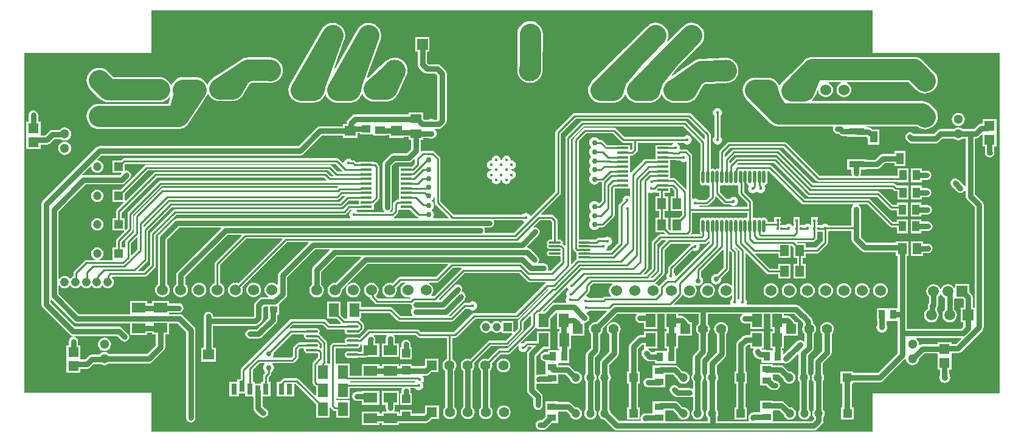
<source format=gbl>
G04*
G04 #@! TF.GenerationSoftware,Altium Limited,Altium Designer,20.2.5 (213)*
G04*
G04 Layer_Physical_Order=2*
G04 Layer_Color=16711680*
%FSLAX44Y44*%
%MOMM*%
G71*
G04*
G04 #@! TF.SameCoordinates,F2EF3DC7-CE59-478A-9F64-9A272EA7E262*
G04*
G04*
G04 #@! TF.FilePolarity,Positive*
G04*
G01*
G75*
%ADD14C,0.2540*%
%ADD23R,1.2000X1.2000*%
%ADD28R,1.9100X1.3700*%
%ADD53C,1.4000*%
%ADD54R,1.4000X1.4000*%
%ADD57C,1.2000*%
%ADD65C,1.1500*%
%ADD66R,1.1500X1.1500*%
%ADD71C,3.0000*%
%ADD72C,0.7620*%
%ADD73C,2.7000*%
%ADD74C,1.5240*%
%ADD75C,4.8000*%
%ADD76C,1.5000*%
%ADD77R,1.5000X1.5000*%
%ADD78C,1.2080*%
%ADD79C,1.3000*%
%ADD80R,1.3000X1.3000*%
%ADD81C,0.4000*%
%ADD82R,1.5000X1.5000*%
%ADD83C,0.7500*%
%ADD84C,0.7000*%
%ADD85C,3.0000*%
%ADD86R,0.9549X1.2621*%
%ADD87R,1.4621X1.3549*%
G04:AMPARAMS|DCode=88|XSize=1.6554mm|YSize=0.3808mm|CornerRadius=0.1904mm|HoleSize=0mm|Usage=FLASHONLY|Rotation=0.000|XOffset=0mm|YOffset=0mm|HoleType=Round|Shape=RoundedRectangle|*
%AMROUNDEDRECTD88*
21,1,1.6554,0.0000,0,0,0.0*
21,1,1.2747,0.3808,0,0,0.0*
1,1,0.3808,0.6373,0.0000*
1,1,0.3808,-0.6373,0.0000*
1,1,0.3808,-0.6373,0.0000*
1,1,0.3808,0.6373,0.0000*
%
%ADD88ROUNDEDRECTD88*%
%ADD89R,1.6554X0.3808*%
%ADD90R,0.8000X1.5000*%
%ADD91R,1.3000X1.4000*%
%ADD92R,1.0000X0.9500*%
%ADD93R,1.4000X1.9000*%
%ADD94R,1.2065X1.5082*%
%ADD95O,1.7000X0.3000*%
%ADD96R,1.5000X1.4000*%
%ADD97R,1.6000X0.3000*%
%ADD98R,1.1500X1.1500*%
%ADD99R,1.0065X1.4082*%
%ADD100R,0.3800X0.4000*%
%ADD101R,1.3500X1.1000*%
%ADD102R,1.3700X1.9100*%
%ADD103R,1.0500X1.6000*%
%ADD104R,2.1500X0.9500*%
%ADD105O,0.4500X1.8000*%
%ADD106R,1.2621X0.9549*%
%ADD107R,2.1500X3.2500*%
%ADD108R,1.5082X1.2065*%
%ADD109R,1.2500X1.0000*%
G36*
X502000Y238287D02*
X679066D01*
Y-236183D01*
X502000D01*
Y-289000D01*
X-502000D01*
Y-234963D01*
X-679066D01*
X-679066Y-234963D01*
Y238287D01*
X-502000D01*
Y297287D01*
X502000D01*
Y238287D01*
D02*
G37*
%LPC*%
G36*
X-250769Y280108D02*
X-250955Y280082D01*
X-251143Y280088D01*
X-252664Y279837D01*
X-254189Y279620D01*
X-254367Y279557D01*
X-254553Y279527D01*
X-255996Y278985D01*
X-257449Y278473D01*
X-257611Y278378D01*
X-257787Y278311D01*
X-259096Y277498D01*
X-260422Y276713D01*
X-260562Y276588D01*
X-260722Y276488D01*
X-261847Y275436D01*
X-262994Y274407D01*
X-263108Y274256D01*
X-263245Y274128D01*
X-264143Y272876D01*
X-265068Y271643D01*
X-265149Y271473D01*
X-265259Y271320D01*
X-303377Y205378D01*
X-309120Y195442D01*
X-309599Y194387D01*
X-310145Y193366D01*
X-310311Y192818D01*
X-310548Y192296D01*
X-310811Y191168D01*
X-311147Y190060D01*
X-311204Y189490D01*
X-311334Y188931D01*
X-311373Y187774D01*
X-311486Y186622D01*
X-311430Y186051D01*
X-311449Y185478D01*
X-311261Y184335D01*
X-311147Y183183D01*
X-310981Y182635D01*
X-310888Y182069D01*
X-310481Y180985D01*
X-310145Y179877D01*
X-309874Y179371D01*
X-309673Y178835D01*
X-309062Y177851D01*
X-308516Y176830D01*
X-308152Y176387D01*
X-307850Y175900D01*
X-307059Y175054D01*
X-306324Y174159D01*
X-305881Y173795D01*
X-305489Y173377D01*
X-304548Y172702D01*
X-303653Y171967D01*
X-303148Y171697D01*
X-302682Y171363D01*
X-301627Y170884D01*
X-300606Y170338D01*
X-300057Y170172D01*
X-299535Y169935D01*
X-298408Y169671D01*
X-297300Y169335D01*
X-296729Y169279D01*
X-296171Y169149D01*
X-295013Y169110D01*
X-293861Y168997D01*
X-276861D01*
X-275872Y169094D01*
X-274877Y169109D01*
X-274156Y169263D01*
X-273423Y169335D01*
X-272471Y169624D01*
X-271499Y169832D01*
X-270822Y170124D01*
X-270117Y170338D01*
X-269240Y170807D01*
X-268326Y171201D01*
X-267719Y171620D01*
X-267069Y171967D01*
X-266301Y172598D01*
X-265482Y173163D01*
X-264968Y173691D01*
X-264399Y174159D01*
X-263768Y174928D01*
X-263075Y175641D01*
X-262674Y176260D01*
X-262207Y176830D01*
X-261738Y177707D01*
X-261198Y178542D01*
X-260926Y179227D01*
X-260676Y179693D01*
X-259997Y179783D01*
X-259672Y179730D01*
X-259324Y179638D01*
X-259037Y179101D01*
X-258801Y178492D01*
X-258224Y177581D01*
X-257716Y176630D01*
X-257301Y176125D01*
X-256952Y175573D01*
X-256208Y174793D01*
X-255524Y173959D01*
X-255019Y173545D01*
X-254569Y173072D01*
X-253687Y172451D01*
X-252853Y171767D01*
X-252277Y171459D01*
X-251743Y171083D01*
X-250757Y170647D01*
X-249806Y170138D01*
X-249181Y169949D01*
X-248584Y169684D01*
X-247532Y169449D01*
X-246500Y169135D01*
X-245850Y169071D01*
X-245212Y168929D01*
X-244134Y168902D01*
X-243061Y168797D01*
X-226061D01*
X-224694Y168931D01*
X-223323Y169011D01*
X-223243Y169032D01*
X-223160Y169037D01*
X-222896Y169109D01*
X-222623Y169135D01*
X-221308Y169534D01*
X-219979Y169880D01*
X-219904Y169916D01*
X-219825Y169937D01*
X-219579Y170059D01*
X-219317Y170138D01*
X-218105Y170786D01*
X-216868Y171384D01*
X-216802Y171434D01*
X-216728Y171471D01*
X-216511Y171638D01*
X-216269Y171767D01*
X-215208Y172639D01*
X-214111Y173467D01*
X-214056Y173528D01*
X-213991Y173579D01*
X-213811Y173785D01*
X-213599Y173959D01*
X-212727Y175021D01*
X-211814Y176047D01*
X-211772Y176118D01*
X-211717Y176180D01*
X-211581Y176418D01*
X-211407Y176630D01*
X-210759Y177841D01*
X-210063Y179026D01*
X-210036Y179104D01*
X-209995Y179175D01*
X-209907Y179435D01*
X-209778Y179677D01*
X-209518Y180535D01*
X-208274Y180699D01*
X-208148Y180666D01*
X-207966Y180327D01*
X-207451Y179214D01*
X-207154Y178806D01*
X-206916Y178361D01*
X-206138Y177413D01*
X-205415Y176422D01*
X-205044Y176080D01*
X-204724Y175690D01*
X-203776Y174912D01*
X-202874Y174081D01*
X-202443Y173818D01*
X-202053Y173498D01*
X-200972Y172920D01*
X-199925Y172281D01*
X-199451Y172108D01*
X-199006Y171870D01*
X-197832Y171514D01*
X-196681Y171091D01*
X-196183Y171013D01*
X-195700Y170867D01*
X-194479Y170746D01*
X-193268Y170557D01*
X-192764Y170578D01*
X-192261Y170528D01*
X-175261D01*
X-173903Y170662D01*
X-172541Y170739D01*
X-172187Y170831D01*
X-171823Y170867D01*
X-170517Y171263D01*
X-169196Y171605D01*
X-168866Y171763D01*
X-168517Y171870D01*
X-167313Y172513D01*
X-166084Y173106D01*
X-165792Y173326D01*
X-165469Y173498D01*
X-164415Y174364D01*
X-163325Y175186D01*
X-163081Y175458D01*
X-162799Y175690D01*
X-161933Y176745D01*
X-161024Y177763D01*
X-160839Y178078D01*
X-160607Y178361D01*
X-159963Y179565D01*
X-159271Y180741D01*
X-158756Y181852D01*
X-147290Y206585D01*
X-147170Y206931D01*
X-146998Y207253D01*
X-146642Y208427D01*
X-146219Y209578D01*
X-146198Y209716D01*
X-146152Y209847D01*
X-146101Y210210D01*
X-145995Y210559D01*
X-145875Y211780D01*
X-145685Y212991D01*
X-145690Y213131D01*
X-145671Y213269D01*
X-145692Y213634D01*
X-145656Y213998D01*
X-145776Y215218D01*
X-145827Y216444D01*
X-145859Y216579D01*
X-145867Y216718D01*
X-145959Y217072D01*
X-145995Y217436D01*
X-146351Y218610D01*
X-146639Y219802D01*
X-146698Y219928D01*
X-146733Y220063D01*
X-146891Y220393D01*
X-146998Y220742D01*
X-147576Y221824D01*
X-148091Y222937D01*
X-148173Y223050D01*
X-148234Y223175D01*
X-148454Y223467D01*
X-148626Y223790D01*
X-149404Y224738D01*
X-150127Y225728D01*
X-150230Y225823D01*
X-150314Y225934D01*
X-150586Y226178D01*
X-150818Y226460D01*
X-151767Y227239D01*
X-152668Y228069D01*
X-152787Y228142D01*
X-152891Y228235D01*
X-153206Y228420D01*
X-153489Y228652D01*
X-154571Y229230D01*
X-155617Y229869D01*
X-155748Y229917D01*
X-155869Y229988D01*
X-156214Y230109D01*
X-156536Y230281D01*
X-157710Y230637D01*
X-158861Y231059D01*
X-158999Y231081D01*
X-159130Y231127D01*
X-159492Y231178D01*
X-159842Y231284D01*
X-161063Y231404D01*
X-162275Y231594D01*
X-162414Y231588D01*
X-162552Y231607D01*
X-162917Y231587D01*
X-163281Y231623D01*
X-164501Y231502D01*
X-165727Y231452D01*
X-165862Y231419D01*
X-166001Y231411D01*
X-166355Y231320D01*
X-166719Y231284D01*
X-167893Y230928D01*
X-169085Y230640D01*
X-169212Y230581D01*
X-169347Y230546D01*
X-169676Y230387D01*
X-170026Y230281D01*
X-171107Y229703D01*
X-172220Y229188D01*
X-172333Y229105D01*
X-172458Y229045D01*
X-172750Y228825D01*
X-173073Y228652D01*
X-174021Y227874D01*
X-175012Y227152D01*
X-192290Y211743D01*
X-201140Y203850D01*
X-202192Y204562D01*
X-183424Y256511D01*
X-183363Y256751D01*
X-183263Y256978D01*
X-182938Y258424D01*
X-182574Y259860D01*
X-182561Y260107D01*
X-182507Y260349D01*
X-182471Y261830D01*
X-182394Y263311D01*
X-182429Y263556D01*
X-182423Y263803D01*
X-182677Y265263D01*
X-182890Y266730D01*
X-182973Y266963D01*
X-183015Y267207D01*
X-183549Y268590D01*
X-184044Y269987D01*
X-184171Y270199D01*
X-184260Y270430D01*
X-185053Y271682D01*
X-185811Y272956D01*
X-185977Y273139D01*
X-186110Y273349D01*
X-187132Y274421D01*
X-188124Y275523D01*
X-188322Y275671D01*
X-188493Y275850D01*
X-189704Y276702D01*
X-190893Y277589D01*
X-191116Y277696D01*
X-191318Y277838D01*
X-192673Y278438D01*
X-194011Y279076D01*
X-194251Y279137D01*
X-194478Y279237D01*
X-195924Y279562D01*
X-197360Y279926D01*
X-197607Y279939D01*
X-197849Y279993D01*
X-199331Y280029D01*
X-200811Y280106D01*
X-201056Y280071D01*
X-201303Y280077D01*
X-202764Y279823D01*
X-204230Y279610D01*
X-204463Y279527D01*
X-204707Y279485D01*
X-206090Y278951D01*
X-207487Y278456D01*
X-207699Y278329D01*
X-207930Y278240D01*
X-209182Y277447D01*
X-210456Y276689D01*
X-210639Y276523D01*
X-210848Y276391D01*
X-211921Y275368D01*
X-213023Y274376D01*
X-213171Y274178D01*
X-213350Y274007D01*
X-214203Y272795D01*
X-215089Y271607D01*
X-215196Y271384D01*
X-215338Y271182D01*
X-247271Y214765D01*
X-248424Y215297D01*
X-233438Y256472D01*
X-233391Y256654D01*
X-233314Y256826D01*
X-232963Y258327D01*
X-232580Y259819D01*
X-232570Y260007D01*
X-232527Y260190D01*
X-232476Y261730D01*
X-232392Y263269D01*
X-232418Y263455D01*
X-232412Y263644D01*
X-232663Y265164D01*
X-232880Y266689D01*
X-232943Y266867D01*
X-232973Y267053D01*
X-233516Y268496D01*
X-234027Y269949D01*
X-234122Y270111D01*
X-234189Y270287D01*
X-235002Y271597D01*
X-235787Y272922D01*
X-235912Y273062D01*
X-236012Y273222D01*
X-237065Y274348D01*
X-238093Y275494D01*
X-238244Y275607D01*
X-238372Y275745D01*
X-239624Y276643D01*
X-240857Y277568D01*
X-241027Y277649D01*
X-241180Y277759D01*
X-242582Y278396D01*
X-243972Y279062D01*
X-244155Y279109D01*
X-244326Y279187D01*
X-245827Y279537D01*
X-247319Y279920D01*
X-247507Y279930D01*
X-247690Y279973D01*
X-249230Y280024D01*
X-250769Y280108D01*
D02*
G37*
G36*
X249976Y280125D02*
X246538Y279781D01*
X243233Y278774D01*
X240188Y277141D01*
X237521Y274946D01*
X216968Y254337D01*
X215937Y255103D01*
X216266Y255713D01*
X217277Y259017D01*
X217625Y262455D01*
X217295Y265894D01*
X216301Y269203D01*
X214680Y272254D01*
X212495Y274930D01*
X209830Y277129D01*
X206787Y278766D01*
X203483Y279777D01*
X200045Y280125D01*
X196606Y279795D01*
X193297Y278801D01*
X190246Y277180D01*
X187570Y274995D01*
X156619Y244204D01*
X156619Y244203D01*
X122177Y209938D01*
X122176Y209938D01*
X110897Y198716D01*
X110882Y198699D01*
X110865Y198684D01*
X109783Y197367D01*
X108698Y196051D01*
X108687Y196031D01*
X108673Y196014D01*
X107868Y194508D01*
X107062Y193008D01*
X107055Y192987D01*
X107044Y192966D01*
X106548Y191332D01*
X106050Y189705D01*
X106048Y189682D01*
X106041Y189660D01*
X105874Y187965D01*
X105703Y186267D01*
X105705Y186244D01*
X105703Y186222D01*
X105869Y184528D01*
X106032Y182828D01*
X106039Y182806D01*
X106041Y182783D01*
X106536Y181152D01*
X107027Y179519D01*
X107038Y179499D01*
X107044Y179477D01*
X107848Y177972D01*
X108648Y176468D01*
X108662Y176450D01*
X108673Y176430D01*
X109754Y175112D01*
X110833Y173791D01*
X110850Y173777D01*
X110865Y173759D01*
X112182Y172678D01*
X113498Y171592D01*
X113518Y171581D01*
X113536Y171567D01*
X115041Y170762D01*
X116541Y169956D01*
X116562Y169949D01*
X116583Y169938D01*
X118217Y169443D01*
X119845Y168944D01*
X119867Y168942D01*
X119889Y168935D01*
X121584Y168769D01*
X123282Y168597D01*
X123305Y168599D01*
X123327Y168597D01*
X140327D01*
X141420Y168704D01*
X142519Y168734D01*
X143136Y168873D01*
X143766Y168935D01*
X144817Y169254D01*
X145888Y169497D01*
X146467Y169755D01*
X147072Y169938D01*
X148041Y170456D01*
X149044Y170903D01*
X149561Y171269D01*
X150119Y171567D01*
X150969Y172264D01*
X151865Y172898D01*
X152301Y173357D01*
X152790Y173759D01*
X153487Y174608D01*
X154243Y175405D01*
X154580Y175940D01*
X154982Y176430D01*
X155500Y177399D01*
X156086Y178328D01*
X156312Y178919D01*
X156590Y179438D01*
X156938Y179530D01*
X157289Y179587D01*
X157942Y179490D01*
X158667Y178137D01*
X159473Y176630D01*
X159480Y176621D01*
X159486Y176610D01*
X160579Y175282D01*
X161665Y173959D01*
X161674Y173951D01*
X161682Y173942D01*
X163006Y172859D01*
X164336Y171767D01*
X164346Y171761D01*
X164356Y171754D01*
X165869Y170947D01*
X167383Y170138D01*
X167394Y170135D01*
X167405Y170129D01*
X169048Y169633D01*
X170689Y169135D01*
X170701Y169134D01*
X170712Y169131D01*
X172427Y168964D01*
X174127Y168797D01*
X191127D01*
X192169Y168899D01*
X193216Y168921D01*
X193885Y169068D01*
X194566Y169135D01*
X195568Y169439D01*
X196590Y169665D01*
X197217Y169940D01*
X197872Y170138D01*
X198796Y170632D01*
X199754Y171052D01*
X200316Y171444D01*
X200919Y171767D01*
X201729Y172431D01*
X202587Y173031D01*
X203061Y173525D01*
X203590Y173959D01*
X204254Y174768D01*
X204979Y175524D01*
X205348Y176101D01*
X205782Y176630D01*
X206276Y177553D01*
X206839Y178435D01*
X207088Y179073D01*
X207351Y179565D01*
X207917Y179677D01*
X208186D01*
X208702Y179560D01*
X209467Y178138D01*
X210273Y176630D01*
X210286Y176613D01*
X210296Y176595D01*
X211381Y175279D01*
X212465Y173959D01*
X212481Y173945D01*
X212495Y173929D01*
X213816Y172850D01*
X215136Y171767D01*
X215154Y171757D01*
X215171Y171744D01*
X216678Y170942D01*
X218183Y170138D01*
X218203Y170132D01*
X218222Y170122D01*
X219857Y169630D01*
X221489Y169135D01*
X221510Y169133D01*
X221530Y169127D01*
X223230Y168964D01*
X224927Y168797D01*
X241927D01*
X242511Y168854D01*
X243097Y168836D01*
X244227Y169023D01*
X245366Y169135D01*
X245927Y169306D01*
X246506Y169402D01*
X247577Y169806D01*
X248672Y170138D01*
X249189Y170415D01*
X249738Y170622D01*
X250710Y171227D01*
X251719Y171767D01*
X252173Y172139D01*
X252670Y172449D01*
X253505Y173233D01*
X254390Y173959D01*
X254762Y174412D01*
X255190Y174813D01*
X255856Y175745D01*
X256582Y176630D01*
X256858Y177147D01*
X257199Y177624D01*
X264921Y191028D01*
X265586Y192498D01*
X269446Y195091D01*
X298227Y196135D01*
X299624Y196324D01*
X301027Y196462D01*
X301333Y196555D01*
X301651Y196598D01*
X302984Y197056D01*
X304333Y197465D01*
X304616Y197616D01*
X304919Y197720D01*
X306137Y198430D01*
X307380Y199094D01*
X307628Y199297D01*
X307905Y199459D01*
X308961Y200392D01*
X310051Y201286D01*
X310254Y201534D01*
X310494Y201746D01*
X311348Y202867D01*
X312243Y203957D01*
X312394Y204239D01*
X312588Y204494D01*
X313207Y205760D01*
X313871Y207004D01*
X313965Y207311D01*
X314105Y207598D01*
X314465Y208961D01*
X314874Y210310D01*
X314906Y210629D01*
X314988Y210939D01*
X315075Y212346D01*
X315213Y213748D01*
X315182Y214067D01*
X315201Y214387D01*
X315012Y215784D01*
X314874Y217187D01*
X314781Y217494D01*
X314738Y217811D01*
X314281Y219144D01*
X313871Y220493D01*
X313720Y220776D01*
X313616Y221079D01*
X312907Y222297D01*
X312243Y223540D01*
X312039Y223788D01*
X311878Y224065D01*
X310945Y225121D01*
X310051Y226211D01*
X309803Y226415D01*
X309591Y226655D01*
X308470Y227509D01*
X307380Y228403D01*
X307097Y228554D01*
X306842Y228748D01*
X305576Y229367D01*
X304333Y230032D01*
X304026Y230125D01*
X303738Y230266D01*
X302375Y230626D01*
X301027Y231035D01*
X300708Y231066D01*
X300398Y231148D01*
X298991Y231235D01*
X297588Y231373D01*
X297269Y231342D01*
X296949Y231362D01*
X263149Y230136D01*
X261732Y229944D01*
X260308Y229800D01*
X260022Y229713D01*
X259725Y229673D01*
X258372Y229208D01*
X257004Y228789D01*
X256741Y228648D01*
X256458Y228550D01*
X255221Y227831D01*
X253961Y227153D01*
X247809Y223021D01*
X238937Y217062D01*
X238936Y217062D01*
X238341Y216662D01*
X238341Y216662D01*
X230326Y211279D01*
X226816Y208921D01*
X226815Y208921D01*
X223576Y206745D01*
X222713Y207677D01*
X232233Y219726D01*
X262479Y250054D01*
X264668Y252728D01*
X266292Y255777D01*
X267291Y259085D01*
X267625Y262524D01*
X267281Y265962D01*
X266274Y269267D01*
X264641Y272312D01*
X262446Y274979D01*
X259772Y277168D01*
X256723Y278792D01*
X253415Y279791D01*
X249976Y280125D01*
D02*
G37*
G36*
X559396Y232625D02*
X418406D01*
X418399Y232624D01*
X418393Y232625D01*
X416674Y232454D01*
X414967Y232286D01*
X414961Y232284D01*
X414955Y232284D01*
X413302Y231781D01*
X411661Y231283D01*
X411655Y231280D01*
X411649Y231278D01*
X410137Y230469D01*
X408614Y229655D01*
X408609Y229650D01*
X408603Y229647D01*
X407278Y228558D01*
X405943Y227463D01*
X405943Y227463D01*
X405934Y227454D01*
X405934Y227453D01*
X405934Y227453D01*
X388288Y209808D01*
X388288Y209808D01*
X385465Y206984D01*
X376965Y198484D01*
X374773Y195814D01*
X373243Y192950D01*
X372563Y192861D01*
X372238Y192913D01*
X371890Y193006D01*
X370282Y196014D01*
X368090Y198684D01*
X365419Y200876D01*
X362372Y202505D01*
X359066Y203508D01*
X355627Y203846D01*
X338627D01*
X335189Y203508D01*
X331883Y202505D01*
X328836Y200876D01*
X326165Y198684D01*
X323973Y196014D01*
X322344Y192966D01*
X321341Y189660D01*
X321003Y186222D01*
X321341Y182783D01*
X322344Y179477D01*
X323973Y176430D01*
X326165Y173759D01*
X335049Y164875D01*
X346465Y153459D01*
X358905Y141019D01*
X360026Y140099D01*
X361117Y139144D01*
X361359Y139004D01*
X361576Y138827D01*
X362855Y138143D01*
X364111Y137420D01*
X364376Y137330D01*
X364623Y137198D01*
X366011Y136777D01*
X367384Y136313D01*
X367662Y136277D01*
X367929Y136195D01*
X369372Y136053D01*
X370810Y135866D01*
X371089Y135884D01*
X371367Y135857D01*
X446539D01*
X447138Y134737D01*
X447018Y134558D01*
X446526Y132080D01*
X447018Y129602D01*
X448422Y127502D01*
X450522Y126098D01*
X453000Y125606D01*
X454238D01*
X455422Y124422D01*
X457522Y123018D01*
X460000Y122526D01*
X466710D01*
Y121710D01*
X480315D01*
X480940Y121586D01*
X493508D01*
X494482Y120612D01*
X495460Y119958D01*
Y110460D01*
X511040D01*
Y131540D01*
X502436D01*
X501810Y131664D01*
X501742D01*
X500768Y132638D01*
X498668Y134042D01*
X496190Y134534D01*
X493290D01*
Y135857D01*
X563848D01*
X565217Y134733D01*
X568264Y133104D01*
X571570Y132101D01*
X575009Y131763D01*
X578447Y132101D01*
X581754Y133104D01*
X584801Y134733D01*
X587472Y136925D01*
X589663Y139596D01*
X591292Y142643D01*
X592295Y145949D01*
X592634Y149387D01*
X592295Y152826D01*
X591292Y156132D01*
X589663Y159179D01*
X587472Y161850D01*
X583377Y165944D01*
X580706Y168136D01*
X577659Y169765D01*
X574353Y170768D01*
X570915Y171106D01*
X417904D01*
X417449Y172376D01*
X418890Y173559D01*
X421082Y176230D01*
X422711Y179277D01*
X423097Y180550D01*
X423719Y181716D01*
X425268Y185463D01*
X426571Y185292D01*
X426710Y184235D01*
X427734Y181763D01*
X429363Y179641D01*
X431485Y178012D01*
X433956Y176989D01*
X436609Y176639D01*
X439261Y176989D01*
X441733Y178012D01*
X443855Y179641D01*
X445484Y181763D01*
X446507Y184235D01*
X446856Y186887D01*
X446507Y189540D01*
X445484Y192011D01*
X443855Y194133D01*
X441733Y195762D01*
X440904Y196105D01*
X441157Y197375D01*
X457461D01*
X457714Y196105D01*
X456885Y195762D01*
X454763Y194133D01*
X453134Y192011D01*
X452110Y189540D01*
X451761Y186887D01*
X452110Y184235D01*
X453134Y181763D01*
X454763Y179641D01*
X456885Y178012D01*
X459356Y176989D01*
X462009Y176639D01*
X464661Y176989D01*
X467133Y178012D01*
X469255Y179641D01*
X470884Y181763D01*
X471907Y184235D01*
X472257Y186887D01*
X471907Y189540D01*
X470884Y192011D01*
X469255Y194133D01*
X467133Y195762D01*
X466304Y196105D01*
X466557Y197375D01*
X552096D01*
X562546Y186925D01*
X565217Y184733D01*
X568264Y183104D01*
X571570Y182101D01*
X575009Y181763D01*
X578447Y182101D01*
X581754Y183104D01*
X584801Y184733D01*
X587472Y186925D01*
X589663Y189596D01*
X591292Y192643D01*
X592295Y195949D01*
X592634Y199387D01*
X592295Y202826D01*
X591292Y206132D01*
X589663Y209179D01*
X587472Y211850D01*
X571859Y227463D01*
X569188Y229655D01*
X566141Y231283D01*
X562835Y232286D01*
X559396Y232625D01*
D02*
G37*
G36*
X25071Y282412D02*
X21631Y282083D01*
X18322Y281090D01*
X15270Y279470D01*
X12593Y277285D01*
X10394Y274621D01*
X8756Y271579D01*
X7744Y268275D01*
X7395Y264838D01*
X7253Y214811D01*
X7179Y214069D01*
X7518Y210631D01*
X8521Y207324D01*
X10150Y204277D01*
X12342Y201606D01*
X15012Y199415D01*
X18060Y197786D01*
X21366Y196783D01*
X24804Y196444D01*
X28243Y196783D01*
X31549Y197786D01*
X34596Y199415D01*
X37267Y201606D01*
X37289Y201633D01*
X37302Y201644D01*
X39502Y204309D01*
X41139Y207351D01*
X42152Y210655D01*
X42500Y214092D01*
X42645Y264737D01*
X42316Y268176D01*
X41323Y271485D01*
X39703Y274537D01*
X37518Y277214D01*
X34854Y279414D01*
X31811Y281051D01*
X28508Y282064D01*
X25071Y282412D01*
D02*
G37*
G36*
X-337037Y231912D02*
X-367500D01*
X-369121Y231752D01*
X-370744Y231611D01*
X-370840Y231583D01*
X-370938Y231573D01*
X-372498Y231100D01*
X-374061Y230645D01*
X-374150Y230599D01*
X-374245Y230570D01*
X-375683Y229802D01*
X-377127Y229051D01*
X-401739Y213002D01*
X-416627Y203295D01*
X-416704Y203233D01*
X-416792Y203186D01*
X-418052Y202151D01*
X-419322Y201133D01*
X-419386Y201057D01*
X-419463Y200994D01*
X-420496Y199734D01*
X-421544Y198487D01*
X-421591Y198400D01*
X-421655Y198323D01*
X-422423Y196886D01*
X-423206Y195459D01*
X-423236Y195364D01*
X-423283Y195276D01*
X-423538Y194435D01*
X-424908Y194294D01*
X-425366Y195133D01*
X-426146Y196592D01*
X-426194Y196651D01*
X-426230Y196717D01*
X-427289Y197985D01*
X-428337Y199263D01*
X-428396Y199311D01*
X-428445Y199369D01*
X-429730Y200406D01*
X-431008Y201455D01*
X-431075Y201490D01*
X-431134Y201538D01*
X-432597Y202304D01*
X-434055Y203083D01*
X-434128Y203105D01*
X-434195Y203141D01*
X-435780Y203606D01*
X-437362Y204086D01*
X-437437Y204094D01*
X-437510Y204115D01*
X-439155Y204263D01*
X-440800Y204425D01*
X-457800D01*
X-461238Y204086D01*
X-464545Y203083D01*
X-467592Y201455D01*
X-470263Y199263D01*
X-472454Y196592D01*
X-473985Y193729D01*
X-474749Y193628D01*
X-475338Y193784D01*
X-476945Y196792D01*
X-479137Y199463D01*
X-481808Y201654D01*
X-484855Y203283D01*
X-488162Y204286D01*
X-491600Y204625D01*
X-554892D01*
X-562517Y212250D01*
X-565188Y214442D01*
X-568235Y216071D01*
X-571541Y217074D01*
X-574980Y217412D01*
X-578418Y217074D01*
X-581725Y216071D01*
X-584772Y214442D01*
X-587443Y212250D01*
X-589635Y209579D01*
X-591263Y206532D01*
X-592266Y203226D01*
X-592605Y199788D01*
X-592266Y196349D01*
X-591263Y193043D01*
X-589635Y189996D01*
X-587443Y187325D01*
X-575155Y175037D01*
X-572484Y172845D01*
X-569437Y171217D01*
X-569421Y171212D01*
X-568495Y170717D01*
X-565188Y169714D01*
X-561750Y169375D01*
X-491600D01*
X-488162Y169714D01*
X-484855Y170717D01*
X-481808Y172346D01*
X-479137Y174537D01*
X-476945Y177208D01*
X-476804Y177472D01*
X-475621Y176993D01*
X-478362Y167412D01*
X-574980D01*
X-578418Y167074D01*
X-581725Y166071D01*
X-584772Y164442D01*
X-587443Y162250D01*
X-589635Y159579D01*
X-591263Y156532D01*
X-592266Y153226D01*
X-592605Y149788D01*
X-592266Y146349D01*
X-591263Y143043D01*
X-589635Y139996D01*
X-587443Y137325D01*
X-584772Y135133D01*
X-581725Y133504D01*
X-578418Y132501D01*
X-574980Y132163D01*
X-465074D01*
X-464998Y132170D01*
X-464922Y132163D01*
X-463998Y132262D01*
X-463069Y132277D01*
X-462359Y132430D01*
X-461635Y132501D01*
X-461562Y132523D01*
X-461487Y132531D01*
X-460600Y132809D01*
X-459692Y133005D01*
X-459025Y133293D01*
X-458329Y133504D01*
X-458262Y133540D01*
X-458189Y133563D01*
X-457374Y134008D01*
X-456521Y134377D01*
X-455923Y134790D01*
X-455282Y135133D01*
X-455223Y135181D01*
X-455156Y135218D01*
X-454443Y135813D01*
X-453679Y136342D01*
X-453173Y136864D01*
X-452611Y137325D01*
X-452563Y137384D01*
X-452504Y137432D01*
X-451921Y138156D01*
X-451274Y138823D01*
X-450880Y139434D01*
X-450419Y139996D01*
X-450383Y140063D01*
X-450336Y140122D01*
X-431958Y168144D01*
X-426062Y177134D01*
X-425296Y178597D01*
X-424517Y180055D01*
X-424495Y180128D01*
X-424459Y180195D01*
X-424251Y180903D01*
X-422886Y181044D01*
X-422515Y180349D01*
X-421764Y178905D01*
X-421701Y178827D01*
X-421655Y178739D01*
X-420620Y177479D01*
X-419602Y176209D01*
X-419526Y176145D01*
X-419463Y176069D01*
X-418203Y175035D01*
X-416956Y173988D01*
X-416869Y173940D01*
X-416792Y173877D01*
X-415355Y173109D01*
X-413927Y172325D01*
X-413833Y172295D01*
X-413745Y172248D01*
X-412186Y171775D01*
X-410632Y171285D01*
X-410533Y171274D01*
X-410438Y171245D01*
X-408818Y171085D01*
X-407198Y170907D01*
X-407099Y170916D01*
X-407000Y170906D01*
X-390000D01*
X-389808Y170925D01*
X-389615Y170911D01*
X-388090Y171094D01*
X-386562Y171245D01*
X-386377Y171301D01*
X-386185Y171324D01*
X-384725Y171802D01*
X-383255Y172248D01*
X-383085Y172339D01*
X-382901Y172399D01*
X-381563Y173153D01*
X-380208Y173877D01*
X-380059Y173999D01*
X-379891Y174094D01*
X-378725Y175094D01*
X-377537Y176069D01*
X-377415Y176218D01*
X-377268Y176344D01*
X-376320Y177552D01*
X-375345Y178739D01*
X-375255Y178910D01*
X-375135Y179062D01*
X-366815Y192122D01*
X-365626Y194469D01*
X-362262Y196662D01*
X-339665D01*
X-336750Y196375D01*
X-333312Y196714D01*
X-330005Y197717D01*
X-326958Y199345D01*
X-324287Y201537D01*
X-322095Y204208D01*
X-320467Y207255D01*
X-319464Y210562D01*
X-319125Y214000D01*
X-319464Y217439D01*
X-320467Y220745D01*
X-322095Y223792D01*
X-324287Y226463D01*
X-324575Y226750D01*
X-327245Y228942D01*
X-330292Y230570D01*
X-333599Y231573D01*
X-337037Y231912D01*
D02*
G37*
G36*
X-114960Y260040D02*
X-135040D01*
Y239960D01*
X-131474D01*
Y222000D01*
X-130982Y219522D01*
X-129578Y217422D01*
X-123578Y211422D01*
X-121478Y210018D01*
X-119000Y209526D01*
X-106682D01*
X-103974Y206818D01*
Y146145D01*
X-104646Y145474D01*
X-108868D01*
X-108968Y145551D01*
X-110792Y146307D01*
X-112750Y146565D01*
X-114708Y146307D01*
X-116532Y145551D01*
X-116632Y145474D01*
X-122390D01*
X-123908Y146992D01*
Y154981D01*
X-144070D01*
Y152800D01*
X-218227D01*
X-220705Y152308D01*
X-222805Y150904D01*
X-228821Y144888D01*
X-230225Y142788D01*
X-230718Y140310D01*
Y139040D01*
X-235540D01*
Y135974D01*
X-267500D01*
X-269978Y135482D01*
X-272078Y134078D01*
X-297682Y108474D01*
X-574290D01*
X-576768Y107982D01*
X-578868Y106578D01*
X-653578Y31869D01*
X-654982Y29768D01*
X-655474Y27290D01*
Y-112000D01*
X-654982Y-114478D01*
X-653578Y-116578D01*
X-616047Y-154109D01*
X-613946Y-155513D01*
X-611469Y-156006D01*
X-611530Y-157250D01*
X-613228Y-157588D01*
X-615328Y-158991D01*
X-615438Y-159101D01*
X-616842Y-161202D01*
X-617334Y-163679D01*
Y-169423D01*
X-620711D01*
Y-187666D01*
X-620711Y-188936D01*
X-620711Y-189322D01*
Y-207565D01*
X-601009D01*
Y-201829D01*
X-592119D01*
X-589642Y-201336D01*
X-587541Y-199933D01*
X-582612Y-195004D01*
X-572571D01*
X-572059Y-195396D01*
X-569860Y-196307D01*
X-567500Y-196618D01*
X-565140Y-196307D01*
X-562941Y-195396D01*
X-561435Y-194240D01*
X-505849D01*
X-503372Y-193748D01*
X-501271Y-192344D01*
X-485037Y-176110D01*
X-483634Y-174010D01*
X-483141Y-171532D01*
Y-154206D01*
X-477525D01*
Y-138474D01*
X-465682D01*
X-453974Y-150182D01*
Y-270000D01*
X-453482Y-272478D01*
X-452078Y-274578D01*
X-449978Y-275982D01*
X-447500Y-276474D01*
X-445022Y-275982D01*
X-442922Y-274578D01*
X-441518Y-272478D01*
X-441026Y-270000D01*
Y-147500D01*
X-441518Y-145022D01*
X-442922Y-142922D01*
X-458422Y-127422D01*
X-460522Y-126018D01*
X-463000Y-125526D01*
X-477525D01*
Y-123474D01*
X-464000D01*
X-461522Y-122982D01*
X-459422Y-121578D01*
X-458018Y-119478D01*
X-457526Y-117000D01*
X-458018Y-114522D01*
X-459422Y-112422D01*
X-461522Y-111018D01*
X-464000Y-110526D01*
X-477525D01*
Y-107006D01*
X-501705D01*
Y-110526D01*
X-507910D01*
Y-107275D01*
X-532090D01*
Y-125526D01*
X-603318D01*
X-631526Y-97318D01*
Y-86013D01*
X-630256Y-85639D01*
X-629119Y-87119D01*
X-627327Y-88495D01*
X-625240Y-89359D01*
X-623000Y-89654D01*
X-620760Y-89359D01*
X-618673Y-88495D01*
X-616881Y-87119D01*
X-616300Y-86363D01*
X-614700D01*
X-614119Y-87119D01*
X-612327Y-88495D01*
X-610240Y-89359D01*
X-608000Y-89654D01*
X-605760Y-89359D01*
X-603673Y-88495D01*
X-601881Y-87119D01*
X-601300Y-86363D01*
X-599700D01*
X-599119Y-87119D01*
X-597327Y-88495D01*
X-595240Y-89359D01*
X-593000Y-89654D01*
X-590760Y-89359D01*
X-588673Y-88495D01*
X-586881Y-87119D01*
X-586300Y-86363D01*
X-584700D01*
X-584119Y-87119D01*
X-582327Y-88495D01*
X-580240Y-89359D01*
X-578000Y-89654D01*
X-575760Y-89359D01*
X-573673Y-88495D01*
X-571881Y-87119D01*
X-571300Y-86363D01*
X-569700D01*
X-569119Y-87119D01*
X-567327Y-88495D01*
X-565240Y-89359D01*
X-563000Y-89654D01*
X-560760Y-89359D01*
X-558673Y-88495D01*
X-556881Y-87119D01*
X-555505Y-85327D01*
X-554641Y-83240D01*
X-554346Y-81000D01*
X-554641Y-78760D01*
X-555505Y-76673D01*
X-556881Y-74881D01*
X-557188Y-74645D01*
X-556757Y-73375D01*
X-511740D01*
X-510253Y-73079D01*
X-508993Y-72237D01*
X-497503Y-60747D01*
X-496661Y-59487D01*
X-496365Y-58000D01*
Y-15859D01*
X-467891Y12615D01*
X-234000D01*
X-232513Y12911D01*
X-231253Y13753D01*
X-225141Y19865D01*
X-223928D01*
X-223542Y18595D01*
X-224773Y17773D01*
X-226159Y15699D01*
X-226645Y13253D01*
X-226159Y10806D01*
X-225115Y9244D01*
X-225751Y7974D01*
X-466250D01*
X-468728Y7482D01*
X-470828Y6078D01*
X-491397Y-14490D01*
X-492800Y-16591D01*
X-493293Y-19069D01*
Y-83896D01*
X-494065Y-84488D01*
X-495693Y-86610D01*
X-496717Y-89082D01*
X-497066Y-91734D01*
X-496717Y-94387D01*
X-495693Y-96858D01*
X-494065Y-98981D01*
X-491942Y-100609D01*
X-489471Y-101633D01*
X-486819Y-101982D01*
X-484166Y-101633D01*
X-481695Y-100609D01*
X-479572Y-98981D01*
X-477944Y-96858D01*
X-476920Y-94387D01*
X-476571Y-91734D01*
X-476920Y-89082D01*
X-477944Y-86610D01*
X-479572Y-84488D01*
X-480344Y-83896D01*
Y-21750D01*
X-463568Y-4974D01*
X-406040D01*
X-405554Y-6148D01*
X-465997Y-66590D01*
X-467400Y-68691D01*
X-467893Y-71169D01*
Y-83896D01*
X-468665Y-84488D01*
X-470293Y-86610D01*
X-471317Y-89082D01*
X-471666Y-91734D01*
X-471317Y-94387D01*
X-470293Y-96858D01*
X-468665Y-98981D01*
X-466543Y-100609D01*
X-464071Y-101633D01*
X-461419Y-101982D01*
X-458766Y-101633D01*
X-456295Y-100609D01*
X-454172Y-98981D01*
X-452544Y-96858D01*
X-451520Y-94387D01*
X-451171Y-91734D01*
X-451520Y-89082D01*
X-452544Y-86610D01*
X-454172Y-84488D01*
X-454944Y-83896D01*
Y-73850D01*
X-396228Y-15134D01*
X-377472D01*
X-376986Y-16308D01*
X-413366Y-52688D01*
X-414208Y-53948D01*
X-414503Y-55434D01*
Y-82346D01*
X-415742Y-82860D01*
X-417865Y-84488D01*
X-419493Y-86610D01*
X-420517Y-89082D01*
X-420866Y-91734D01*
X-420517Y-94387D01*
X-419493Y-96858D01*
X-417865Y-98981D01*
X-415742Y-100609D01*
X-413271Y-101633D01*
X-410619Y-101982D01*
X-407966Y-101633D01*
X-405495Y-100609D01*
X-403372Y-98981D01*
X-401744Y-96858D01*
X-400720Y-94387D01*
X-400371Y-91734D01*
X-400720Y-89082D01*
X-401744Y-86610D01*
X-403372Y-84488D01*
X-405495Y-82860D01*
X-406734Y-82346D01*
Y-57043D01*
X-369855Y-20165D01*
X-320802D01*
X-320316Y-21338D01*
X-381327Y-82349D01*
X-382566Y-81836D01*
X-385219Y-81487D01*
X-387871Y-81836D01*
X-390342Y-82860D01*
X-392465Y-84488D01*
X-394093Y-86610D01*
X-395117Y-89082D01*
X-395466Y-91734D01*
X-395117Y-94387D01*
X-394093Y-96858D01*
X-392465Y-98981D01*
X-390342Y-100609D01*
X-387871Y-101633D01*
X-385219Y-101982D01*
X-382566Y-101633D01*
X-380095Y-100609D01*
X-377972Y-98981D01*
X-376344Y-96858D01*
X-375320Y-94387D01*
X-374971Y-91734D01*
X-375320Y-89082D01*
X-375833Y-87843D01*
X-313235Y-25245D01*
X-284060D01*
X-283574Y-26418D01*
X-324267Y-67111D01*
X-325670Y-69211D01*
X-326163Y-71689D01*
Y-83890D01*
X-327433Y-84288D01*
X-329295Y-82860D01*
X-331766Y-81836D01*
X-334419Y-81487D01*
X-337071Y-81836D01*
X-339543Y-82860D01*
X-341665Y-84488D01*
X-343293Y-86610D01*
X-344317Y-89082D01*
X-344666Y-91734D01*
X-344317Y-94387D01*
X-343293Y-96858D01*
X-341665Y-98981D01*
X-339729Y-100466D01*
X-339807Y-101168D01*
X-340075Y-101736D01*
X-347747D01*
X-350225Y-102229D01*
X-352325Y-103633D01*
X-357578Y-108886D01*
X-358982Y-110986D01*
X-359474Y-113464D01*
Y-128179D01*
X-360145Y-128850D01*
X-416323D01*
Y-128598D01*
X-416816Y-126120D01*
X-418219Y-124020D01*
X-420320Y-122616D01*
X-422798Y-122123D01*
X-425275Y-122616D01*
X-427376Y-124020D01*
X-428779Y-126120D01*
X-429272Y-128598D01*
Y-172521D01*
X-432540D01*
Y-191601D01*
X-412460D01*
Y-172521D01*
X-416323D01*
Y-141799D01*
X-357464D01*
X-354986Y-141306D01*
X-352886Y-139903D01*
X-348422Y-135439D01*
X-347018Y-133339D01*
X-346526Y-130861D01*
Y-116145D01*
X-345065Y-114685D01*
X-339440D01*
Y-119625D01*
X-339565Y-120251D01*
Y-130577D01*
X-355754Y-146766D01*
X-365000D01*
X-367478Y-147259D01*
X-369578Y-148663D01*
X-370982Y-150763D01*
X-371474Y-153241D01*
X-370982Y-155718D01*
X-369578Y-157819D01*
X-367478Y-159222D01*
X-365000Y-159715D01*
X-353072D01*
X-350594Y-159222D01*
X-348494Y-157819D01*
X-328512Y-137837D01*
X-327108Y-135736D01*
X-326616Y-133259D01*
Y-126601D01*
X-324360D01*
Y-112021D01*
X-324360Y-112021D01*
X-324360D01*
X-323728Y-111032D01*
X-315110Y-102414D01*
X-313707Y-100313D01*
X-313214Y-97836D01*
Y-74370D01*
X-274298Y-35454D01*
X-254520D01*
X-254034Y-36628D01*
X-276658Y-59252D01*
X-278062Y-61352D01*
X-278554Y-63830D01*
Y-84274D01*
X-279326Y-84867D01*
X-280955Y-86989D01*
X-281978Y-89460D01*
X-282328Y-92113D01*
X-281978Y-94765D01*
X-280955Y-97237D01*
X-279326Y-99359D01*
X-277204Y-100988D01*
X-274732Y-102011D01*
X-272080Y-102360D01*
X-269428Y-102011D01*
X-266956Y-100988D01*
X-264834Y-99359D01*
X-263205Y-97237D01*
X-262181Y-94765D01*
X-261832Y-92113D01*
X-262181Y-89460D01*
X-263205Y-86989D01*
X-264834Y-84867D01*
X-265606Y-84274D01*
Y-66512D01*
X-244708Y-45614D01*
X-210997D01*
X-210511Y-46788D01*
X-245715Y-81992D01*
X-246680Y-81865D01*
X-249332Y-82214D01*
X-251804Y-83238D01*
X-253926Y-84867D01*
X-255555Y-86989D01*
X-256578Y-89460D01*
X-256928Y-92113D01*
X-256578Y-94765D01*
X-255555Y-97237D01*
X-253926Y-99359D01*
X-251804Y-100988D01*
X-249332Y-102011D01*
X-246680Y-102360D01*
X-244028Y-102011D01*
X-241556Y-100988D01*
X-239434Y-99359D01*
X-237805Y-97237D01*
X-236781Y-94765D01*
X-236432Y-92113D01*
X-236559Y-91148D01*
X-229630Y-84219D01*
X-228673Y-85058D01*
X-229120Y-85640D01*
X-230155Y-86989D01*
X-231178Y-89460D01*
X-231528Y-92113D01*
X-231178Y-94765D01*
X-230155Y-97237D01*
X-228526Y-99359D01*
X-226404Y-100988D01*
X-223932Y-102011D01*
X-221280Y-102360D01*
X-218628Y-102011D01*
X-216156Y-100988D01*
X-214034Y-99359D01*
X-212405Y-97237D01*
X-211381Y-94765D01*
X-211032Y-92113D01*
X-211381Y-89460D01*
X-212405Y-86989D01*
X-214034Y-84867D01*
X-216156Y-83238D01*
X-218628Y-82214D01*
X-221280Y-81865D01*
X-223932Y-82214D01*
X-226404Y-83238D01*
X-227752Y-84273D01*
X-228334Y-84719D01*
X-229173Y-83762D01*
X-201185Y-55774D01*
X-89781D01*
X-89295Y-56948D01*
X-106104Y-73757D01*
X-156009D01*
X-157495Y-74053D01*
X-158756Y-74895D01*
X-166588Y-82727D01*
X-167828Y-82214D01*
X-170480Y-81865D01*
X-173132Y-82214D01*
X-175604Y-83238D01*
X-177726Y-84867D01*
X-179355Y-86989D01*
X-180378Y-89460D01*
X-180728Y-92113D01*
X-180378Y-94765D01*
X-179355Y-97237D01*
X-177726Y-99359D01*
X-175604Y-100988D01*
X-173132Y-102011D01*
X-170480Y-102360D01*
X-167828Y-102011D01*
X-165356Y-100988D01*
X-163234Y-99359D01*
X-161605Y-97237D01*
X-160581Y-94765D01*
X-160232Y-92113D01*
X-160581Y-89460D01*
X-161095Y-88221D01*
X-154400Y-81526D01*
X-149390D01*
X-149137Y-82796D01*
X-150204Y-83238D01*
X-152326Y-84867D01*
X-153955Y-86989D01*
X-154978Y-89460D01*
X-155328Y-92113D01*
X-154978Y-94765D01*
X-153955Y-97237D01*
X-152326Y-99359D01*
X-150204Y-100988D01*
X-147732Y-102011D01*
X-145080Y-102360D01*
X-142428Y-102011D01*
X-141961Y-101818D01*
X-141242Y-102895D01*
X-142463Y-104115D01*
X-186391D01*
X-189375Y-101131D01*
X-189292Y-99864D01*
X-188634Y-99359D01*
X-187005Y-97237D01*
X-185981Y-94765D01*
X-185632Y-92113D01*
X-185981Y-89460D01*
X-187005Y-86989D01*
X-188634Y-84867D01*
X-190756Y-83238D01*
X-193228Y-82214D01*
X-195880Y-81865D01*
X-198532Y-82214D01*
X-201004Y-83238D01*
X-203126Y-84867D01*
X-204755Y-86989D01*
X-205778Y-89460D01*
X-206128Y-92113D01*
X-205778Y-94765D01*
X-204755Y-97237D01*
X-203126Y-99359D01*
X-201004Y-100988D01*
X-198532Y-102011D01*
X-198146Y-102062D01*
X-197930Y-103145D01*
X-197088Y-104405D01*
X-190747Y-110747D01*
X-189487Y-111589D01*
X-188000Y-111885D01*
X-141678D01*
X-140840Y-111911D01*
X-140248Y-113059D01*
X-139982Y-114400D01*
X-138578Y-116501D01*
Y-117289D01*
X-138901Y-117505D01*
X-140305Y-119605D01*
X-140798Y-122083D01*
X-140305Y-124560D01*
X-138901Y-126661D01*
X-138625Y-126845D01*
X-139010Y-128115D01*
X-155496D01*
X-166358Y-117253D01*
X-167618Y-116411D01*
X-169105Y-116115D01*
X-210400D01*
Y-107910D01*
X-229180D01*
Y-132026D01*
X-233390D01*
X-238820Y-126596D01*
Y-107910D01*
X-257600D01*
Y-132090D01*
X-244314D01*
X-238498Y-137906D01*
X-239024Y-139176D01*
X-254137D01*
X-259499Y-133814D01*
X-260760Y-132972D01*
X-262246Y-132676D01*
X-306970D01*
X-308457Y-132972D01*
X-309717Y-133814D01*
X-376993Y-201090D01*
X-377835Y-202350D01*
X-378131Y-203837D01*
Y-216121D01*
X-382440D01*
Y-220121D01*
X-393440D01*
Y-240201D01*
X-380360D01*
Y-236201D01*
X-371440D01*
Y-240201D01*
X-360440D01*
Y-242201D01*
X-360374D01*
Y-256495D01*
X-359882Y-258973D01*
X-358478Y-261073D01*
X-351973Y-267578D01*
X-349873Y-268982D01*
X-347395Y-269474D01*
X-346000D01*
X-343522Y-268982D01*
X-341422Y-267578D01*
X-340018Y-265478D01*
X-339526Y-263000D01*
X-340018Y-260522D01*
X-341422Y-258422D01*
X-343522Y-257018D01*
X-344394Y-256845D01*
X-347426Y-253814D01*
Y-242201D01*
X-347360D01*
Y-240201D01*
X-336360D01*
Y-220121D01*
X-339015D01*
Y-213570D01*
X-336253Y-210807D01*
X-335411Y-209547D01*
X-335115Y-208061D01*
Y-206473D01*
X-333651Y-205349D01*
X-332449Y-203782D01*
X-331693Y-201958D01*
X-331435Y-200000D01*
X-331693Y-198042D01*
X-332449Y-196218D01*
X-333366Y-195022D01*
X-332860Y-193752D01*
X-306140D01*
X-304653Y-193457D01*
X-303393Y-192615D01*
X-298401Y-187622D01*
X-297559Y-186362D01*
X-297263Y-184876D01*
Y-175297D01*
X-294911Y-172945D01*
X-290135D01*
X-289391Y-174215D01*
X-289658Y-175561D01*
X-289313Y-177295D01*
X-288331Y-178764D01*
X-286861Y-179747D01*
X-285127Y-180091D01*
X-272381D01*
X-271728Y-179962D01*
X-270551Y-180959D01*
Y-185571D01*
X-275797Y-190816D01*
X-276639Y-192077D01*
X-276672Y-192240D01*
X-277117Y-192686D01*
X-277959Y-193946D01*
X-278255Y-195432D01*
Y-220473D01*
X-277959Y-221959D01*
X-277117Y-223220D01*
X-274309Y-226028D01*
X-273100Y-226835D01*
Y-238318D01*
X-274273Y-238804D01*
X-296973Y-216104D01*
X-298233Y-215262D01*
X-299720Y-214966D01*
X-317090D01*
X-318577Y-215262D01*
X-319837Y-216104D01*
X-323647Y-219914D01*
X-323785Y-220121D01*
X-327440D01*
Y-240201D01*
X-303360D01*
Y-222735D01*
X-301329D01*
X-273100Y-250964D01*
Y-269651D01*
X-254320D01*
Y-255523D01*
X-253145Y-255088D01*
X-253050Y-255105D01*
X-252247Y-256308D01*
X-249247Y-259307D01*
X-247987Y-260150D01*
X-246500Y-260445D01*
X-244680D01*
Y-269651D01*
X-225900D01*
Y-245471D01*
X-244680D01*
X-244762Y-245400D01*
Y-243722D01*
X-244680Y-243651D01*
X-244345Y-243651D01*
X-225900D01*
Y-228482D01*
X-154286D01*
X-153687Y-229603D01*
X-153779Y-229740D01*
X-154272Y-232218D01*
Y-235558D01*
X-156088D01*
Y-252138D01*
X-139508D01*
Y-235558D01*
X-141323D01*
Y-232218D01*
X-141816Y-229740D01*
X-141908Y-229603D01*
X-141309Y-228482D01*
X-135329D01*
X-134459Y-229784D01*
X-132385Y-231169D01*
X-129939Y-231656D01*
X-127493Y-231169D01*
X-125419Y-229784D01*
X-124033Y-227710D01*
X-123546Y-225263D01*
X-124033Y-222817D01*
X-125203Y-221066D01*
X-124667Y-220708D01*
X-123281Y-218634D01*
X-122795Y-216187D01*
X-123281Y-213741D01*
X-124246Y-212297D01*
X-123567Y-211028D01*
X-119596D01*
X-117118Y-210535D01*
X-115018Y-209131D01*
X-112436Y-206550D01*
X-112371D01*
X-112052Y-206592D01*
X-111734Y-206550D01*
X-102512D01*
Y-197328D01*
X-102470Y-197010D01*
X-102512Y-196691D01*
Y-187470D01*
X-111734D01*
X-112052Y-187428D01*
X-112371Y-187470D01*
X-121592D01*
Y-196691D01*
X-121634Y-197010D01*
X-121625Y-197079D01*
X-122514Y-198079D01*
X-139508D01*
Y-195058D01*
X-156088D01*
Y-198079D01*
X-157557D01*
Y-195163D01*
X-181737D01*
Y-198079D01*
X-185119D01*
Y-195163D01*
X-209299D01*
Y-210956D01*
X-225900D01*
Y-194471D01*
X-244345D01*
X-244680Y-194471D01*
X-245615Y-193663D01*
Y-173188D01*
X-230441D01*
X-230353Y-173247D01*
X-228619Y-173592D01*
X-215873D01*
X-214139Y-173247D01*
X-212669Y-172264D01*
X-211687Y-170795D01*
X-211342Y-169061D01*
X-211473Y-168404D01*
X-210592Y-167127D01*
X-210426Y-167104D01*
X-209299Y-168101D01*
Y-177828D01*
X-209811D01*
X-211298Y-178124D01*
X-211376Y-178176D01*
X-213688D01*
X-214139Y-177875D01*
X-215873Y-177530D01*
X-228619D01*
X-230353Y-177875D01*
X-231823Y-178857D01*
X-232806Y-180327D01*
X-233150Y-182061D01*
X-232806Y-183795D01*
X-231823Y-185264D01*
X-230353Y-186247D01*
X-228619Y-186591D01*
X-215873D01*
X-214139Y-186247D01*
X-213688Y-185945D01*
X-210159D01*
X-208672Y-185650D01*
X-208595Y-185598D01*
X-202789D01*
X-202414Y-185523D01*
X-185119D01*
Y-166743D01*
X-190735D01*
Y-162668D01*
X-190323Y-160598D01*
X-190816Y-158120D01*
X-192220Y-156020D01*
X-192619Y-155752D01*
X-192234Y-154482D01*
X-175544D01*
X-174865Y-155752D01*
X-175779Y-157120D01*
X-176272Y-159598D01*
X-176122Y-160354D01*
Y-166743D01*
X-181737D01*
Y-185523D01*
X-157557D01*
Y-166743D01*
X-163173D01*
Y-159748D01*
X-163666Y-157270D01*
X-164680Y-155752D01*
X-164001Y-154482D01*
X-134407D01*
X-131544Y-157345D01*
X-130284Y-158187D01*
X-128798Y-158483D01*
X-90926D01*
Y-188288D01*
X-91863Y-188676D01*
X-93856Y-190206D01*
X-95386Y-192199D01*
X-96347Y-194519D01*
X-96675Y-197010D01*
X-96347Y-199500D01*
X-95386Y-201821D01*
X-93856Y-203814D01*
X-93277Y-204258D01*
Y-255395D01*
X-93356Y-255456D01*
X-94886Y-257449D01*
X-95847Y-259769D01*
X-96175Y-262260D01*
X-95847Y-264750D01*
X-94886Y-267071D01*
X-93356Y-269064D01*
X-91363Y-270593D01*
X-89043Y-271554D01*
X-86552Y-271882D01*
X-84062Y-271554D01*
X-81741Y-270593D01*
X-79748Y-269064D01*
X-78219Y-267071D01*
X-77258Y-264750D01*
X-76930Y-262260D01*
X-77258Y-259769D01*
X-78219Y-257449D01*
X-79748Y-255456D01*
X-80328Y-255011D01*
Y-203875D01*
X-80248Y-203814D01*
X-78719Y-201821D01*
X-77758Y-199500D01*
X-77430Y-197010D01*
X-77758Y-194519D01*
X-78719Y-192199D01*
X-80248Y-190206D01*
X-82241Y-188676D01*
X-83156Y-188297D01*
Y-158483D01*
X-79402D01*
X-77916Y-158187D01*
X-76655Y-157345D01*
X-51195Y-131885D01*
X6404D01*
X7891Y-131589D01*
X9151Y-130747D01*
X49589Y-90308D01*
X49850Y-90360D01*
X50268Y-91738D01*
X9173Y-132833D01*
X8331Y-134093D01*
X8035Y-135580D01*
Y-145471D01*
X3047Y-150459D01*
X1874Y-149973D01*
Y-143716D01*
X1905Y-143479D01*
X1874Y-143243D01*
Y-135190D01*
X-6179D01*
X-6416Y-135158D01*
X-6653Y-135190D01*
X-14706D01*
Y-136602D01*
X-15976Y-137205D01*
X-17235Y-136238D01*
X-19252Y-135403D01*
X-21416Y-135118D01*
X-23580Y-135403D01*
X-25597Y-136238D01*
X-27328Y-137567D01*
X-28140Y-138625D01*
X-29692D01*
X-30503Y-137567D01*
X-32235Y-136238D01*
X-34252Y-135403D01*
X-36416Y-135118D01*
X-38580Y-135403D01*
X-40597Y-136238D01*
X-42328Y-137567D01*
X-43657Y-139299D01*
X-44493Y-141315D01*
X-44777Y-143479D01*
X-44493Y-145644D01*
X-43657Y-147660D01*
X-42328Y-149392D01*
X-40597Y-150721D01*
X-38580Y-151556D01*
X-36416Y-151841D01*
X-34252Y-151556D01*
X-32235Y-150721D01*
X-30503Y-149392D01*
X-29692Y-148334D01*
X-28140D01*
X-27328Y-149392D01*
X-25597Y-150721D01*
X-23580Y-151556D01*
X-21416Y-151841D01*
X-19252Y-151556D01*
X-17235Y-150721D01*
X-15976Y-149755D01*
X-14706Y-150357D01*
Y-151770D01*
X-6653D01*
X-6416Y-151801D01*
X-6179Y-151770D01*
X77D01*
X563Y-152943D01*
X-8899Y-162405D01*
X-31332D01*
X-32819Y-162701D01*
X-34079Y-163543D01*
X-58635Y-188099D01*
X-59562Y-187715D01*
X-62052Y-187387D01*
X-64543Y-187715D01*
X-66863Y-188676D01*
X-68856Y-190206D01*
X-70385Y-192199D01*
X-71347Y-194519D01*
X-71675Y-197010D01*
X-71347Y-199500D01*
X-70385Y-201821D01*
X-68856Y-203814D01*
X-68027Y-204450D01*
Y-255203D01*
X-68356Y-255456D01*
X-69886Y-257449D01*
X-70847Y-259769D01*
X-71175Y-262260D01*
X-70847Y-264750D01*
X-69886Y-267071D01*
X-68356Y-269064D01*
X-66364Y-270593D01*
X-64043Y-271554D01*
X-61552Y-271882D01*
X-59062Y-271554D01*
X-56741Y-270593D01*
X-54748Y-269064D01*
X-53219Y-267071D01*
X-52258Y-264750D01*
X-51930Y-262260D01*
X-52258Y-259769D01*
X-53219Y-257449D01*
X-54748Y-255456D01*
X-55078Y-255203D01*
Y-203592D01*
X-53719Y-201821D01*
X-52758Y-199500D01*
X-52430Y-197010D01*
X-52758Y-194519D01*
X-53142Y-193593D01*
X-29723Y-170174D01*
X-7290D01*
X-5803Y-169879D01*
X-4543Y-169037D01*
X14667Y-149827D01*
X15509Y-148567D01*
X15805Y-147080D01*
Y-137189D01*
X25192Y-127802D01*
X26365Y-128288D01*
Y-140509D01*
X-6741Y-173615D01*
X-17543D01*
X-19029Y-173911D01*
X-20290Y-174753D01*
X-33635Y-188099D01*
X-34562Y-187715D01*
X-37052Y-187387D01*
X-39543Y-187715D01*
X-41863Y-188676D01*
X-43856Y-190206D01*
X-45385Y-192199D01*
X-46347Y-194519D01*
X-46675Y-197010D01*
X-46347Y-199500D01*
X-45385Y-201821D01*
X-43856Y-203814D01*
X-43527Y-204067D01*
Y-255678D01*
X-44886Y-257449D01*
X-45847Y-259769D01*
X-46175Y-262260D01*
X-45847Y-264750D01*
X-44886Y-267071D01*
X-43356Y-269064D01*
X-41364Y-270593D01*
X-39043Y-271554D01*
X-36552Y-271882D01*
X-34062Y-271554D01*
X-31741Y-270593D01*
X-29748Y-269064D01*
X-28219Y-267071D01*
X-27258Y-264750D01*
X-26930Y-262260D01*
X-27258Y-259769D01*
X-28219Y-257449D01*
X-29748Y-255456D01*
X-30578Y-254819D01*
Y-204067D01*
X-30248Y-203814D01*
X-28719Y-201821D01*
X-27758Y-199500D01*
X-27430Y-197010D01*
X-27758Y-194519D01*
X-28142Y-193593D01*
X-15934Y-181385D01*
X-5132D01*
X-3645Y-181089D01*
X-2385Y-180247D01*
X8409Y-169453D01*
X9481Y-170177D01*
X9056Y-172315D01*
X9542Y-174762D01*
X10928Y-176836D01*
X13002Y-178222D01*
X15448Y-178708D01*
X17895Y-178222D01*
X19969Y-176836D01*
X21354Y-174762D01*
X21841Y-172315D01*
X21759Y-171900D01*
X22648Y-170885D01*
X26849D01*
X27335Y-172058D01*
X22710Y-176684D01*
X21306Y-178784D01*
X20813Y-181262D01*
Y-231712D01*
X21306Y-234190D01*
X22710Y-236290D01*
X29526Y-243106D01*
Y-252394D01*
X30018Y-254872D01*
X31422Y-256972D01*
X33522Y-258376D01*
X36000Y-258869D01*
X38478Y-258376D01*
X40578Y-256972D01*
X41982Y-254872D01*
X42474Y-252394D01*
Y-240425D01*
X41982Y-237947D01*
X40578Y-235847D01*
X33762Y-229031D01*
Y-222817D01*
X34808Y-222164D01*
X35032Y-222177D01*
X37448Y-222657D01*
X39014Y-222346D01*
X46649D01*
Y-222382D01*
X53405D01*
X54031Y-222506D01*
X54656Y-222382D01*
X64351D01*
Y-209566D01*
X74255D01*
X80490Y-215800D01*
X80521Y-216040D01*
X81382Y-218118D01*
X82751Y-219902D01*
X84535Y-221270D01*
X86612Y-222131D01*
X88842Y-222424D01*
X91071Y-222131D01*
X93148Y-221270D01*
X94932Y-219902D01*
X96301Y-218118D01*
X97162Y-216040D01*
X97455Y-213811D01*
X97162Y-211581D01*
X96301Y-209504D01*
X94932Y-207720D01*
X93148Y-206351D01*
X91071Y-205490D01*
X88842Y-205197D01*
X88274Y-205272D01*
X81515Y-198513D01*
X79415Y-197110D01*
X76937Y-196617D01*
X64351D01*
Y-194140D01*
X65144Y-193199D01*
X65621Y-193199D01*
X79773D01*
Y-175497D01*
X79059D01*
Y-173775D01*
X81974D01*
Y-155851D01*
X91181D01*
X91500Y-155893D01*
X91819Y-155851D01*
X101040D01*
Y-146629D01*
X101082Y-146311D01*
X101040Y-145992D01*
Y-137466D01*
X103478Y-136982D01*
X105578Y-135578D01*
X106982Y-133478D01*
X107474Y-131000D01*
X106982Y-128522D01*
X105578Y-126422D01*
X103535Y-124379D01*
X103954Y-123001D01*
X105278Y-122738D01*
X107352Y-121352D01*
X107777Y-120716D01*
X131279D01*
X131765Y-121889D01*
X116912Y-136743D01*
X116500Y-136688D01*
X114010Y-137016D01*
X111689Y-137978D01*
X109696Y-139507D01*
X108167Y-141500D01*
X107205Y-143820D01*
X106878Y-146311D01*
X107205Y-148801D01*
X108167Y-151122D01*
X109696Y-153115D01*
X109728Y-153139D01*
Y-172916D01*
X104264Y-178380D01*
X102860Y-180481D01*
X102367Y-182959D01*
Y-208220D01*
X101382Y-209504D01*
X100521Y-211581D01*
X100228Y-213811D01*
X100521Y-216040D01*
X101382Y-218118D01*
X102367Y-219401D01*
Y-258220D01*
X101382Y-259504D01*
X100521Y-261581D01*
X100228Y-263811D01*
X100521Y-266040D01*
X101382Y-268118D01*
X102751Y-269902D01*
X104535Y-271270D01*
X106612Y-272131D01*
X108842Y-272424D01*
X111071Y-272131D01*
X113148Y-271270D01*
X114932Y-269902D01*
X116301Y-268118D01*
X117162Y-266040D01*
X117455Y-263811D01*
X117162Y-261581D01*
X116301Y-259504D01*
X115316Y-258220D01*
Y-219401D01*
X116301Y-218118D01*
X117162Y-216040D01*
X117455Y-213811D01*
X117162Y-211581D01*
X116301Y-209504D01*
X115316Y-208220D01*
Y-185640D01*
X120780Y-180176D01*
X122184Y-178076D01*
X122677Y-175598D01*
Y-153596D01*
X123304Y-153115D01*
X124833Y-151122D01*
X125794Y-148801D01*
X126122Y-146311D01*
X126068Y-145899D01*
X146542Y-125425D01*
X172802D01*
X173239Y-126695D01*
X172018Y-128522D01*
X171526Y-131000D01*
X172018Y-133478D01*
X173422Y-135578D01*
X175522Y-136982D01*
X178000Y-137474D01*
X183690D01*
Y-146401D01*
X202470D01*
Y-125425D01*
X212110D01*
Y-146401D01*
X215236D01*
Y-149221D01*
X212110D01*
Y-173401D01*
X215610D01*
Y-175599D01*
X214712Y-176497D01*
X213260Y-176497D01*
X212874Y-176497D01*
X198631D01*
Y-178373D01*
X193736D01*
X191317Y-175954D01*
X191169Y-175733D01*
X189579Y-174671D01*
X189965Y-173401D01*
X202470D01*
Y-149221D01*
X183690D01*
Y-154836D01*
X178689D01*
X176212Y-155329D01*
X174111Y-156733D01*
X164264Y-166580D01*
X162860Y-168681D01*
X162367Y-171158D01*
Y-205271D01*
X160302D01*
Y-213557D01*
X160268Y-213811D01*
X160302Y-214064D01*
Y-222351D01*
X162367D01*
Y-255271D01*
X160302D01*
Y-263557D01*
X160268Y-263811D01*
X160302Y-264064D01*
Y-272351D01*
X168588D01*
X168842Y-272384D01*
X169095Y-272351D01*
X177382D01*
Y-264064D01*
X177415Y-263811D01*
X177382Y-263557D01*
Y-255271D01*
X175316D01*
Y-222351D01*
X177382D01*
Y-214064D01*
X177415Y-213811D01*
X177382Y-213557D01*
Y-205271D01*
X175316D01*
Y-173840D01*
X181371Y-167785D01*
X183690D01*
Y-173200D01*
X183690Y-173401D01*
X183635Y-174648D01*
X182012Y-175733D01*
X180609Y-177833D01*
X180116Y-180311D01*
Y-180384D01*
X180609Y-182862D01*
X182012Y-184962D01*
X186476Y-189426D01*
X188577Y-190829D01*
X191054Y-191322D01*
X198631D01*
Y-194198D01*
X212874D01*
X214144Y-194198D01*
X214530Y-194198D01*
X228773D01*
Y-176497D01*
X228559D01*
Y-173401D01*
X230890D01*
Y-156885D01*
X231460Y-155851D01*
X240681D01*
X241000Y-155893D01*
X241319Y-155851D01*
X250540D01*
Y-146629D01*
X250582Y-146311D01*
X250540Y-145992D01*
Y-136771D01*
X246576D01*
X246482Y-136297D01*
X245078Y-134196D01*
X240614Y-129733D01*
X238514Y-128329D01*
X236036Y-127836D01*
X230890D01*
Y-125425D01*
X259526D01*
Y-139254D01*
X259196Y-139507D01*
X257667Y-141500D01*
X256705Y-143820D01*
X256378Y-146311D01*
X256705Y-148801D01*
X257667Y-151122D01*
X259196Y-153115D01*
X259526Y-153368D01*
Y-175157D01*
X253450Y-181233D01*
X252046Y-183333D01*
X251553Y-185811D01*
Y-208835D01*
X251040Y-209504D01*
X250180Y-211581D01*
X249886Y-213811D01*
X250180Y-216040D01*
X251040Y-218118D01*
X252026Y-219401D01*
Y-228894D01*
X250756Y-229573D01*
X249642Y-228829D01*
X247165Y-228336D01*
X232520D01*
X230416Y-226233D01*
X228316Y-224829D01*
X225838Y-224336D01*
X223360Y-224829D01*
X221260Y-226233D01*
X219856Y-228333D01*
X219364Y-230811D01*
X219856Y-233288D01*
X221260Y-235389D01*
X225260Y-239389D01*
X227360Y-240792D01*
X229838Y-241285D01*
X247165D01*
X249642Y-240792D01*
X250756Y-240048D01*
X252026Y-240727D01*
Y-258220D01*
X251040Y-259504D01*
X250180Y-261581D01*
X249886Y-263811D01*
X250180Y-266040D01*
X251040Y-268118D01*
X252409Y-269902D01*
X254193Y-271270D01*
X256271Y-272131D01*
X258500Y-272424D01*
X260729Y-272131D01*
X262807Y-271270D01*
X264591Y-269902D01*
X265960Y-268118D01*
X266820Y-266040D01*
X267114Y-263811D01*
X266820Y-261581D01*
X265960Y-259504D01*
X264974Y-258220D01*
Y-219401D01*
X265960Y-218118D01*
X266820Y-216040D01*
X267114Y-213811D01*
X266820Y-211581D01*
X265960Y-209504D01*
X264591Y-207720D01*
X264502Y-207652D01*
Y-188493D01*
X270578Y-182417D01*
X271982Y-180316D01*
X272474Y-177839D01*
Y-153368D01*
X272804Y-153115D01*
X274333Y-151122D01*
X275294Y-148801D01*
X275622Y-146311D01*
X275294Y-143820D01*
X274333Y-141500D01*
X272804Y-139507D01*
X272474Y-139254D01*
Y-125425D01*
X320124D01*
X320510Y-126695D01*
X319422Y-127422D01*
X318018Y-129522D01*
X317526Y-132000D01*
X318018Y-134478D01*
X319422Y-136578D01*
X321522Y-137982D01*
X324000Y-138474D01*
X331400D01*
Y-146401D01*
X350180D01*
Y-125425D01*
X359820D01*
Y-146401D01*
X362736D01*
Y-149221D01*
X359820D01*
Y-173401D01*
X362937D01*
X363038Y-174671D01*
X362212Y-175497D01*
X361760D01*
X361374Y-175497D01*
X354107D01*
X353481Y-175373D01*
X347971D01*
X347470Y-174551D01*
X348101Y-173401D01*
X350180D01*
Y-149221D01*
X331400D01*
Y-154836D01*
X325689D01*
X323212Y-155329D01*
X321111Y-156733D01*
X313922Y-163922D01*
X312519Y-166022D01*
X312026Y-168500D01*
Y-205271D01*
X309960D01*
Y-213557D01*
X309927Y-213811D01*
X309960Y-214064D01*
Y-222351D01*
X312026D01*
Y-255271D01*
X309960D01*
Y-263557D01*
X309927Y-263811D01*
X309960Y-264064D01*
Y-272351D01*
X318247D01*
X318500Y-272384D01*
X318753Y-272351D01*
X327040D01*
Y-264064D01*
X327073Y-263811D01*
X327040Y-263557D01*
Y-255271D01*
X324974D01*
Y-222351D01*
X327040D01*
Y-214064D01*
X327073Y-213811D01*
X327040Y-213557D01*
Y-205271D01*
X324974D01*
Y-171182D01*
X328371Y-167785D01*
X331400D01*
Y-173401D01*
X335622D01*
X336221Y-174521D01*
X335708Y-175287D01*
X335216Y-177765D01*
Y-178591D01*
X335708Y-181069D01*
X337112Y-183169D01*
X340368Y-186425D01*
X342468Y-187829D01*
X344946Y-188322D01*
X347131D01*
Y-193199D01*
X361374D01*
X362644Y-193199D01*
X363030Y-193199D01*
X377273D01*
X377273Y-193199D01*
Y-193199D01*
X378273Y-193813D01*
X378526Y-193982D01*
X381003Y-194474D01*
X383481Y-193982D01*
X385582Y-192578D01*
X397679Y-180481D01*
X398949Y-181007D01*
Y-208972D01*
X398540Y-209504D01*
X397680Y-211581D01*
X397386Y-213811D01*
X397680Y-216040D01*
X398540Y-218118D01*
X399909Y-219902D01*
X399946Y-219930D01*
Y-258768D01*
X399382Y-259504D01*
X398521Y-261581D01*
X398228Y-263811D01*
X398521Y-266040D01*
X399382Y-268118D01*
X400751Y-269902D01*
X402535Y-271270D01*
X404612Y-272131D01*
X406842Y-272424D01*
X409071Y-272131D01*
X411149Y-271270D01*
X412933Y-269902D01*
X414301Y-268118D01*
X415162Y-266040D01*
X415455Y-263811D01*
X415162Y-261581D01*
X414301Y-259504D01*
X412933Y-257720D01*
X412895Y-257691D01*
Y-218853D01*
X413460Y-218118D01*
X414320Y-216040D01*
X414614Y-213811D01*
X414320Y-211581D01*
X413460Y-209504D01*
X412091Y-207720D01*
X411897Y-207572D01*
Y-182992D01*
X418078Y-176812D01*
X419482Y-174711D01*
X419974Y-172234D01*
Y-153368D01*
X420304Y-153115D01*
X421833Y-151122D01*
X422794Y-148801D01*
X423122Y-146311D01*
X422794Y-143820D01*
X421833Y-141500D01*
X420304Y-139507D01*
X418754Y-138317D01*
Y-135675D01*
X418261Y-133197D01*
X416857Y-131096D01*
X410778Y-125017D01*
X410777Y-125017D01*
X407780Y-122020D01*
X400133Y-114373D01*
X398033Y-112969D01*
X395555Y-112476D01*
X327216D01*
X326707Y-111523D01*
X326665Y-111206D01*
X327130Y-108871D01*
X326643Y-106424D01*
X325257Y-104350D01*
X324622Y-103925D01*
Y-40775D01*
X325795Y-40289D01*
X354253Y-68747D01*
X355513Y-69589D01*
X357000Y-69885D01*
X370919D01*
Y-76081D01*
X388064D01*
Y-55919D01*
X370919D01*
Y-62115D01*
X358609D01*
X338552Y-42058D01*
X339038Y-40885D01*
X370919D01*
Y-47081D01*
X388064D01*
Y-30073D01*
X389597D01*
X391936Y-32413D01*
Y-47081D01*
X396624D01*
Y-55919D01*
X391936D01*
Y-76081D01*
X409081D01*
Y-55919D01*
X404393D01*
Y-47081D01*
X409081D01*
Y-40885D01*
X425000D01*
X426487Y-40589D01*
X427747Y-39747D01*
X438747Y-28747D01*
X439589Y-27487D01*
X439885Y-26000D01*
Y-10945D01*
X440520Y-10520D01*
X440945Y-9885D01*
X472526D01*
Y-21187D01*
X473018Y-23664D01*
X474422Y-25765D01*
X485996Y-37339D01*
X488097Y-38743D01*
X490574Y-39236D01*
X534443D01*
Y-44240D01*
X536541D01*
Y-117225D01*
X523439D01*
X522169Y-117225D01*
X521783Y-117225D01*
X507540D01*
Y-134926D01*
X508380D01*
Y-140383D01*
X507693Y-142042D01*
X507435Y-144000D01*
X507693Y-145958D01*
X508449Y-147782D01*
X509651Y-149349D01*
X511218Y-150551D01*
X513042Y-151307D01*
X515000Y-151565D01*
X516958Y-151307D01*
X518782Y-150551D01*
X520349Y-149349D01*
X521551Y-147782D01*
X522307Y-145958D01*
X522565Y-144000D01*
X522307Y-142042D01*
X521551Y-140218D01*
X521329Y-139928D01*
Y-135824D01*
X522227Y-134926D01*
X523053D01*
X523439Y-134926D01*
X536541D01*
Y-152272D01*
Y-180303D01*
X509507Y-207336D01*
X474540D01*
Y-205271D01*
X466253D01*
X466000Y-205237D01*
X465747Y-205271D01*
X457460D01*
Y-213557D01*
X457427Y-213811D01*
X457460Y-214064D01*
Y-222351D01*
X459947D01*
Y-255271D01*
X458302D01*
Y-263557D01*
X458268Y-263811D01*
X458302Y-264064D01*
Y-272351D01*
X466588D01*
X466842Y-272384D01*
X467095Y-272351D01*
X475382D01*
Y-264064D01*
X475415Y-263811D01*
X475382Y-263557D01*
Y-255271D01*
X472895D01*
Y-222351D01*
X474540D01*
Y-220285D01*
X512189D01*
X514667Y-219792D01*
X516767Y-218389D01*
X547220Y-187936D01*
X548524Y-188309D01*
X548553Y-188333D01*
X548754Y-189860D01*
X549665Y-192059D01*
X551114Y-193948D01*
X553003Y-195396D01*
X555202Y-196307D01*
X557561Y-196618D01*
X559921Y-196307D01*
X562121Y-195396D01*
X564009Y-193948D01*
X565458Y-192059D01*
X566369Y-189860D01*
X566674Y-187544D01*
X573750Y-180468D01*
X591401D01*
X592299Y-181366D01*
X592299Y-184377D01*
X592299Y-184764D01*
Y-203006D01*
X595675D01*
Y-210629D01*
X595193Y-211792D01*
X594935Y-213750D01*
X595193Y-215708D01*
X595949Y-217532D01*
X597151Y-219099D01*
X598718Y-220301D01*
X600542Y-221057D01*
X602500Y-221315D01*
X604458Y-221057D01*
X606282Y-220301D01*
X607849Y-219099D01*
X609051Y-217532D01*
X609807Y-215708D01*
X610065Y-213750D01*
X609807Y-211792D01*
X609051Y-209968D01*
X608624Y-209410D01*
Y-203006D01*
X612000D01*
Y-184764D01*
X612000Y-183493D01*
X612000Y-183107D01*
Y-179953D01*
X620890D01*
X623368Y-179460D01*
X625468Y-178057D01*
X654937Y-148588D01*
X656341Y-146487D01*
X656833Y-144009D01*
Y26328D01*
X656341Y28806D01*
X654937Y30906D01*
X644474Y41369D01*
Y119122D01*
X645714D01*
X648192Y119615D01*
X650292Y121018D01*
X653714Y124440D01*
X654887Y123954D01*
Y107519D01*
X658263D01*
Y99428D01*
X658756Y96950D01*
X660159Y94850D01*
X660488Y94522D01*
X662588Y93118D01*
X665066Y92625D01*
X667544Y93118D01*
X669644Y94522D01*
X671048Y96622D01*
X671540Y99100D01*
X671212Y100751D01*
Y107519D01*
X674588D01*
Y126148D01*
X674588Y126148D01*
Y127032D01*
X674588D01*
X674588Y127418D01*
Y145661D01*
X654887D01*
Y139856D01*
X653500D01*
X651022Y139363D01*
X648921Y137960D01*
X643032Y132071D01*
X627790D01*
X625937Y133493D01*
X623737Y134403D01*
X621377Y134714D01*
X619018Y134403D01*
X616819Y133493D01*
X614965Y132071D01*
X596596D01*
X594119Y131578D01*
X592018Y130174D01*
X587178Y125334D01*
X559072D01*
X558578Y125828D01*
X556478Y127232D01*
X554000Y127724D01*
X551522Y127232D01*
X549422Y125828D01*
X548018Y123728D01*
X547526Y121250D01*
X548018Y118772D01*
X549422Y116672D01*
X551812Y114282D01*
X553912Y112879D01*
X556390Y112386D01*
X589860D01*
X592338Y112879D01*
X594438Y114282D01*
X599278Y119122D01*
X614965D01*
X616819Y117700D01*
X619018Y116789D01*
X621377Y116478D01*
X623737Y116789D01*
X625937Y117700D01*
X627790Y119122D01*
X631526D01*
Y52278D01*
X630256Y52153D01*
X630243Y52216D01*
X628840Y54317D01*
X621578Y61578D01*
X619478Y62982D01*
X617000Y63474D01*
X614522Y62982D01*
X612422Y61578D01*
X611018Y59478D01*
X610526Y57000D01*
X611018Y54522D01*
X612422Y52422D01*
X619683Y45160D01*
X621784Y43757D01*
X624262Y43264D01*
X626739Y43757D01*
X628840Y45160D01*
X630243Y47261D01*
X630256Y47324D01*
X631526Y47199D01*
Y38687D01*
X632018Y36210D01*
X633422Y34109D01*
X643885Y23647D01*
Y-116874D01*
X641537D01*
Y-102213D01*
X641044Y-99736D01*
X639640Y-97635D01*
X636802Y-94797D01*
Y-94265D01*
X636848Y-93913D01*
X636802Y-93562D01*
Y-83874D01*
X627114D01*
X626762Y-83827D01*
X626411Y-83874D01*
X616722D01*
Y-87896D01*
X615594Y-88748D01*
X615452Y-88746D01*
X613923Y-86753D01*
X611826Y-85144D01*
X609383Y-84132D01*
X606762Y-83787D01*
X604141Y-84132D01*
X601699Y-85144D01*
X599602Y-86753D01*
X597992Y-88850D01*
X597450Y-90161D01*
X596075D01*
X595532Y-88850D01*
X593923Y-86753D01*
X591826Y-85144D01*
X589383Y-84132D01*
X586762Y-83787D01*
X584141Y-84132D01*
X581699Y-85144D01*
X579602Y-86753D01*
X577992Y-88850D01*
X576981Y-91293D01*
X576636Y-93913D01*
X576981Y-96535D01*
X577992Y-98977D01*
X579602Y-101074D01*
X580288Y-101601D01*
Y-110365D01*
X579293Y-111854D01*
X578800Y-114332D01*
Y-118143D01*
X578799Y-118144D01*
X576702Y-119753D01*
X575092Y-121850D01*
X574081Y-124292D01*
X573736Y-126913D01*
X574081Y-129535D01*
X575092Y-131977D01*
X576702Y-134074D01*
X578799Y-135683D01*
X581241Y-136695D01*
X583862Y-137040D01*
X586483Y-136695D01*
X588926Y-135683D01*
X591023Y-134074D01*
X592632Y-131977D01*
X593644Y-129535D01*
X593989Y-126913D01*
X593644Y-124292D01*
X592632Y-121850D01*
X591749Y-120699D01*
Y-116811D01*
X592744Y-115321D01*
X593237Y-112844D01*
Y-101601D01*
X593923Y-101074D01*
X595532Y-98977D01*
X596075Y-97667D01*
X597450D01*
X597992Y-98977D01*
X599602Y-101074D01*
X601699Y-102683D01*
X602788Y-103134D01*
Y-119226D01*
X602102Y-119753D01*
X600492Y-121850D01*
X599481Y-124292D01*
X599136Y-126913D01*
X599481Y-129535D01*
X600492Y-131977D01*
X602102Y-134074D01*
X604199Y-135683D01*
X606641Y-136695D01*
X609262Y-137040D01*
X611883Y-136695D01*
X614325Y-135683D01*
X616423Y-134074D01*
X618032Y-131977D01*
X619044Y-129535D01*
X619389Y-126913D01*
X619044Y-124292D01*
X618032Y-121850D01*
X616423Y-119753D01*
X615737Y-119226D01*
Y-104640D01*
X616722Y-103954D01*
X626411D01*
X626762Y-104000D01*
X627114Y-103954D01*
X627646D01*
X628588Y-104895D01*
Y-116874D01*
X624622D01*
Y-136953D01*
X628188D01*
Y-142656D01*
X625046Y-145798D01*
X549490D01*
Y-126075D01*
Y-44240D01*
X551588D01*
Y-24078D01*
X534443D01*
Y-26287D01*
X493256D01*
X485474Y-18505D01*
Y-4337D01*
Y21000D01*
X484982Y23478D01*
X483578Y25578D01*
X482804Y26095D01*
X483189Y27365D01*
X494572D01*
X525367Y-3430D01*
X526628Y-4272D01*
X528114Y-4568D01*
X535886D01*
Y-13030D01*
X551031D01*
Y6132D01*
X535886D01*
Y3201D01*
X529723D01*
X498928Y33997D01*
X497667Y34839D01*
X496181Y35135D01*
X407609D01*
X361747Y80997D01*
X360487Y81839D01*
X359000Y82135D01*
X313674D01*
X313514Y82317D01*
X313069Y83325D01*
X314859Y85115D01*
X364535D01*
X410647Y39003D01*
X411907Y38161D01*
X413394Y37865D01*
X507696D01*
X525367Y20195D01*
X526627Y19353D01*
X528114Y19057D01*
X535886D01*
Y10595D01*
X551031D01*
Y29757D01*
X535886D01*
Y26826D01*
X529723D01*
X512052Y44497D01*
X510792Y45339D01*
X509306Y45635D01*
X415003D01*
X368891Y91747D01*
X367631Y92589D01*
X366144Y92885D01*
X313250D01*
X311763Y92589D01*
X310503Y91747D01*
X303605Y84849D01*
X302432Y85335D01*
Y87938D01*
X310609Y96115D01*
X368641D01*
X414753Y50003D01*
X416013Y49161D01*
X417500Y48865D01*
X529141D01*
X531181Y46825D01*
X532442Y45983D01*
X533928Y45687D01*
X536395D01*
Y34220D01*
X551540D01*
Y53382D01*
X540580D01*
X540205Y53456D01*
X535537D01*
X533497Y55497D01*
X532237Y56339D01*
X530750Y56635D01*
X419109D01*
X372997Y102747D01*
X371737Y103589D01*
X370250Y103885D01*
X309000D01*
X307513Y103589D01*
X306253Y102747D01*
X297106Y93599D01*
X295932Y94085D01*
Y98188D01*
X303859Y106115D01*
X377641D01*
X423503Y60253D01*
X424763Y59411D01*
X426250Y59115D01*
X536395D01*
Y58220D01*
X551540D01*
Y77382D01*
X536395D01*
Y66885D01*
X485482D01*
X484883Y68005D01*
X484982Y68152D01*
X485474Y70630D01*
Y75710D01*
X493290D01*
Y76526D01*
X508280D01*
X510758Y77018D01*
X512858Y78422D01*
X519212Y84776D01*
X532460D01*
Y80710D01*
X548040D01*
Y101790D01*
X532460D01*
Y97724D01*
X516530D01*
X514052Y97232D01*
X511952Y95828D01*
X505598Y89474D01*
X493290D01*
Y90290D01*
X466710D01*
Y75710D01*
X472526D01*
Y70630D01*
X473018Y68152D01*
X473117Y68005D01*
X472518Y66885D01*
X427859D01*
X381997Y112747D01*
X380737Y113589D01*
X379250Y113885D01*
X302250D01*
X300763Y113589D01*
X299503Y112747D01*
X289301Y102544D01*
X288459Y101284D01*
X288163Y99797D01*
Y77462D01*
X286893Y76653D01*
X285548Y76921D01*
X283679Y76549D01*
X282298Y75626D01*
X280917Y76549D01*
X279048Y76921D01*
X277702Y76653D01*
X276432Y77462D01*
Y124579D01*
X276136Y126066D01*
X275294Y127326D01*
X249373Y153247D01*
X248113Y154089D01*
X246626Y154385D01*
X87000D01*
X85513Y154089D01*
X84253Y153247D01*
X61253Y130247D01*
X60411Y128987D01*
X60115Y127500D01*
Y44946D01*
X26223Y11053D01*
X25020Y11330D01*
X24872Y11498D01*
X23520Y13520D01*
X21446Y14906D01*
X19000Y15393D01*
X16554Y14906D01*
X14480Y13520D01*
X14050Y12877D01*
X-6477D01*
X-7119Y13005D01*
X-81461D01*
X-99915Y31459D01*
Y90800D01*
X-100211Y92287D01*
X-101053Y93547D01*
X-108253Y100747D01*
X-109513Y101589D01*
X-111000Y101885D01*
X-124000D01*
X-125487Y101589D01*
X-126429Y100959D01*
X-127411Y101482D01*
X-127582Y101671D01*
X-127515Y102011D01*
Y116819D01*
X-123908D01*
Y119526D01*
X-116632D01*
X-116532Y119449D01*
X-114708Y118693D01*
X-112750Y118435D01*
X-110792Y118693D01*
X-108968Y119449D01*
X-107401Y120651D01*
X-106199Y122218D01*
X-105443Y124042D01*
X-105185Y126000D01*
X-105443Y127958D01*
X-106199Y129782D01*
X-107329Y131256D01*
X-107253Y131664D01*
X-106848Y132526D01*
X-101964D01*
X-99486Y133018D01*
X-97386Y134422D01*
X-92922Y138886D01*
X-91518Y140986D01*
X-91026Y143464D01*
Y209500D01*
X-91518Y211978D01*
X-92922Y214078D01*
X-99422Y220578D01*
X-101522Y221982D01*
X-104000Y222474D01*
X-116318D01*
X-118526Y224682D01*
Y239960D01*
X-114960D01*
Y260040D01*
D02*
G37*
G36*
X621377Y154714D02*
X619018Y154403D01*
X616819Y153493D01*
X614930Y152044D01*
X613481Y150155D01*
X612570Y147956D01*
X612260Y145596D01*
X612570Y143236D01*
X613481Y141037D01*
X614930Y139149D01*
X616819Y137700D01*
X619018Y136789D01*
X621377Y136478D01*
X623737Y136789D01*
X625937Y137700D01*
X627825Y139149D01*
X629274Y141037D01*
X630185Y143236D01*
X630495Y145596D01*
X630185Y147956D01*
X629274Y150155D01*
X627825Y152044D01*
X625937Y153493D01*
X623737Y154403D01*
X621377Y154714D01*
D02*
G37*
G36*
X-666726Y158378D02*
X-669204Y157885D01*
X-671304Y156482D01*
X-672708Y154382D01*
X-673201Y151904D01*
X-672872Y150252D01*
Y142741D01*
X-676248D01*
Y124498D01*
X-676248Y123228D01*
X-676248Y122842D01*
Y104599D01*
X-656547D01*
Y110404D01*
X-647657D01*
X-645180Y110897D01*
X-643079Y112300D01*
X-637476Y117903D01*
X-628108D01*
X-627597Y117511D01*
X-625398Y116600D01*
X-623038Y116289D01*
X-620678Y116600D01*
X-618479Y117511D01*
X-616590Y118960D01*
X-615141Y120848D01*
X-614230Y123047D01*
X-613920Y125407D01*
X-614230Y127767D01*
X-615141Y129966D01*
X-616590Y131855D01*
X-618479Y133304D01*
X-620678Y134214D01*
X-623038Y134525D01*
X-625398Y134214D01*
X-627597Y133304D01*
X-629485Y131855D01*
X-630254Y130852D01*
X-640157D01*
X-642635Y130359D01*
X-644736Y128956D01*
X-650339Y123353D01*
X-655592D01*
X-656547Y124112D01*
X-656547Y124623D01*
Y142741D01*
X-659923D01*
Y151575D01*
X-660416Y154053D01*
X-661820Y156153D01*
X-662148Y156482D01*
X-664249Y157885D01*
X-666726Y158378D01*
D02*
G37*
G36*
X286042Y161393D02*
X283596Y160906D01*
X281522Y159520D01*
X280136Y157446D01*
X279650Y155000D01*
X280136Y152554D01*
X281522Y150480D01*
X282137Y150069D01*
Y121959D01*
X281480Y121520D01*
X280094Y119446D01*
X279607Y117000D01*
X280094Y114554D01*
X281480Y112480D01*
X283554Y111094D01*
X286000Y110607D01*
X288446Y111094D01*
X290520Y112480D01*
X291906Y114554D01*
X292393Y117000D01*
X291906Y119446D01*
X290520Y121520D01*
X289906Y121931D01*
Y150041D01*
X290563Y150480D01*
X291949Y152554D01*
X292435Y155000D01*
X291949Y157446D01*
X290563Y159520D01*
X288489Y160906D01*
X286042Y161393D01*
D02*
G37*
G36*
X-623038Y114525D02*
X-625398Y114214D01*
X-627597Y113304D01*
X-629485Y111855D01*
X-630934Y109966D01*
X-631845Y107767D01*
X-632156Y105407D01*
X-631845Y103047D01*
X-630934Y100848D01*
X-629485Y98960D01*
X-627597Y97511D01*
X-625398Y96600D01*
X-623038Y96289D01*
X-620678Y96600D01*
X-618479Y97511D01*
X-616590Y98960D01*
X-615141Y100848D01*
X-614230Y103047D01*
X-613920Y105407D01*
X-614230Y107767D01*
X-615141Y109966D01*
X-616590Y111855D01*
X-618479Y113304D01*
X-620678Y114214D01*
X-623038Y114525D01*
D02*
G37*
G36*
X-8000Y95518D02*
X-10341Y95052D01*
X-12326Y93726D01*
X-13652Y91741D01*
X-14033Y89825D01*
X-15000Y89356D01*
X-15967Y89825D01*
X-16348Y91741D01*
X-17674Y93726D01*
X-19659Y95052D01*
X-22000Y95518D01*
X-24341Y95052D01*
X-26326Y93726D01*
X-27652Y91741D01*
X-28072Y89628D01*
X-28503Y89015D01*
X-29000Y88518D01*
X-31341Y88052D01*
X-33326Y86726D01*
X-34652Y84741D01*
X-35117Y82400D01*
X-34652Y80059D01*
X-33326Y78074D01*
X-31341Y76748D01*
X-29228Y76328D01*
X-29101Y76238D01*
X-28890Y75808D01*
X-28804Y74928D01*
X-28820Y74844D01*
X-29024Y74513D01*
X-31341Y74052D01*
X-33326Y72726D01*
X-34652Y70741D01*
X-35117Y68400D01*
X-34652Y66059D01*
X-33326Y64074D01*
X-31341Y62748D01*
X-29228Y62328D01*
X-28615Y61897D01*
X-28117Y61400D01*
X-27652Y59059D01*
X-26326Y57074D01*
X-24341Y55748D01*
X-22000Y55283D01*
X-19659Y55748D01*
X-17674Y57074D01*
X-16348Y59059D01*
X-15896Y61331D01*
X-15588Y61532D01*
X-14130Y61412D01*
X-14117Y61400D01*
X-13652Y59059D01*
X-12326Y57074D01*
X-10341Y55748D01*
X-8000Y55283D01*
X-5659Y55748D01*
X-3674Y57074D01*
X-2348Y59059D01*
X-1883Y61400D01*
X-1385Y61897D01*
X-772Y62328D01*
X1341Y62748D01*
X3326Y64074D01*
X4652Y66059D01*
X5117Y68400D01*
X4652Y70741D01*
X3326Y72726D01*
X1341Y74052D01*
X-71Y74333D01*
X-1019Y75710D01*
X-914Y76228D01*
X-772Y76328D01*
X1341Y76748D01*
X3326Y78074D01*
X4652Y80059D01*
X5117Y82400D01*
X4652Y84741D01*
X3326Y86726D01*
X1341Y88052D01*
X-1000Y88518D01*
X-1497Y89015D01*
X-1928Y89628D01*
X-2348Y91741D01*
X-3674Y93726D01*
X-5659Y95052D01*
X-8000Y95518D01*
D02*
G37*
G36*
X570557Y77382D02*
X555412D01*
Y58220D01*
X570557D01*
Y61326D01*
X577476D01*
X579954Y61819D01*
X582054Y63223D01*
X583458Y65323D01*
X583950Y67801D01*
X583458Y70278D01*
X582054Y72379D01*
X579954Y73782D01*
X577476Y74275D01*
X570557D01*
Y77382D01*
D02*
G37*
G36*
Y53382D02*
X555412D01*
Y34220D01*
X570557D01*
Y37326D01*
X577476D01*
X579954Y37819D01*
X582054Y39223D01*
X583458Y41323D01*
X583950Y43801D01*
X583458Y46278D01*
X582054Y48379D01*
X579954Y49782D01*
X577476Y50275D01*
X570557D01*
Y53382D01*
D02*
G37*
G36*
X570048Y29757D02*
X554903D01*
Y10595D01*
X570048D01*
Y13326D01*
X578476D01*
X580954Y13819D01*
X583054Y15223D01*
X584458Y17323D01*
X584950Y19801D01*
X584458Y22278D01*
X583054Y24379D01*
X580954Y25782D01*
X578476Y26275D01*
X570048D01*
Y29757D01*
D02*
G37*
G36*
Y6132D02*
X554903D01*
Y-13030D01*
X570048D01*
Y-9674D01*
X578976D01*
X581454Y-9181D01*
X583554Y-7778D01*
X584958Y-5677D01*
X585450Y-3199D01*
X584958Y-722D01*
X583554Y1379D01*
X581454Y2782D01*
X578976Y3275D01*
X570048D01*
Y6132D01*
D02*
G37*
G36*
X572605Y-24078D02*
X555460D01*
Y-44240D01*
X572605D01*
Y-40633D01*
X578841D01*
X581319Y-40141D01*
X583419Y-38737D01*
X583578Y-38578D01*
X584982Y-36478D01*
X585474Y-34000D01*
X584982Y-31522D01*
X583578Y-29422D01*
X581478Y-28018D01*
X579000Y-27526D01*
X578201Y-27685D01*
X572605D01*
Y-24078D01*
D02*
G37*
G36*
X-359819Y-81487D02*
X-362471Y-81836D01*
X-364943Y-82860D01*
X-367065Y-84488D01*
X-368693Y-86610D01*
X-369717Y-89082D01*
X-370066Y-91734D01*
X-369717Y-94387D01*
X-368693Y-96858D01*
X-367065Y-98981D01*
X-364943Y-100609D01*
X-362471Y-101633D01*
X-359819Y-101982D01*
X-357166Y-101633D01*
X-354695Y-100609D01*
X-352572Y-98981D01*
X-350944Y-96858D01*
X-349920Y-94387D01*
X-349571Y-91734D01*
X-349920Y-89082D01*
X-350944Y-86610D01*
X-352572Y-84488D01*
X-354695Y-82860D01*
X-357166Y-81836D01*
X-359819Y-81487D01*
D02*
G37*
G36*
X-436019D02*
X-438671Y-81836D01*
X-441143Y-82860D01*
X-443265Y-84488D01*
X-444893Y-86610D01*
X-445917Y-89082D01*
X-446266Y-91734D01*
X-445917Y-94387D01*
X-444893Y-96858D01*
X-443265Y-98981D01*
X-441143Y-100609D01*
X-438671Y-101633D01*
X-436019Y-101982D01*
X-433366Y-101633D01*
X-430895Y-100609D01*
X-428772Y-98981D01*
X-427144Y-96858D01*
X-426120Y-94387D01*
X-425771Y-91734D01*
X-426120Y-89082D01*
X-427144Y-86610D01*
X-428772Y-84488D01*
X-430895Y-82860D01*
X-433366Y-81836D01*
X-436019Y-81487D01*
D02*
G37*
G36*
X512809Y-82265D02*
X510157Y-82614D01*
X507685Y-83638D01*
X505563Y-85267D01*
X503934Y-87389D01*
X502910Y-89860D01*
X502561Y-92513D01*
X502910Y-95165D01*
X503934Y-97637D01*
X505563Y-99759D01*
X507685Y-101388D01*
X510157Y-102411D01*
X512809Y-102760D01*
X515461Y-102411D01*
X517933Y-101388D01*
X520055Y-99759D01*
X521684Y-97637D01*
X522707Y-95165D01*
X523056Y-92513D01*
X522707Y-89860D01*
X521684Y-87389D01*
X520055Y-85267D01*
X517933Y-83638D01*
X515461Y-82614D01*
X512809Y-82265D01*
D02*
G37*
G36*
X487409D02*
X484757Y-82614D01*
X482285Y-83638D01*
X480163Y-85267D01*
X478534Y-87389D01*
X477510Y-89860D01*
X477161Y-92513D01*
X477510Y-95165D01*
X478534Y-97637D01*
X480163Y-99759D01*
X482285Y-101388D01*
X484757Y-102411D01*
X487409Y-102760D01*
X490061Y-102411D01*
X492533Y-101388D01*
X494655Y-99759D01*
X496284Y-97637D01*
X497307Y-95165D01*
X497657Y-92513D01*
X497307Y-89860D01*
X496284Y-87389D01*
X494655Y-85267D01*
X492533Y-83638D01*
X490061Y-82614D01*
X487409Y-82265D01*
D02*
G37*
G36*
X462009D02*
X459356Y-82614D01*
X456885Y-83638D01*
X454763Y-85267D01*
X453134Y-87389D01*
X452110Y-89860D01*
X451761Y-92513D01*
X452110Y-95165D01*
X453134Y-97637D01*
X454763Y-99759D01*
X456885Y-101388D01*
X459356Y-102411D01*
X462009Y-102760D01*
X464661Y-102411D01*
X467133Y-101388D01*
X469255Y-99759D01*
X470884Y-97637D01*
X471907Y-95165D01*
X472257Y-92513D01*
X471907Y-89860D01*
X470884Y-87389D01*
X469255Y-85267D01*
X467133Y-83638D01*
X464661Y-82614D01*
X462009Y-82265D01*
D02*
G37*
G36*
X436609D02*
X433956Y-82614D01*
X431485Y-83638D01*
X429363Y-85267D01*
X427734Y-87389D01*
X426710Y-89860D01*
X426361Y-92513D01*
X426710Y-95165D01*
X427734Y-97637D01*
X429363Y-99759D01*
X431485Y-101388D01*
X433956Y-102411D01*
X436609Y-102760D01*
X439261Y-102411D01*
X441733Y-101388D01*
X443855Y-99759D01*
X445484Y-97637D01*
X446507Y-95165D01*
X446856Y-92513D01*
X446507Y-89860D01*
X445484Y-87389D01*
X443855Y-85267D01*
X441733Y-83638D01*
X439261Y-82614D01*
X436609Y-82265D01*
D02*
G37*
G36*
X411209D02*
X408557Y-82614D01*
X406085Y-83638D01*
X403963Y-85267D01*
X402334Y-87389D01*
X401310Y-89860D01*
X400961Y-92513D01*
X401310Y-95165D01*
X402334Y-97637D01*
X403963Y-99759D01*
X406085Y-101388D01*
X408557Y-102411D01*
X411209Y-102760D01*
X413861Y-102411D01*
X416333Y-101388D01*
X418455Y-99759D01*
X420084Y-97637D01*
X421107Y-95165D01*
X421456Y-92513D01*
X421107Y-89860D01*
X420084Y-87389D01*
X418455Y-85267D01*
X416333Y-83638D01*
X413861Y-82614D01*
X411209Y-82265D01*
D02*
G37*
G36*
X385809D02*
X383157Y-82614D01*
X380685Y-83638D01*
X378563Y-85267D01*
X376934Y-87389D01*
X375910Y-89860D01*
X375561Y-92513D01*
X375910Y-95165D01*
X376934Y-97637D01*
X378563Y-99759D01*
X380685Y-101388D01*
X383157Y-102411D01*
X385809Y-102760D01*
X388461Y-102411D01*
X390933Y-101388D01*
X393055Y-99759D01*
X394684Y-97637D01*
X395707Y-95165D01*
X396057Y-92513D01*
X395707Y-89860D01*
X394684Y-87389D01*
X393055Y-85267D01*
X390933Y-83638D01*
X388461Y-82614D01*
X385809Y-82265D01*
D02*
G37*
G36*
X360409D02*
X357757Y-82614D01*
X355285Y-83638D01*
X353163Y-85267D01*
X351534Y-87389D01*
X350510Y-89860D01*
X350161Y-92513D01*
X350510Y-95165D01*
X351534Y-97637D01*
X353163Y-99759D01*
X355285Y-101388D01*
X357757Y-102411D01*
X360409Y-102760D01*
X363061Y-102411D01*
X365533Y-101388D01*
X367655Y-99759D01*
X369284Y-97637D01*
X370307Y-95165D01*
X370657Y-92513D01*
X370307Y-89860D01*
X369284Y-87389D01*
X367655Y-85267D01*
X365533Y-83638D01*
X363061Y-82614D01*
X360409Y-82265D01*
D02*
G37*
G36*
X-147798Y-161123D02*
X-150275Y-161616D01*
X-152376Y-163020D01*
X-153779Y-165120D01*
X-154272Y-167598D01*
Y-171558D01*
X-156088D01*
Y-188138D01*
X-139508D01*
Y-171558D01*
X-141323D01*
Y-167598D01*
X-141816Y-165120D01*
X-143219Y-163020D01*
X-145320Y-161616D01*
X-147798Y-161123D01*
D02*
G37*
G36*
X-12052Y-187387D02*
X-14543Y-187715D01*
X-16863Y-188676D01*
X-18856Y-190206D01*
X-20385Y-192199D01*
X-21347Y-194519D01*
X-21675Y-197010D01*
X-21347Y-199500D01*
X-20385Y-201821D01*
X-18856Y-203814D01*
X-16863Y-205343D01*
X-14543Y-206304D01*
X-12052Y-206632D01*
X-9562Y-206304D01*
X-7241Y-205343D01*
X-5248Y-203814D01*
X-3719Y-201821D01*
X-2758Y-199500D01*
X-2430Y-197010D01*
X-2758Y-194519D01*
X-3719Y-192199D01*
X-5248Y-190206D01*
X-7241Y-188676D01*
X-9562Y-187715D01*
X-12052Y-187387D01*
D02*
G37*
G36*
X363303Y-195027D02*
X345602D01*
Y-209270D01*
X345602Y-210540D01*
X345602Y-210926D01*
Y-225169D01*
X354147D01*
X358215Y-229237D01*
X360315Y-230640D01*
X362793Y-231133D01*
X366500D01*
X368978Y-230640D01*
X371078Y-229237D01*
X372482Y-227136D01*
X372974Y-224659D01*
X372482Y-222181D01*
X371078Y-220081D01*
X368978Y-218677D01*
X366500Y-218184D01*
X365475D01*
X363303Y-216013D01*
Y-210926D01*
X363303Y-210540D01*
X364017Y-209566D01*
X371414D01*
X377648Y-215800D01*
X377680Y-216040D01*
X378540Y-218118D01*
X379909Y-219902D01*
X381693Y-221270D01*
X383771Y-222131D01*
X386000Y-222424D01*
X388229Y-222131D01*
X390307Y-221270D01*
X392091Y-219902D01*
X393460Y-218118D01*
X394320Y-216040D01*
X394614Y-213811D01*
X394320Y-211581D01*
X393460Y-209504D01*
X392091Y-207720D01*
X390307Y-206351D01*
X388229Y-205490D01*
X386000Y-205197D01*
X385432Y-205272D01*
X378674Y-198513D01*
X376573Y-197110D01*
X374095Y-196617D01*
X363303D01*
Y-195027D01*
D02*
G37*
G36*
X226595Y-196617D02*
X206111D01*
X203633Y-197110D01*
X203439Y-197240D01*
X195808D01*
Y-211483D01*
X195808Y-212753D01*
X195808Y-213139D01*
Y-214557D01*
X189358D01*
X186880Y-215050D01*
X184780Y-216454D01*
X184764Y-216470D01*
X183360Y-218570D01*
X182867Y-221048D01*
X183360Y-223525D01*
X184764Y-225626D01*
X186864Y-227029D01*
X189342Y-227522D01*
X189422Y-227506D01*
X204634D01*
X205260Y-227382D01*
X213509D01*
Y-213139D01*
X213509Y-211869D01*
X213509Y-211483D01*
Y-209566D01*
X223914D01*
X230148Y-215800D01*
X230180Y-216040D01*
X231040Y-218118D01*
X232409Y-219902D01*
X234193Y-221270D01*
X236271Y-222131D01*
X238500Y-222424D01*
X240729Y-222131D01*
X242807Y-221270D01*
X244591Y-219902D01*
X245960Y-218118D01*
X246820Y-216040D01*
X247114Y-213811D01*
X246820Y-211581D01*
X245960Y-209504D01*
X244591Y-207720D01*
X242807Y-206351D01*
X240729Y-205490D01*
X238500Y-205197D01*
X237932Y-205272D01*
X231173Y-198513D01*
X229073Y-197110D01*
X226595Y-196617D01*
D02*
G37*
G36*
X-185119Y-232873D02*
X-209299D01*
Y-233526D01*
X-216250D01*
X-218728Y-234018D01*
X-220828Y-235422D01*
X-222232Y-237522D01*
X-222724Y-240000D01*
X-222232Y-242478D01*
X-220828Y-244578D01*
X-218728Y-245982D01*
X-216250Y-246474D01*
X-209299D01*
Y-251653D01*
X-185119D01*
Y-232873D01*
D02*
G37*
G36*
X-157557D02*
X-181737D01*
Y-251653D01*
X-176272D01*
Y-256473D01*
X-175779Y-258951D01*
X-175063Y-260023D01*
X-175742Y-261293D01*
X-181737D01*
Y-264208D01*
X-185119D01*
Y-261293D01*
X-209299D01*
Y-280073D01*
X-185119D01*
Y-277157D01*
X-181737D01*
Y-280073D01*
X-157557D01*
Y-277157D01*
X-119976D01*
X-117498Y-276664D01*
X-115398Y-275261D01*
X-111936Y-271800D01*
X-111871D01*
X-111552Y-271842D01*
X-111234Y-271800D01*
X-102012D01*
Y-262578D01*
X-101970Y-262260D01*
X-102012Y-261941D01*
Y-252720D01*
X-111234D01*
X-111552Y-252678D01*
X-111871Y-252720D01*
X-121092D01*
Y-261941D01*
X-121134Y-262260D01*
X-121092Y-262578D01*
Y-262643D01*
X-122657Y-264208D01*
X-139508D01*
Y-259058D01*
X-156088D01*
Y-264208D01*
X-157557D01*
Y-261293D01*
X-163854D01*
X-164533Y-260023D01*
X-163816Y-258951D01*
X-163323Y-256473D01*
Y-251653D01*
X-157557D01*
Y-232873D01*
D02*
G37*
G36*
X-11552Y-252637D02*
X-14043Y-252965D01*
X-16364Y-253927D01*
X-18356Y-255456D01*
X-19885Y-257449D01*
X-20847Y-259769D01*
X-21175Y-262260D01*
X-20847Y-264750D01*
X-19885Y-267071D01*
X-18356Y-269064D01*
X-16364Y-270593D01*
X-14043Y-271554D01*
X-11552Y-271882D01*
X-9062Y-271554D01*
X-6741Y-270593D01*
X-4748Y-269064D01*
X-3219Y-267071D01*
X-2258Y-264750D01*
X-1930Y-262260D01*
X-2258Y-259769D01*
X-3219Y-257449D01*
X-4748Y-255456D01*
X-6741Y-253927D01*
X-9062Y-252965D01*
X-11552Y-252637D01*
D02*
G37*
G36*
X438500Y-136688D02*
X436009Y-137016D01*
X433689Y-137978D01*
X431696Y-139507D01*
X430167Y-141500D01*
X429206Y-143820D01*
X428878Y-146311D01*
X429206Y-148801D01*
X430167Y-151122D01*
X431696Y-153115D01*
X432025Y-153368D01*
Y-176565D01*
X421422Y-187168D01*
X420018Y-189269D01*
X419526Y-191746D01*
Y-208220D01*
X418540Y-209504D01*
X417680Y-211581D01*
X417386Y-213811D01*
X417680Y-216040D01*
X418540Y-218118D01*
X419909Y-219902D01*
X419947Y-219930D01*
Y-258768D01*
X419382Y-259504D01*
X418521Y-261581D01*
X418228Y-263811D01*
X418521Y-266040D01*
X419382Y-268118D01*
X420526Y-269608D01*
Y-271318D01*
X417127Y-274717D01*
X363303D01*
Y-261676D01*
X363303Y-260406D01*
X364385Y-259566D01*
X372255D01*
X378490Y-265800D01*
X378521Y-266040D01*
X379382Y-268118D01*
X380751Y-269902D01*
X382535Y-271270D01*
X384612Y-272131D01*
X386842Y-272424D01*
X389071Y-272131D01*
X391148Y-271270D01*
X392933Y-269902D01*
X394301Y-268118D01*
X395162Y-266040D01*
X395455Y-263811D01*
X395162Y-261581D01*
X394301Y-259504D01*
X392933Y-257720D01*
X391148Y-256351D01*
X389071Y-255490D01*
X386842Y-255197D01*
X386274Y-255272D01*
X379515Y-248513D01*
X377415Y-247110D01*
X374937Y-246617D01*
X363303D01*
Y-245777D01*
X345602D01*
Y-260020D01*
X345602Y-261290D01*
X344520Y-262130D01*
X336196D01*
X333718Y-262623D01*
X331618Y-264026D01*
X330704Y-264940D01*
X329301Y-267040D01*
X328808Y-269518D01*
X329301Y-271995D01*
X330271Y-273447D01*
X329592Y-274717D01*
X285812D01*
Y-268309D01*
X285960Y-268118D01*
X286820Y-266040D01*
X287114Y-263811D01*
X286820Y-261581D01*
X285960Y-259504D01*
X284974Y-258220D01*
Y-219401D01*
X285960Y-218118D01*
X286820Y-216040D01*
X287114Y-213811D01*
X286820Y-211581D01*
X285960Y-209504D01*
X284974Y-208220D01*
Y-197230D01*
X296315Y-185889D01*
X297719Y-183788D01*
X298212Y-181311D01*
Y-152583D01*
X299333Y-151122D01*
X300294Y-148801D01*
X300622Y-146311D01*
X300294Y-143820D01*
X299333Y-141500D01*
X297804Y-139507D01*
X295811Y-137978D01*
X293490Y-137016D01*
X291000Y-136688D01*
X288510Y-137016D01*
X286189Y-137978D01*
X284196Y-139507D01*
X282667Y-141500D01*
X281705Y-143820D01*
X281378Y-146311D01*
X281705Y-148801D01*
X282667Y-151122D01*
X284196Y-153115D01*
X285263Y-153933D01*
Y-178629D01*
X273922Y-189970D01*
X272519Y-192070D01*
X272026Y-194548D01*
Y-208220D01*
X271040Y-209504D01*
X270180Y-211581D01*
X269886Y-213811D01*
X270180Y-216040D01*
X271040Y-218118D01*
X272026Y-219401D01*
Y-258220D01*
X271040Y-259504D01*
X270180Y-261581D01*
X269886Y-263811D01*
X270180Y-266040D01*
X271040Y-268118D01*
X272409Y-269902D01*
X272864Y-270250D01*
Y-274717D01*
X213509D01*
Y-263139D01*
X213509Y-261869D01*
X213509Y-261483D01*
Y-259566D01*
X223914D01*
X230148Y-265800D01*
X230180Y-266040D01*
X231040Y-268118D01*
X232409Y-269902D01*
X234193Y-271270D01*
X236271Y-272131D01*
X238500Y-272424D01*
X240729Y-272131D01*
X242807Y-271270D01*
X244591Y-269902D01*
X245960Y-268118D01*
X246820Y-266040D01*
X247114Y-263811D01*
X246820Y-261581D01*
X245960Y-259504D01*
X244591Y-257720D01*
X242807Y-256351D01*
X240729Y-255490D01*
X238500Y-255197D01*
X237932Y-255272D01*
X231173Y-248513D01*
X229073Y-247110D01*
X226595Y-246617D01*
X206111D01*
X203633Y-247110D01*
X203438Y-247240D01*
X195808D01*
Y-261483D01*
X195808Y-262753D01*
X194726Y-263593D01*
X185733D01*
X183255Y-264086D01*
X181155Y-265489D01*
X180624Y-266020D01*
X179221Y-268120D01*
X178728Y-270598D01*
X179221Y-273076D01*
X179315Y-273216D01*
X178716Y-274336D01*
X148524D01*
X137373Y-263186D01*
X137162Y-261581D01*
X136301Y-259504D01*
X135316Y-258220D01*
Y-219401D01*
X136301Y-218118D01*
X137162Y-216040D01*
X137455Y-213811D01*
X137162Y-211581D01*
X136301Y-209504D01*
X135316Y-208220D01*
Y-196234D01*
X146662Y-184889D01*
X148065Y-182788D01*
X148558Y-180311D01*
Y-152783D01*
X149833Y-151122D01*
X150794Y-148801D01*
X151122Y-146311D01*
X150794Y-143820D01*
X149833Y-141500D01*
X148304Y-139507D01*
X146311Y-137978D01*
X143990Y-137016D01*
X141500Y-136688D01*
X139010Y-137016D01*
X136689Y-137978D01*
X134696Y-139507D01*
X133167Y-141500D01*
X132205Y-143820D01*
X131878Y-146311D01*
X132205Y-148801D01*
X133167Y-151122D01*
X134696Y-153115D01*
X135609Y-153816D01*
Y-177629D01*
X124264Y-188975D01*
X122860Y-191075D01*
X122367Y-193553D01*
Y-208220D01*
X121382Y-209504D01*
X120521Y-211581D01*
X120228Y-213811D01*
X120521Y-216040D01*
X121382Y-218118D01*
X122367Y-219401D01*
Y-258220D01*
X121382Y-259504D01*
X120521Y-261581D01*
X120228Y-263811D01*
X120521Y-266040D01*
X121382Y-268118D01*
X122751Y-269902D01*
X124535Y-271270D01*
X126612Y-272131D01*
X128217Y-272342D01*
X141264Y-285389D01*
X143364Y-286792D01*
X145842Y-287285D01*
X185908D01*
X187823Y-287666D01*
X419808D01*
X422286Y-287173D01*
X424386Y-285770D01*
X431578Y-278578D01*
X432982Y-276478D01*
X433474Y-274000D01*
Y-269195D01*
X434301Y-268118D01*
X435162Y-266040D01*
X435455Y-263811D01*
X435162Y-261581D01*
X434301Y-259504D01*
X432933Y-257720D01*
X432895Y-257691D01*
Y-218853D01*
X433460Y-218118D01*
X434320Y-216040D01*
X434614Y-213811D01*
X434320Y-211581D01*
X433460Y-209504D01*
X432474Y-208220D01*
Y-194428D01*
X443078Y-183824D01*
X444482Y-181724D01*
X444974Y-179246D01*
Y-153368D01*
X445304Y-153115D01*
X446833Y-151122D01*
X447794Y-148801D01*
X448122Y-146311D01*
X447794Y-143820D01*
X446833Y-141500D01*
X445304Y-139507D01*
X443311Y-137978D01*
X440990Y-137016D01*
X438500Y-136688D01*
D02*
G37*
G36*
X63851Y-247240D02*
X46149D01*
Y-261483D01*
X46149Y-262753D01*
X46149Y-263139D01*
Y-268225D01*
X40990Y-273385D01*
X38948D01*
X36470Y-273878D01*
X34369Y-275281D01*
X32966Y-277382D01*
X32473Y-279859D01*
X32966Y-282337D01*
X34369Y-284437D01*
X36470Y-285841D01*
X38948Y-286334D01*
X43672D01*
X46149Y-285841D01*
X48250Y-284437D01*
X55306Y-277382D01*
X63851D01*
Y-263139D01*
X63851Y-261869D01*
X64932Y-261029D01*
X75718D01*
X80490Y-265800D01*
X80521Y-266040D01*
X81382Y-268118D01*
X82751Y-269902D01*
X84535Y-271270D01*
X86612Y-272131D01*
X88842Y-272424D01*
X91071Y-272131D01*
X93148Y-271270D01*
X94932Y-269902D01*
X96301Y-268118D01*
X97162Y-266040D01*
X97455Y-263811D01*
X97162Y-261581D01*
X96301Y-259504D01*
X94932Y-257720D01*
X93148Y-256351D01*
X91071Y-255490D01*
X88842Y-255197D01*
X88274Y-255272D01*
X82978Y-249976D01*
X80878Y-248573D01*
X78400Y-248080D01*
X63851D01*
Y-247240D01*
D02*
G37*
%LPD*%
G36*
X-211790Y124976D02*
X-194210D01*
X-193333Y124069D01*
Y122960D01*
X-174753D01*
Y123776D01*
X-171040D01*
Y119960D01*
X-150960D01*
Y120971D01*
X-144070D01*
Y116819D01*
X-140463D01*
Y104693D01*
X-146682Y98474D01*
X-165000D01*
X-167478Y97982D01*
X-169578Y96578D01*
X-178578Y87578D01*
X-179982Y85478D01*
X-180474Y83000D01*
Y23000D01*
X-179982Y20522D01*
X-178578Y18422D01*
X-177808Y17907D01*
X-178193Y16637D01*
X-214973D01*
X-215732Y17773D01*
X-216963Y18595D01*
X-216578Y19865D01*
X-213790D01*
Y19710D01*
X-192710D01*
Y27182D01*
X-191885Y27733D01*
X-186253Y33365D01*
X-185411Y34625D01*
X-185115Y36112D01*
Y80000D01*
X-185411Y81487D01*
X-186253Y82747D01*
X-188503Y84997D01*
X-189763Y85839D01*
X-191250Y86135D01*
X-192710D01*
Y86290D01*
X-213790D01*
Y86135D01*
X-217391D01*
X-218753Y87497D01*
X-220013Y88339D01*
X-221500Y88635D01*
X-223055D01*
X-223480Y89270D01*
X-225554Y90656D01*
X-228000Y91143D01*
X-230446Y90656D01*
X-232520Y89270D01*
X-233906Y87196D01*
X-234264Y85399D01*
X-235633Y84972D01*
X-240948Y90287D01*
X-242208Y91129D01*
X-243695Y91425D01*
X-540210D01*
X-541697Y91129D01*
X-542957Y90287D01*
X-544704Y88540D01*
X-547497D01*
X-547750Y88573D01*
X-548003Y88540D01*
X-556290D01*
Y80253D01*
X-556323Y80000D01*
X-556290Y79747D01*
Y71460D01*
X-548003D01*
X-547750Y71427D01*
X-547497Y71460D01*
X-544356D01*
X-543869Y70287D01*
X-546304Y67852D01*
X-596622D01*
X-597701Y67638D01*
X-598326Y68808D01*
X-587585Y79549D01*
X-586244Y79094D01*
X-586070Y77771D01*
X-585210Y75693D01*
X-583841Y73909D01*
X-582057Y72540D01*
X-579979Y71680D01*
X-577750Y71386D01*
X-575521Y71680D01*
X-573443Y72540D01*
X-571659Y73909D01*
X-570290Y75693D01*
X-569430Y77771D01*
X-569136Y80000D01*
X-569430Y82229D01*
X-570290Y84307D01*
X-571659Y86091D01*
X-573443Y87460D01*
X-575521Y88320D01*
X-576844Y88494D01*
X-577299Y89835D01*
X-571609Y95526D01*
X-295000D01*
X-292522Y96018D01*
X-290422Y97422D01*
X-264818Y123026D01*
X-235540D01*
Y119960D01*
X-215460D01*
Y126042D01*
X-211790D01*
Y124976D01*
D02*
G37*
G36*
X268663Y122970D02*
Y118490D01*
X267490Y118004D01*
X242847Y142647D01*
X241587Y143489D01*
X240100Y143785D01*
X98069D01*
X96582Y143489D01*
X95322Y142647D01*
X75146Y122471D01*
X74304Y121211D01*
X74008Y119724D01*
Y-29609D01*
X72835Y-30096D01*
X71081Y-28341D01*
X70191Y-27747D01*
X70306Y-27576D01*
X70619Y-26000D01*
X70306Y-24424D01*
X69413Y-23087D01*
X68076Y-22194D01*
X66500Y-21881D01*
X63385D01*
Y4250D01*
X63089Y5737D01*
X62247Y6997D01*
X57497Y11747D01*
X56237Y12589D01*
X54750Y12885D01*
X40701D01*
X40215Y14058D01*
X66747Y40590D01*
X67589Y41850D01*
X67885Y43337D01*
Y125891D01*
X88609Y146615D01*
X245017D01*
X268663Y122970D01*
D02*
G37*
G36*
X262163Y112343D02*
Y74845D01*
X261535Y73906D01*
X261164Y72037D01*
Y58537D01*
X261535Y56668D01*
X262594Y55084D01*
X264179Y54025D01*
X266048Y53653D01*
X267917Y54025D01*
X269298Y54948D01*
X270679Y54025D01*
X272548Y53653D01*
X273893Y53921D01*
X275163Y53113D01*
Y38657D01*
X269605Y33099D01*
X259743D01*
X259318Y33735D01*
X257244Y35120D01*
X254798Y35607D01*
X252351Y35120D01*
X252005Y34889D01*
X250885Y35488D01*
Y94663D01*
X250589Y96150D01*
X249747Y97410D01*
X244370Y102787D01*
X243110Y103629D01*
X241623Y103925D01*
X234475D01*
X233433Y105195D01*
X233643Y106250D01*
X233156Y108696D01*
X231770Y110770D01*
X229982Y111965D01*
X230285Y113235D01*
X239055D01*
X239480Y112600D01*
X241554Y111214D01*
X244000Y110727D01*
X246446Y111214D01*
X248520Y112600D01*
X249906Y114674D01*
X250393Y117120D01*
X249906Y119566D01*
X248520Y121640D01*
X246446Y123026D01*
X244000Y123513D01*
X241554Y123026D01*
X239480Y121640D01*
X239055Y121005D01*
X211243D01*
X211242Y121005D01*
X156489D01*
X144497Y132997D01*
X143237Y133839D01*
X141750Y134135D01*
X101704D01*
X100218Y133839D01*
X98957Y132997D01*
X86023Y120063D01*
X85181Y118802D01*
X84885Y117316D01*
Y-23823D01*
X84845Y-24024D01*
Y-34242D01*
X85141Y-35729D01*
X85983Y-36989D01*
X87511Y-38517D01*
X88771Y-39359D01*
X89672Y-39538D01*
X89381Y-41000D01*
X89694Y-42576D01*
X90312Y-43500D01*
X89694Y-44424D01*
X89381Y-46000D01*
X89694Y-47576D01*
X90162Y-48277D01*
X89929Y-48841D01*
X88668Y-49683D01*
X82951Y-55401D01*
X81778Y-54915D01*
Y118115D01*
X99678Y136015D01*
X238491D01*
X262163Y112343D01*
D02*
G37*
G36*
X152133Y114373D02*
X153393Y113531D01*
X154880Y113235D01*
X167356D01*
Y104850D01*
X165678Y103172D01*
X164338D01*
Y109827D01*
X143258D01*
Y109672D01*
X132407D01*
X126044Y116034D01*
X124784Y116876D01*
X123298Y117172D01*
X121270D01*
X120147Y118636D01*
X118580Y119838D01*
X116755Y120594D01*
X114798Y120852D01*
X112840Y120594D01*
X111015Y119838D01*
X109448Y118636D01*
X108246Y117070D01*
X107491Y115245D01*
X107233Y113287D01*
X107491Y111329D01*
X108246Y109505D01*
X109448Y107938D01*
X110121Y107422D01*
Y106152D01*
X109448Y105636D01*
X108246Y104069D01*
X107491Y102245D01*
X107233Y100287D01*
X107491Y98329D01*
X108246Y96505D01*
X109448Y94938D01*
X110121Y94422D01*
Y93152D01*
X109448Y92636D01*
X108246Y91069D01*
X107491Y89245D01*
X107233Y87287D01*
X107491Y85329D01*
X108246Y83505D01*
X109304Y82126D01*
X109469Y81424D01*
Y80652D01*
X109448Y80636D01*
X108246Y79069D01*
X107491Y77245D01*
X107233Y75287D01*
X107491Y73329D01*
X108246Y71505D01*
X109448Y69938D01*
X110106Y69434D01*
Y68164D01*
X109448Y67659D01*
X108246Y66092D01*
X107491Y64268D01*
X107233Y62310D01*
X107491Y60352D01*
X108246Y58528D01*
X109448Y56961D01*
X111015Y55759D01*
X112840Y55003D01*
X114798Y54745D01*
X116755Y55003D01*
X118580Y55759D01*
X120147Y56961D01*
X121253Y58403D01*
X124117D01*
X124753Y57627D01*
Y32537D01*
X121568Y29352D01*
X120301Y29435D01*
X120147Y29636D01*
X118580Y30838D01*
X116755Y31594D01*
X114798Y31852D01*
X112840Y31594D01*
X111015Y30838D01*
X109448Y29636D01*
X108246Y28070D01*
X107491Y26245D01*
X107233Y24287D01*
X107491Y22329D01*
X108246Y20505D01*
X109448Y18938D01*
X110121Y18422D01*
Y17152D01*
X109448Y16636D01*
X108246Y15070D01*
X107491Y13245D01*
X107233Y11287D01*
X107491Y9329D01*
X108246Y7505D01*
X109304Y6126D01*
X109469Y5424D01*
Y4652D01*
X109448Y4636D01*
X108246Y3070D01*
X107491Y1245D01*
X107233Y-713D01*
X107491Y-2671D01*
X108246Y-4495D01*
X109448Y-6062D01*
X111015Y-7264D01*
X112840Y-8020D01*
X114798Y-8278D01*
X116755Y-8020D01*
X118580Y-7264D01*
X120147Y-6062D01*
X121270Y-4597D01*
X126054D01*
X127540Y-4302D01*
X128800Y-3460D01*
X141544Y9284D01*
X142387Y10545D01*
X142682Y12031D01*
Y48716D01*
X143258Y49747D01*
X164115D01*
Y39305D01*
X162995Y38707D01*
X162696Y38906D01*
X160250Y39393D01*
X157804Y38906D01*
X155730Y37520D01*
X154344Y35446D01*
X153857Y33000D01*
X154006Y32250D01*
X149253Y27497D01*
X148411Y26237D01*
X148115Y24750D01*
Y-26391D01*
X137391Y-37115D01*
X131419D01*
X131034Y-35845D01*
X131520Y-35520D01*
X132906Y-33446D01*
X133393Y-31000D01*
X133262Y-30341D01*
X135446Y-29906D01*
X137520Y-28520D01*
X138906Y-26446D01*
X139393Y-24000D01*
X138906Y-21554D01*
X137520Y-19480D01*
X135446Y-18094D01*
X133000Y-17607D01*
X130554Y-18094D01*
X128480Y-19480D01*
X128416Y-19575D01*
X120188D01*
X118701Y-19871D01*
X117441Y-20713D01*
X116039Y-22115D01*
X108679D01*
X107500Y-21881D01*
X93500D01*
X92655Y-21187D01*
Y115707D01*
X103313Y126365D01*
X140141D01*
X152133Y114373D01*
D02*
G37*
G36*
X-235957Y74308D02*
X-236443Y73135D01*
X-243248D01*
X-251281Y81167D01*
X-252541Y82009D01*
X-254028Y82305D01*
X-508707D01*
X-510194Y82009D01*
X-511454Y81167D01*
X-544704Y47918D01*
X-547497D01*
X-547750Y47951D01*
X-548003Y47918D01*
X-556290D01*
Y39631D01*
X-556323Y39378D01*
X-556290Y39124D01*
Y30838D01*
X-548003D01*
X-547750Y30804D01*
X-547497Y30838D01*
X-541315D01*
X-540829Y29664D01*
X-550497Y19997D01*
X-551339Y18737D01*
X-551635Y17250D01*
Y7918D01*
X-556290D01*
Y-369D01*
X-556323Y-622D01*
X-556290Y-876D01*
Y-9162D01*
X-548003D01*
X-547750Y-9196D01*
X-547497Y-9162D01*
X-540492D01*
X-539966Y-10432D01*
X-550497Y-20963D01*
X-551339Y-22224D01*
X-551635Y-23710D01*
Y-32710D01*
X-556290D01*
Y-40997D01*
X-556323Y-41250D01*
X-556290Y-41503D01*
Y-49790D01*
X-557322Y-50365D01*
X-574122D01*
X-574374Y-49095D01*
X-573443Y-48710D01*
X-571659Y-47341D01*
X-570290Y-45557D01*
X-569430Y-43479D01*
X-569136Y-41250D01*
X-569430Y-39021D01*
X-570290Y-36943D01*
X-571659Y-35159D01*
X-573443Y-33790D01*
X-575521Y-32930D01*
X-577750Y-32636D01*
X-579979Y-32930D01*
X-582057Y-33790D01*
X-583841Y-35159D01*
X-585210Y-36943D01*
X-586070Y-39021D01*
X-586364Y-41250D01*
X-586070Y-43479D01*
X-585210Y-45557D01*
X-583841Y-47341D01*
X-582057Y-48710D01*
X-581126Y-49095D01*
X-581378Y-50365D01*
X-592750D01*
X-594237Y-50661D01*
X-595497Y-51503D01*
X-609518Y-65524D01*
X-610360Y-66785D01*
X-610656Y-68271D01*
Y-72813D01*
X-612327Y-73505D01*
X-614119Y-74881D01*
X-614700Y-75637D01*
X-616300D01*
X-616881Y-74881D01*
X-618673Y-73505D01*
X-620760Y-72641D01*
X-623000Y-72346D01*
X-625240Y-72641D01*
X-627327Y-73505D01*
X-629119Y-74881D01*
X-630256Y-76361D01*
X-631526Y-75987D01*
Y17318D01*
X-593941Y54903D01*
X-543622D01*
X-541145Y55396D01*
X-539044Y56800D01*
X-532422Y63422D01*
X-531018Y65522D01*
X-530526Y68000D01*
X-531018Y70478D01*
X-532422Y72578D01*
X-534522Y73982D01*
X-537000Y74474D01*
X-538228Y74230D01*
X-539210Y75036D01*
Y79747D01*
X-539177Y80000D01*
X-539210Y80253D01*
Y83046D01*
X-538601Y83655D01*
X-245304D01*
X-235957Y74308D01*
D02*
G37*
G36*
X211242Y113235D02*
X224214D01*
X224518Y111965D01*
X222730Y110770D01*
X222149Y109902D01*
X210028D01*
X209652Y109827D01*
X199258D01*
Y101747D01*
Y90172D01*
X185897D01*
X184410Y89876D01*
X183150Y89034D01*
X165607Y71492D01*
X164338Y71993D01*
Y82247D01*
Y88747D01*
Y95402D01*
X167287D01*
X168774Y95698D01*
X170034Y96540D01*
X173988Y100494D01*
X174830Y101755D01*
X175126Y103241D01*
Y113235D01*
X211242D01*
X211242Y113235D01*
D02*
G37*
G36*
X-248909Y67808D02*
X-249395Y66635D01*
X-252748D01*
X-257651Y71537D01*
X-258911Y72379D01*
X-260397Y72675D01*
X-496210D01*
X-497697Y72379D01*
X-498957Y71537D01*
X-538037Y32457D01*
X-539210Y32943D01*
Y39124D01*
X-539177Y39378D01*
X-539210Y39631D01*
Y42424D01*
X-507098Y74536D01*
X-255637D01*
X-248909Y67808D01*
D02*
G37*
G36*
X309679Y54025D02*
X311548Y53653D01*
X313417Y54025D01*
X313873Y54330D01*
X315143Y53651D01*
Y42972D01*
X315439Y41486D01*
X316281Y40226D01*
X327163Y29343D01*
Y23619D01*
X260919D01*
X260277Y24889D01*
X260600Y25329D01*
X271214D01*
X272701Y25625D01*
X273961Y26467D01*
X281794Y34301D01*
X282637Y35561D01*
X282932Y37048D01*
Y37915D01*
X284105Y38401D01*
X294253Y28253D01*
X295513Y27411D01*
X297000Y27115D01*
X302308D01*
X303212Y27295D01*
X303424D01*
X303777Y26767D01*
X305851Y25381D01*
X308298Y24894D01*
X310744Y25381D01*
X312818Y26767D01*
X314204Y28841D01*
X314690Y31287D01*
X314204Y33734D01*
X312818Y35807D01*
X310744Y37193D01*
X308298Y37680D01*
X305851Y37193D01*
X303777Y35807D01*
X303281Y35064D01*
X302488D01*
X301583Y34885D01*
X298609D01*
X289432Y44061D01*
Y53113D01*
X290702Y53921D01*
X292048Y53653D01*
X293916Y54025D01*
X295298Y54948D01*
X296679Y54025D01*
X298548Y53653D01*
X300417Y54025D01*
X301798Y54948D01*
X303179Y54025D01*
X305047Y53653D01*
X306917Y54025D01*
X308298Y54948D01*
X309679Y54025D01*
D02*
G37*
G36*
X227827Y88911D02*
X229314Y88615D01*
X233555D01*
X233980Y87980D01*
X236054Y86594D01*
X238500Y86107D01*
X240946Y86594D01*
X241845Y87194D01*
X243115Y86516D01*
Y49222D01*
X241942Y48736D01*
X227644Y63034D01*
X226384Y63876D01*
X224897Y64172D01*
X220338D01*
Y75747D01*
Y82247D01*
Y89009D01*
X227680D01*
X227827Y88911D01*
D02*
G37*
G36*
X403253Y28503D02*
X404513Y27661D01*
X406000Y27365D01*
X474811D01*
X475196Y26095D01*
X474422Y25578D01*
X473018Y23478D01*
X472526Y21000D01*
Y-2115D01*
X440945D01*
X440520Y-1480D01*
X438446Y-94D01*
X436000Y393D01*
X433554Y-94D01*
X432059Y-1093D01*
X431060Y-1747D01*
X424885D01*
Y173D01*
X425440D01*
Y9253D01*
X416560D01*
Y173D01*
X416560D01*
X416526Y-1083D01*
X415845Y-1539D01*
X415427Y-1417D01*
X413446Y-94D01*
X411000Y393D01*
X408554Y-94D01*
X407208Y-993D01*
X406480Y-1480D01*
X406401Y-1571D01*
X406250Y-1747D01*
X406250Y-1747D01*
X400075D01*
Y173D01*
X400630D01*
Y9253D01*
X391750D01*
Y173D01*
X392305D01*
Y-1747D01*
X391750D01*
Y-2530D01*
X390480Y-2916D01*
X389520Y-1480D01*
X387446Y-94D01*
X385000Y393D01*
X382554Y-94D01*
X380695Y-1336D01*
X379540Y-1747D01*
X379540Y-1747D01*
X379540Y-1747D01*
X373365D01*
Y460D01*
X373920D01*
Y9540D01*
X365040D01*
Y3241D01*
X355431D01*
Y4037D01*
X355060Y5906D01*
X354001Y7491D01*
X352416Y8549D01*
X350548Y8921D01*
X348679Y8549D01*
X347298Y7626D01*
X345916Y8549D01*
X344048Y8921D01*
X342179Y8549D01*
X340798Y7627D01*
X339417Y8549D01*
X337548Y8921D01*
X336202Y8653D01*
X334932Y9462D01*
Y30952D01*
X334636Y32439D01*
X333794Y33699D01*
X322912Y44581D01*
Y58441D01*
X322931Y58537D01*
Y72037D01*
X322721Y73095D01*
X323664Y74365D01*
X325431D01*
X326374Y73095D01*
X326164Y72037D01*
Y58537D01*
X326535Y56668D01*
X327594Y55084D01*
X329179Y54025D01*
X329276Y54006D01*
X329861Y52594D01*
X329094Y51446D01*
X328607Y49000D01*
X329094Y46554D01*
X330480Y44480D01*
X332554Y43094D01*
X335000Y42607D01*
X337446Y43094D01*
X339520Y44480D01*
X340000Y45197D01*
X341270D01*
X341750Y44480D01*
X343824Y43094D01*
X346270Y42607D01*
X348716Y43094D01*
X350790Y44480D01*
X352176Y46554D01*
X352663Y49000D01*
X352176Y51446D01*
X351447Y52537D01*
X352032Y53948D01*
X352416Y54025D01*
X354001Y55084D01*
X355060Y56668D01*
X355431Y58537D01*
Y72037D01*
X355221Y73095D01*
X356164Y74365D01*
X357391D01*
X403253Y28503D01*
D02*
G37*
G36*
X199258Y43471D02*
Y43247D01*
X204607D01*
Y38081D01*
X199919D01*
Y17919D01*
X204607D01*
Y8456D01*
X199919D01*
Y-11706D01*
X211570D01*
X213186Y-13322D01*
X212700Y-14495D01*
X206370D01*
X204883Y-14791D01*
X203623Y-15633D01*
X195503Y-23753D01*
X194661Y-25013D01*
X194365Y-26500D01*
Y-61529D01*
X185859Y-70035D01*
X183564D01*
X183078Y-68862D01*
X188073Y-63867D01*
X188916Y-62606D01*
X189211Y-61120D01*
Y43131D01*
X190481Y43810D01*
X191554Y43094D01*
X194000Y42607D01*
X196446Y43094D01*
X197988Y44124D01*
X199258Y43471D01*
D02*
G37*
G36*
X-135386Y89662D02*
Y84108D01*
X-139629Y79865D01*
X-147020D01*
X-147395Y79790D01*
X-157790D01*
Y71710D01*
Y65210D01*
Y58710D01*
Y52210D01*
Y45710D01*
Y33905D01*
X-159548D01*
X-161035Y33609D01*
X-162295Y32767D01*
X-164890Y30172D01*
X-165732Y28912D01*
X-166028Y27425D01*
Y19109D01*
X-168500Y16637D01*
X-169807D01*
X-170192Y17907D01*
X-169422Y18422D01*
X-168018Y20522D01*
X-167526Y23000D01*
Y80318D01*
X-162318Y85526D01*
X-144000D01*
X-141522Y86018D01*
X-139422Y87422D01*
X-136656Y90188D01*
X-135386Y89662D01*
D02*
G37*
G36*
X327163Y9462D02*
X325893Y8653D01*
X324548Y8921D01*
X322679Y8549D01*
X321298Y7626D01*
X319916Y8549D01*
X318048Y8921D01*
X316179Y8549D01*
X314798Y7627D01*
X313417Y8549D01*
X311548Y8921D01*
X309679Y8549D01*
X308298Y7626D01*
X306917Y8549D01*
X305047Y8921D01*
X303179Y8549D01*
X301798Y7627D01*
X300417Y8549D01*
X298548Y8921D01*
X296679Y8549D01*
X295298Y7626D01*
X293916Y8549D01*
X292048Y8921D01*
X290179Y8549D01*
X288798Y7627D01*
X287416Y8549D01*
X285548Y8921D01*
X283679Y8549D01*
X282298Y7626D01*
X280917Y8549D01*
X279048Y8921D01*
X277179Y8549D01*
X275798Y7627D01*
X274417Y8549D01*
X272548Y8921D01*
X270679Y8549D01*
X269298Y7626D01*
X267917Y8549D01*
X266048Y8921D01*
X264179Y8549D01*
X262594Y7491D01*
X261535Y5906D01*
X261164Y4037D01*
Y-9463D01*
X261535Y-11332D01*
X262163Y-12271D01*
Y-14343D01*
X262011Y-14495D01*
X249658D01*
X249172Y-13322D01*
X249747Y-12747D01*
X250589Y-11487D01*
X250885Y-10000D01*
Y15850D01*
X327163D01*
Y9462D01*
D02*
G37*
G36*
X-107685Y36875D02*
Y29850D01*
X-107389Y28363D01*
X-106547Y27103D01*
X-88591Y9148D01*
X-89077Y7974D01*
X-109217D01*
X-109779Y9113D01*
X-109699Y9218D01*
X-108943Y11042D01*
X-108685Y13000D01*
X-108943Y14958D01*
X-109699Y16782D01*
X-110901Y18349D01*
X-111573Y18865D01*
Y20135D01*
X-110901Y20651D01*
X-109699Y22218D01*
X-108943Y24042D01*
X-108685Y26000D01*
X-108943Y27958D01*
X-109699Y29782D01*
X-110901Y31349D01*
X-111573Y31865D01*
Y33135D01*
X-110901Y33651D01*
X-109699Y35218D01*
X-108943Y37042D01*
X-107685Y36875D01*
D02*
G37*
G36*
X-132747Y10253D02*
X-131487Y9411D01*
X-130649Y9244D01*
X-130774Y7974D01*
X-164426D01*
X-164582Y8188D01*
X-164281Y9914D01*
X-164144Y10006D01*
X-159396Y14753D01*
X-158554Y16013D01*
X-158259Y17500D01*
Y18634D01*
X-157790Y19710D01*
X-142204D01*
X-132747Y10253D01*
D02*
G37*
G36*
X-232648Y38095D02*
X-239609Y31135D01*
X-475500D01*
X-476987Y30839D01*
X-478247Y29997D01*
X-512452Y-4208D01*
X-513625Y-3722D01*
Y-1619D01*
X-478391Y33615D01*
X-243401D01*
X-241915Y33911D01*
X-240654Y34753D01*
X-236042Y39365D01*
X-233174D01*
X-232648Y38095D01*
D02*
G37*
G36*
X-258409Y61308D02*
X-258895Y60135D01*
X-489750D01*
X-491237Y59839D01*
X-492497Y58997D01*
X-534497Y16997D01*
X-535339Y15737D01*
X-535635Y14250D01*
Y-6101D01*
X-537940Y-8407D01*
X-539210Y-7880D01*
Y-876D01*
X-539177Y-622D01*
X-539210Y-369D01*
Y7918D01*
X-543865D01*
Y15641D01*
X-494601Y64905D01*
X-262007D01*
X-258409Y61308D01*
D02*
G37*
G36*
X225624Y46882D02*
Y38081D01*
X220936D01*
Y17919D01*
X236656D01*
Y12526D01*
X232587Y8456D01*
X220936D01*
Y-8388D01*
X219666Y-8814D01*
X217064Y-6212D01*
Y8456D01*
X212376D01*
Y17919D01*
X217064D01*
Y38081D01*
X212376D01*
Y43247D01*
X220338D01*
Y49903D01*
X222604D01*
X225624Y46882D01*
D02*
G37*
G36*
X-6991Y5108D02*
X14060D01*
X14480Y4480D01*
X16502Y3128D01*
X16669Y2979D01*
X16947Y1777D01*
X2774Y-12395D01*
X-37924D01*
X-38523Y-11275D01*
X-38431Y-11138D01*
X-37938Y-8660D01*
X-38409Y-6292D01*
X-38369Y-5977D01*
X-37859Y-5022D01*
X-31548D01*
X-29070Y-4529D01*
X-26970Y-3126D01*
X-25566Y-1025D01*
X-25073Y1452D01*
X-25566Y3930D01*
X-25690Y4115D01*
X-25091Y5235D01*
X-7634D01*
X-6991Y5108D01*
D02*
G37*
G36*
X-242475Y51095D02*
X-242502Y51077D01*
X-243655Y49925D01*
X-486809D01*
X-488296Y49629D01*
X-489556Y48787D01*
X-525337Y13006D01*
X-526179Y11746D01*
X-526475Y10259D01*
Y-11481D01*
X-537493Y-22499D01*
X-538335Y-23760D01*
X-538631Y-25246D01*
Y-31680D01*
X-539210Y-32710D01*
X-543865D01*
Y-25319D01*
X-529003Y-10457D01*
X-528161Y-9197D01*
X-527865Y-7710D01*
Y12641D01*
X-488141Y52365D01*
X-242860D01*
X-242475Y51095D01*
D02*
G37*
G36*
X432115Y-11345D02*
Y-24391D01*
X423391Y-33115D01*
X409081D01*
Y-26919D01*
X397430D01*
X396569Y-26058D01*
X397055Y-24885D01*
X419000D01*
X420487Y-24589D01*
X421747Y-23747D01*
X423747Y-21747D01*
X424589Y-20487D01*
X424885Y-19000D01*
Y-10827D01*
X431060D01*
X432115Y-11345D01*
D02*
G37*
G36*
X275163Y-23990D02*
Y-26343D01*
X228654Y-72853D01*
X227508Y-72202D01*
X227061Y-69954D01*
X225675Y-67880D01*
X225039Y-67455D01*
Y-63205D01*
X251715Y-36529D01*
X252554Y-37089D01*
X255000Y-37576D01*
X257446Y-37089D01*
X259520Y-35703D01*
X260906Y-33629D01*
X261393Y-31183D01*
X260918Y-28798D01*
X260905Y-28574D01*
X261559Y-27528D01*
X268357D01*
X269844Y-27232D01*
X271104Y-26390D01*
X273990Y-23504D01*
X275163Y-23990D01*
D02*
G37*
G36*
X-521395Y-19048D02*
Y-35189D01*
X-529688Y-43482D01*
X-530862Y-42997D01*
Y-26855D01*
X-522568Y-18562D01*
X-521395Y-19048D01*
D02*
G37*
G36*
X55615Y2641D02*
Y-21881D01*
X52500D01*
X50924Y-22194D01*
X49587Y-23087D01*
X48694Y-24424D01*
X48381Y-26000D01*
X48694Y-27576D01*
X49312Y-28500D01*
X48694Y-29424D01*
X48381Y-31000D01*
X48694Y-32576D01*
X49587Y-33913D01*
X50924Y-34806D01*
X52500Y-35119D01*
X65303D01*
X66518Y-36382D01*
X66505Y-36751D01*
X66393Y-36881D01*
X52500D01*
X50924Y-37194D01*
X49587Y-38087D01*
X48694Y-39424D01*
X48381Y-41000D01*
X48694Y-42576D01*
X49587Y-43913D01*
X50924Y-44806D01*
X52500Y-45119D01*
X66500D01*
X67385Y-45846D01*
Y-52121D01*
X54471Y-65035D01*
X50488D01*
X49890Y-63915D01*
X49982Y-63778D01*
X50474Y-61300D01*
X49982Y-58822D01*
X48578Y-56722D01*
X46478Y-55318D01*
X44000Y-54826D01*
X37023D01*
X36344Y-53556D01*
X37232Y-52228D01*
X37724Y-49750D01*
X37232Y-47272D01*
X35828Y-45172D01*
X25218Y-34562D01*
X23118Y-33158D01*
X21179Y-32773D01*
X20699Y-31458D01*
X36578Y-15578D01*
X37982Y-13478D01*
X38474Y-11000D01*
X37982Y-8522D01*
X36578Y-6422D01*
X34478Y-5018D01*
X32000Y-4526D01*
X30267Y-4870D01*
X29641Y-3700D01*
X38456Y5115D01*
X53141D01*
X55615Y2641D01*
D02*
G37*
G36*
X-213790Y27635D02*
X-226750D01*
X-228237Y27339D01*
X-229497Y26497D01*
X-235609Y20385D01*
X-469500D01*
X-470987Y20089D01*
X-472247Y19247D01*
X-502997Y-11503D01*
X-503839Y-12763D01*
X-504135Y-14250D01*
Y-56391D01*
X-513349Y-65605D01*
X-519702D01*
X-520188Y-64432D01*
X-508253Y-52497D01*
X-507411Y-51237D01*
X-507115Y-49750D01*
Y-9859D01*
X-473891Y23365D01*
X-238000D01*
X-236513Y23661D01*
X-235253Y24503D01*
X-226891Y32865D01*
X-213790D01*
Y27635D01*
D02*
G37*
G36*
X214068Y-23438D02*
X205593Y-31914D01*
X204750Y-33174D01*
X204455Y-34661D01*
Y-66301D01*
X195641Y-75115D01*
X193426D01*
X192940Y-73942D01*
X200997Y-65885D01*
X201839Y-64625D01*
X202135Y-63138D01*
Y-28109D01*
X207979Y-22265D01*
X213582D01*
X214068Y-23438D01*
D02*
G37*
G36*
X294663Y-35867D02*
Y-60843D01*
X285384Y-70122D01*
X284000Y-69940D01*
X282173Y-70180D01*
X280470Y-70886D01*
X279007Y-72008D01*
X277885Y-73470D01*
X277180Y-75173D01*
X276940Y-77000D01*
X277180Y-78827D01*
X277885Y-80530D01*
X279007Y-81992D01*
X280470Y-83115D01*
X282173Y-83820D01*
X284000Y-84060D01*
X285827Y-83820D01*
X287530Y-83115D01*
X288992Y-81992D01*
X290114Y-80530D01*
X290820Y-78827D01*
X291060Y-77000D01*
X290878Y-75616D01*
X301294Y-65199D01*
X302136Y-63939D01*
X302432Y-62452D01*
Y-38585D01*
X303605Y-38099D01*
X306115Y-40609D01*
Y-85064D01*
X304913Y-85472D01*
X304755Y-85267D01*
X302633Y-83638D01*
X300161Y-82614D01*
X297509Y-82265D01*
X294856Y-82614D01*
X292385Y-83638D01*
X290263Y-85267D01*
X288634Y-87389D01*
X287610Y-89860D01*
X287261Y-92513D01*
X287610Y-95165D01*
X288634Y-97637D01*
X290263Y-99759D01*
X292385Y-101388D01*
X294856Y-102411D01*
X297509Y-102760D01*
X300161Y-102411D01*
X302633Y-101388D01*
X304755Y-99759D01*
X304913Y-99553D01*
X306115Y-99962D01*
Y-103925D01*
X305480Y-104350D01*
X304094Y-106424D01*
X303607Y-108871D01*
X304072Y-111206D01*
X304031Y-111523D01*
X303521Y-112476D01*
X225738D01*
X225252Y-111303D01*
X236246Y-100309D01*
X237088Y-99049D01*
X237135Y-98812D01*
X238493Y-98495D01*
X239463Y-99759D01*
X241585Y-101388D01*
X244056Y-102411D01*
X246709Y-102760D01*
X249361Y-102411D01*
X251833Y-101388D01*
X253955Y-99759D01*
X255584Y-97637D01*
X256607Y-95165D01*
X256957Y-92513D01*
X256607Y-89860D01*
X255584Y-87389D01*
X254489Y-85963D01*
X255395Y-85057D01*
X255470Y-85114D01*
X257173Y-85820D01*
X259000Y-86060D01*
X260827Y-85820D01*
X262530Y-85114D01*
X263992Y-83992D01*
X265114Y-82530D01*
X265820Y-80827D01*
X266060Y-79000D01*
X265820Y-77173D01*
X265114Y-75470D01*
X263992Y-74008D01*
X262885Y-73158D01*
Y-65986D01*
X293490Y-35381D01*
X294663Y-35867D01*
D02*
G37*
G36*
X248427Y-28449D02*
X248459Y-28798D01*
X218407Y-58849D01*
X217565Y-60109D01*
X217270Y-61596D01*
Y-67455D01*
X216634Y-67880D01*
X215248Y-69954D01*
X214762Y-72400D01*
X215248Y-74846D01*
X215436Y-75127D01*
X214859Y-76550D01*
X213895Y-77193D01*
X205753Y-85335D01*
X205314Y-85993D01*
X203810Y-86120D01*
X203155Y-85267D01*
X201033Y-83638D01*
X200057Y-83234D01*
X199916Y-81801D01*
X199997Y-81747D01*
X211086Y-70657D01*
X211928Y-69397D01*
X212224Y-67911D01*
Y-36270D01*
X220966Y-27528D01*
X248033D01*
X248427Y-28449D01*
D02*
G37*
G36*
X-70842Y-61092D02*
X-70568Y-62075D01*
X-108912Y-100418D01*
X-111922D01*
X-112272Y-99148D01*
X-110805Y-97237D01*
X-109781Y-94765D01*
X-109432Y-92113D01*
X-109781Y-89460D01*
X-110805Y-86989D01*
X-112434Y-84867D01*
X-114556Y-83238D01*
X-115623Y-82796D01*
X-115370Y-81526D01*
X-104495D01*
X-103009Y-81230D01*
X-101748Y-80388D01*
X-82165Y-60805D01*
X-71048D01*
X-70842Y-61092D01*
D02*
G37*
G36*
X139312Y-84155D02*
X137863Y-85267D01*
X136234Y-87389D01*
X135210Y-89860D01*
X134861Y-92513D01*
X135210Y-95165D01*
X136234Y-97637D01*
X137863Y-99759D01*
X137959Y-99833D01*
X137550Y-101035D01*
X129539D01*
X128053Y-101331D01*
X126792Y-102173D01*
X125850Y-103115D01*
X106945D01*
X106520Y-102480D01*
X104446Y-101094D01*
X103404Y-100886D01*
X102985Y-99508D01*
X106820Y-95674D01*
X107662Y-94413D01*
X107958Y-92927D01*
Y-87739D01*
X112812Y-82885D01*
X138881D01*
X139312Y-84155D01*
D02*
G37*
G36*
X316852Y-38530D02*
Y-103925D01*
X316217Y-104350D01*
X316079Y-104556D01*
X314813Y-104638D01*
X314534Y-104371D01*
X314520Y-104350D01*
X314494Y-104333D01*
X313885Y-103751D01*
Y-39000D01*
X313589Y-37513D01*
X312747Y-36253D01*
X309785Y-33291D01*
X309790Y-33264D01*
X311168Y-32846D01*
X316852Y-38530D01*
D02*
G37*
G36*
X21503Y-79997D02*
X22763Y-80839D01*
X24250Y-81135D01*
X46427D01*
X46812Y-82405D01*
X45888Y-83022D01*
X4795Y-124115D01*
X-52804D01*
X-54291Y-124411D01*
X-55551Y-125253D01*
X-81011Y-150713D01*
X-127189D01*
X-130051Y-147851D01*
X-131311Y-147009D01*
X-132798Y-146713D01*
X-198798D01*
X-200284Y-147009D01*
X-201544Y-147851D01*
X-212369Y-158676D01*
X-213688D01*
X-214139Y-158375D01*
X-215873Y-158030D01*
X-228619D01*
X-230353Y-158375D01*
X-231823Y-159357D01*
X-232806Y-160827D01*
X-233150Y-162561D01*
X-232834Y-164149D01*
X-232943Y-164561D01*
X-233402Y-165418D01*
X-248012D01*
X-249499Y-165714D01*
X-250759Y-166556D01*
X-252247Y-168044D01*
X-253089Y-169305D01*
X-253385Y-170791D01*
Y-193663D01*
X-254320Y-194471D01*
X-256730D01*
X-256813Y-194445D01*
X-257772Y-193201D01*
X-257702Y-192849D01*
Y-165274D01*
X-257998Y-163787D01*
X-258840Y-162527D01*
X-267811Y-153556D01*
X-269071Y-152714D01*
X-269098Y-152647D01*
X-268195Y-151294D01*
X-267850Y-149561D01*
X-268195Y-147827D01*
X-269177Y-146357D01*
X-270647Y-145375D01*
X-272381Y-145030D01*
X-285127D01*
X-286861Y-145375D01*
X-287312Y-145676D01*
X-308246D01*
X-308932Y-145812D01*
X-309557Y-144642D01*
X-305361Y-140445D01*
X-263855D01*
X-258493Y-145808D01*
X-257233Y-146650D01*
X-255746Y-146945D01*
X-233628D01*
X-232883Y-148215D01*
X-233150Y-149561D01*
X-232806Y-151294D01*
X-231823Y-152765D01*
X-230353Y-153747D01*
X-228619Y-154092D01*
X-215873D01*
X-214139Y-153747D01*
X-213018Y-152998D01*
X-212563Y-152907D01*
X-211303Y-152065D01*
X-207412Y-148174D01*
X-206570Y-146914D01*
X-206274Y-145427D01*
Y-140694D01*
X-206570Y-139207D01*
X-207412Y-137947D01*
X-211999Y-133360D01*
X-211831Y-132587D01*
X-211517Y-132090D01*
X-210400D01*
Y-123885D01*
X-170714D01*
X-159852Y-134747D01*
X-158592Y-135589D01*
X-157105Y-135885D01*
X-84000D01*
X-82513Y-135589D01*
X-81253Y-134747D01*
X-64391Y-117885D01*
X-59945D01*
X-59520Y-118520D01*
X-57446Y-119906D01*
X-55000Y-120393D01*
X-52554Y-119906D01*
X-50480Y-118520D01*
X-49094Y-116446D01*
X-48607Y-114000D01*
X-49094Y-111554D01*
X-50480Y-109480D01*
X-52554Y-108094D01*
X-55000Y-107607D01*
X-57446Y-108094D01*
X-59520Y-109480D01*
X-59945Y-110115D01*
X-66000D01*
X-67487Y-110411D01*
X-68747Y-111253D01*
X-85609Y-128115D01*
X-87538D01*
X-87923Y-126845D01*
X-87647Y-126661D01*
X-66493Y-105507D01*
X-65090Y-103406D01*
X-64597Y-100929D01*
X-65090Y-98451D01*
X-66493Y-96350D01*
X-68594Y-94947D01*
X-69592Y-94748D01*
X-70078Y-93575D01*
X-69858Y-93246D01*
X-69366Y-90769D01*
X-69858Y-88291D01*
X-71262Y-86191D01*
X-73362Y-84787D01*
X-75840Y-84294D01*
X-78318Y-84787D01*
X-80418Y-86191D01*
X-99676Y-105448D01*
X-101295D01*
X-101781Y-104275D01*
X-65962Y-68456D01*
X9962D01*
X21503Y-79997D01*
D02*
G37*
G36*
X76918Y-88269D02*
X77067Y-88437D01*
X78418Y-90459D01*
X78796Y-90711D01*
X78760Y-92215D01*
X77326Y-93173D01*
X75940Y-95247D01*
X75454Y-97694D01*
X75940Y-100140D01*
X76689Y-101260D01*
X76480Y-101400D01*
X75094Y-103474D01*
X74607Y-105920D01*
X75072Y-108256D01*
X75031Y-108573D01*
X74521Y-109526D01*
X59401D01*
X56923Y-110018D01*
X54823Y-111422D01*
X44319Y-121925D01*
X43664Y-121840D01*
X43208Y-120500D01*
X75716Y-87992D01*
X76918Y-88269D01*
D02*
G37*
G36*
X62820Y-123533D02*
Y-146401D01*
X65736D01*
Y-149595D01*
X63194D01*
Y-173775D01*
X65138D01*
X65664Y-175045D01*
X65212Y-175497D01*
X64260Y-175497D01*
X63874Y-175497D01*
X49631D01*
Y-178373D01*
X45952D01*
X43475Y-178866D01*
X41374Y-180270D01*
X39971Y-182370D01*
X39478Y-184848D01*
X39971Y-187325D01*
X41374Y-189426D01*
X43475Y-190829D01*
X45848Y-191301D01*
X46649Y-192240D01*
Y-206483D01*
X46649Y-206869D01*
X46649D01*
Y-207753D01*
X46649D01*
Y-209397D01*
X37759D01*
X35282Y-209890D01*
X34882Y-210156D01*
X33762Y-209558D01*
Y-183944D01*
X43931Y-173775D01*
X53554D01*
Y-149595D01*
X34774D01*
Y-163115D01*
X20764D01*
X19277Y-163411D01*
X18017Y-164253D01*
X16198Y-166072D01*
X15448Y-165923D01*
X13310Y-166348D01*
X12586Y-165276D01*
X32997Y-144865D01*
X33130Y-144666D01*
X34400Y-145051D01*
Y-146401D01*
X53180D01*
Y-131377D01*
X61550Y-123007D01*
X62820Y-123533D01*
D02*
G37*
G36*
X398624Y-131176D02*
X401621Y-134173D01*
X405805Y-138356D01*
Y-140668D01*
X405167Y-141500D01*
X404206Y-143820D01*
X403878Y-146311D01*
X404206Y-148801D01*
X405167Y-151122D01*
X406696Y-153115D01*
X407025Y-153368D01*
Y-163302D01*
X405756Y-163687D01*
X405578Y-163422D01*
X403478Y-162018D01*
X401000Y-161526D01*
X398522Y-162018D01*
X396422Y-163422D01*
X396415Y-163432D01*
X378447Y-181401D01*
X377273Y-180914D01*
Y-175497D01*
X376059D01*
Y-173401D01*
X378600D01*
Y-156972D01*
X378960Y-155851D01*
X388181D01*
X388500Y-155893D01*
X388819Y-155851D01*
X398040D01*
Y-146629D01*
X398082Y-146311D01*
X398040Y-145992D01*
Y-136771D01*
X394076D01*
X393982Y-136297D01*
X392578Y-134196D01*
X388114Y-129733D01*
X386014Y-128329D01*
X383536Y-127836D01*
X378600D01*
Y-125425D01*
X392873D01*
X398624Y-131176D01*
D02*
G37*
G36*
X-610578Y-136578D02*
X-608478Y-137982D01*
X-606000Y-138474D01*
X-532090D01*
Y-154475D01*
X-507910D01*
Y-151425D01*
X-501705D01*
Y-154206D01*
X-496090D01*
Y-168850D01*
X-508531Y-181292D01*
X-560869D01*
X-561053Y-181053D01*
X-562941Y-179604D01*
X-565140Y-178693D01*
X-567500Y-178382D01*
X-569860Y-178693D01*
X-572059Y-179604D01*
X-573947Y-181053D01*
X-574716Y-182055D01*
X-585294D01*
X-587772Y-182548D01*
X-589872Y-183951D01*
X-594801Y-188880D01*
X-600083D01*
X-601009Y-188052D01*
X-601009Y-187610D01*
Y-169423D01*
X-604385D01*
Y-164122D01*
X-604276Y-163569D01*
X-604768Y-161092D01*
X-606172Y-158991D01*
X-608272Y-157588D01*
X-609841Y-157276D01*
X-609716Y-156006D01*
X-549963D01*
X-544078Y-161891D01*
X-541978Y-163294D01*
X-539500Y-163787D01*
X-537022Y-163294D01*
X-534922Y-161891D01*
X-533518Y-159790D01*
X-533026Y-157313D01*
X-533518Y-154835D01*
X-534922Y-152735D01*
X-542703Y-144953D01*
X-544804Y-143550D01*
X-547281Y-143057D01*
X-608787D01*
X-642526Y-109318D01*
Y-106290D01*
X-641352Y-105804D01*
X-610578Y-136578D01*
D02*
G37*
G36*
X625293Y-159920D02*
X618208Y-167004D01*
X612000D01*
Y-164865D01*
X592299D01*
Y-167519D01*
X571068D01*
X568591Y-168012D01*
X567826Y-168523D01*
X566642Y-167787D01*
X566679Y-167500D01*
X566369Y-165140D01*
X565458Y-162941D01*
X564009Y-161053D01*
X562658Y-160016D01*
X563089Y-158746D01*
X624807D01*
X625293Y-159920D01*
D02*
G37*
G36*
X-289391Y-154715D02*
X-289658Y-156061D01*
X-289313Y-157795D01*
X-288331Y-159264D01*
X-286861Y-160247D01*
X-285127Y-160592D01*
X-272381D01*
X-271865Y-160489D01*
X-265471Y-166883D01*
Y-172621D01*
X-266184Y-172916D01*
X-266741Y-173026D01*
X-267956Y-172214D01*
X-268410Y-171117D01*
X-268195Y-170795D01*
X-267850Y-169061D01*
X-268195Y-167327D01*
X-269177Y-165857D01*
X-270647Y-164875D01*
X-272381Y-164530D01*
X-285127D01*
X-286861Y-164875D01*
X-287312Y-165176D01*
X-296520D01*
X-298007Y-165472D01*
X-299267Y-166314D01*
X-303895Y-170941D01*
X-304737Y-172202D01*
X-305032Y-173688D01*
Y-183266D01*
X-307749Y-185983D01*
X-332506D01*
X-333132Y-184713D01*
X-332683Y-184128D01*
X-331978Y-182425D01*
X-331737Y-180598D01*
X-331976Y-178784D01*
X-306637Y-153445D01*
X-290135D01*
X-289391Y-154715D01*
D02*
G37*
G36*
X-135026Y-219528D02*
X-135672Y-220713D01*
X-225002D01*
X-225215Y-220500D01*
X-225122Y-218867D01*
X-224939Y-218725D01*
X-135528D01*
X-135026Y-219528D01*
D02*
G37*
G36*
X-344634Y-195022D02*
X-345551Y-196218D01*
X-346307Y-198042D01*
X-346565Y-200000D01*
X-346307Y-201958D01*
X-345551Y-203782D01*
X-344349Y-205349D01*
X-343661Y-205877D01*
X-343578Y-207145D01*
X-345647Y-209214D01*
X-346489Y-210474D01*
X-346785Y-211961D01*
Y-220121D01*
X-349440D01*
Y-222121D01*
X-358360D01*
Y-220121D01*
X-360862D01*
Y-203130D01*
X-351484Y-193752D01*
X-345140D01*
X-344634Y-195022D01*
D02*
G37*
%LPC*%
G36*
X-577750Y47991D02*
X-579979Y47698D01*
X-582057Y46837D01*
X-583841Y45468D01*
X-585210Y43684D01*
X-586070Y41607D01*
X-586364Y39378D01*
X-586070Y37148D01*
X-585210Y35071D01*
X-583841Y33287D01*
X-582057Y31918D01*
X-579979Y31057D01*
X-577750Y30764D01*
X-575521Y31057D01*
X-573443Y31918D01*
X-571659Y33287D01*
X-570290Y35071D01*
X-569430Y37148D01*
X-569136Y39378D01*
X-569430Y41607D01*
X-570290Y43684D01*
X-571659Y45468D01*
X-573443Y46837D01*
X-575521Y47698D01*
X-577750Y47991D01*
D02*
G37*
G36*
Y7991D02*
X-579979Y7698D01*
X-582057Y6837D01*
X-583841Y5468D01*
X-585210Y3684D01*
X-586070Y1607D01*
X-586364Y-622D01*
X-586070Y-2852D01*
X-585210Y-4929D01*
X-583841Y-6713D01*
X-582057Y-8082D01*
X-579979Y-8943D01*
X-577750Y-9236D01*
X-575521Y-8943D01*
X-573443Y-8082D01*
X-571659Y-6713D01*
X-570290Y-4929D01*
X-569430Y-2852D01*
X-569136Y-622D01*
X-569430Y1607D01*
X-570290Y3684D01*
X-571659Y5468D01*
X-573443Y6837D01*
X-575521Y7698D01*
X-577750Y7991D01*
D02*
G37*
G36*
X272109Y-82265D02*
X269457Y-82614D01*
X266985Y-83638D01*
X264863Y-85267D01*
X263234Y-87389D01*
X262210Y-89860D01*
X261861Y-92513D01*
X262210Y-95165D01*
X263234Y-97637D01*
X264863Y-99759D01*
X266985Y-101388D01*
X269457Y-102411D01*
X272109Y-102760D01*
X274761Y-102411D01*
X277233Y-101388D01*
X279355Y-99759D01*
X280984Y-97637D01*
X282007Y-95165D01*
X282356Y-92513D01*
X282007Y-89860D01*
X280984Y-87389D01*
X279355Y-85267D01*
X277233Y-83638D01*
X274761Y-82614D01*
X272109Y-82265D01*
D02*
G37*
G36*
X-567500Y-158382D02*
X-569860Y-158693D01*
X-572059Y-159604D01*
X-573947Y-161053D01*
X-575396Y-162941D01*
X-576307Y-165140D01*
X-576618Y-167500D01*
X-576307Y-169860D01*
X-575396Y-172059D01*
X-573947Y-173947D01*
X-572059Y-175396D01*
X-569860Y-176307D01*
X-567500Y-176618D01*
X-565140Y-176307D01*
X-562941Y-175396D01*
X-561053Y-173947D01*
X-559604Y-172059D01*
X-558693Y-169860D01*
X-558382Y-167500D01*
X-558693Y-165140D01*
X-559604Y-162941D01*
X-561053Y-161053D01*
X-562941Y-159604D01*
X-565140Y-158693D01*
X-567500Y-158382D01*
D02*
G37*
%LPD*%
D14*
X259000Y-79000D02*
Y-64377D01*
X-130334Y-225263D02*
X-129939D01*
X-130999Y-224598D02*
X-130334Y-225263D01*
X-229710Y-224598D02*
X-130999D01*
X-129583Y-216187D02*
X-129187D01*
X-130929Y-214841D02*
X-129583Y-216187D01*
X-229710Y-214841D02*
X-130929D01*
X319028Y42972D02*
Y68870D01*
X64000Y127500D02*
X87000Y150500D01*
X246626D02*
X272548Y124579D01*
X87000Y150500D02*
X246626D01*
X272548Y65287D02*
Y124579D01*
X254721Y-31462D02*
X255000Y-31183D01*
X208339Y-34661D02*
X219357Y-23643D01*
X268357D01*
X221154Y-61596D02*
X251288Y-31462D01*
X268357Y-23643D02*
X273000Y-19000D01*
X251288Y-31462D02*
X254721D01*
X198250Y-26500D02*
X206370Y-18380D01*
X263620D02*
X266048Y-15952D01*
X206370Y-18380D02*
X263620D01*
X-37052Y-197010D02*
X-17543Y-177500D01*
X34945Y-120951D02*
X37263D01*
X178160Y60255D02*
X191193Y73287D01*
X178160Y-53090D02*
Y60255D01*
X30250Y-142118D02*
Y-125646D01*
X34945Y-120951D01*
X168500Y-62750D02*
X178160Y-53090D01*
X95464Y-62750D02*
X168500D01*
X37263Y-120951D02*
X95464Y-62750D01*
X-5132Y-177500D02*
X30250Y-142118D01*
X-17543Y-177500D02*
X-5132D01*
X-87041Y-196999D02*
Y-154639D01*
X-87000Y-154598D01*
X-62052Y-197010D02*
X-31332Y-166290D01*
X-7290D01*
X11920Y-147080D01*
Y-135580D01*
X56651Y-90849D01*
X60180D01*
X93519Y-57510D01*
X159490D01*
X173080Y-43920D01*
Y62359D01*
X190508Y79787D02*
X209797D01*
X173080Y62359D02*
X190508Y79787D01*
X177606Y-68840D02*
X185326Y-61120D01*
X100037Y-68840D02*
X177606D01*
X191193Y73287D02*
X209797D01*
X384856Y-6144D02*
X385000Y-6000D01*
X375243Y-6144D02*
X384856D01*
X6404Y-128000D02*
X48635Y-85769D01*
X58076D02*
X91415Y-52430D01*
X48635Y-85769D02*
X58076D01*
X58750Y-77250D02*
X77893Y-58107D01*
Y119724D01*
X91415Y-52430D02*
X151103D01*
X24250Y-77250D02*
X58750D01*
X266048Y65287D02*
Y113953D01*
X98069Y139900D02*
X240100D01*
X266048Y113953D01*
X77893Y119724D02*
X98069Y139900D01*
X88770Y-23984D02*
Y117316D01*
X101704Y130250D01*
X141750D01*
X88730Y-24024D02*
X88770Y-23984D01*
X88730Y-34242D02*
Y-24024D01*
Y-34242D02*
X90258Y-35770D01*
X95500D01*
X64000Y43337D02*
Y127500D01*
X311923Y76578D02*
X313594Y78250D01*
X359000D02*
X406000Y31250D01*
X313594Y78250D02*
X359000D01*
X292048Y99797D02*
X302250Y110000D01*
X379250D01*
X426250Y63000D01*
X305047Y80798D02*
X313250Y89000D01*
X366144D02*
X413394Y41750D01*
X313250Y89000D02*
X366144D01*
X309000Y100000D02*
X370250D01*
X298548Y65287D02*
Y89548D01*
X309000Y100000D01*
X370250D02*
X417500Y52750D01*
X292048Y65287D02*
Y99797D01*
X305047Y65287D02*
Y80798D01*
X426250Y63000D02*
X540205D01*
X543968Y66762D01*
Y67801D01*
X417500Y52750D02*
X530750D01*
X533928Y49572D01*
X413394Y41750D02*
X509306D01*
X528114Y22942D01*
X406000Y31250D02*
X496181D01*
X528114Y-683D01*
X135203Y-116832D02*
X140784Y-111250D01*
X219811D01*
X233499Y-97562D01*
X208339Y-67911D02*
Y-34661D01*
X197250Y-79000D02*
X208339Y-67911D01*
X111203Y-79000D02*
X197250D01*
X221154Y-72400D02*
Y-61596D01*
X208491Y-3133D02*
X218358Y-13000D01*
X244000D01*
X247000Y-10000D01*
X266048Y-15952D02*
Y-2713D01*
X198250Y-63138D02*
Y-26500D01*
X187468Y-73920D02*
X198250Y-63138D01*
X105620Y-73920D02*
X187468D01*
X81847Y-97694D02*
X105620Y-73920D01*
X82938Y-85938D02*
X100037Y-68840D01*
X168000Y-35533D02*
Y68390D01*
X151103Y-52430D02*
X168000Y-35533D01*
X71270Y-53730D02*
Y-34024D01*
X56080Y-68920D02*
X71270Y-53730D01*
X23104Y-68920D02*
X56080D01*
X11571Y-64571D02*
X24250Y-77250D01*
X-67571Y-64571D02*
X11571D01*
X-107303Y-104303D02*
X-67571Y-64571D01*
X-83774Y-56920D02*
X11104D01*
X-170480Y-92113D02*
X-156009Y-77642D01*
X-104495D02*
X-83774Y-56920D01*
X-156009Y-77642D02*
X-104495D01*
X-314844Y-21360D02*
X6487D01*
X-385219Y-91734D02*
X-314844Y-21360D01*
X-209980Y49520D02*
X-203480D01*
X-239755Y48330D02*
X-211170D01*
X-242045Y46040D02*
X-239755Y48330D01*
X-486809Y46040D02*
X-242045D01*
X-203480Y49520D02*
X-203250Y49750D01*
X-547750Y80000D02*
X-540210Y87540D01*
X-211170Y48330D02*
X-209980Y49520D01*
X-547750Y17250D02*
X-496210Y68790D01*
X-547750Y39378D02*
X-508707Y78420D01*
X-496210Y68790D02*
X-260397D01*
X-254357Y62750D01*
X-522590Y10259D02*
X-486809Y46040D01*
X-254028Y78420D02*
X-244858Y69250D01*
X-489750Y56250D02*
X-203250D01*
X-508707Y78420D02*
X-254028D01*
X-243695Y87540D02*
X-231905Y75750D01*
X-531750Y14250D02*
X-489750Y56250D01*
X-540210Y87540D02*
X-243695D01*
X-243401Y37500D02*
X-237651Y43250D01*
X-475500Y27250D02*
X-238000D01*
X-511000Y-8250D02*
X-475500Y27250D01*
X-238000D02*
X-228779Y36471D01*
X-234000Y16500D02*
X-226750Y23750D01*
X-517510Y-10D02*
X-480000Y37500D01*
X-469500Y16500D02*
X-234000D01*
X-480000Y37500D02*
X-243401D01*
X-500250Y-14250D02*
X-469500Y16500D01*
X-522590Y-13090D02*
Y10259D01*
X-254357Y62750D02*
X-203250D01*
X-244858Y69250D02*
X-203250D01*
X-231905Y75750D02*
X-203250D01*
X-534746Y-25246D02*
X-522590Y-13090D01*
X-534746Y-46850D02*
Y-25246D01*
X-542146Y-54250D02*
X-534746Y-46850D01*
X-531750Y-7710D02*
Y14250D01*
X-547750Y-23710D02*
X-531750Y-7710D01*
X-547750Y-41250D02*
Y-23710D01*
X-568500Y-64410D02*
X-525660D01*
X-511000Y-49750D02*
Y-8250D01*
X-525660Y-64410D02*
X-511000Y-49750D01*
X-547750Y-622D02*
Y17250D01*
X-237651Y43250D02*
X-203250D01*
X-228779Y36750D02*
X-203250D01*
X-228779Y36471D02*
Y36750D01*
X-226750Y23750D02*
X-203250D01*
X-511740Y-69490D02*
X-500250Y-58000D01*
Y-14250D01*
X-559490Y-69490D02*
X-511740D01*
X-517510Y-36798D02*
Y-10D01*
X233346Y100040D02*
X241623D01*
X232016Y98710D02*
X233346Y100040D01*
X227017Y106017D02*
X227250Y106250D01*
X209797Y99287D02*
X223162D01*
X223739Y98710D02*
X232016D01*
X210028Y106017D02*
X227017D01*
X209797Y105787D02*
X210028Y106017D01*
X223162Y99287D02*
X223739Y98710D01*
X241623Y100040D02*
X247000Y94663D01*
X273000Y-19000D02*
Y-15526D01*
X247000Y19734D02*
Y94663D01*
X228920Y92894D02*
X229314Y92500D01*
X238500D01*
X-228000Y84750D02*
X-221500D01*
X20764Y-167000D02*
X38850D01*
X15448Y-172315D02*
X20764Y-167000D01*
X154880Y117120D02*
X171241D01*
X141750Y130250D02*
X154880Y117120D01*
X152000Y-28000D02*
Y24750D01*
X160250Y33000D01*
X102832Y-116832D02*
X135203D01*
X-296520Y-169061D02*
X-278754D01*
X-306140Y-189868D02*
X-301148Y-184876D01*
Y-173688D02*
X-296520Y-169061D01*
X-301148Y-184876D02*
Y-173688D01*
X-353093Y-189868D02*
X-306140D01*
X139000Y-41000D02*
X152000Y-28000D01*
X141104Y-46080D02*
X160460Y-26724D01*
Y21250D01*
X126054Y-713D02*
X138798Y12031D01*
X123514Y11287D02*
X133718Y21491D01*
Y53707D01*
X138798Y12031D02*
Y50787D01*
X36847Y9000D02*
X54750D01*
X59500Y-25920D02*
Y4250D01*
X54750Y9000D02*
X59500Y4250D01*
X6487Y-21360D02*
X36847Y9000D01*
X-342900Y-230161D02*
Y-211961D01*
X-374246Y-225561D02*
Y-203837D01*
X-320900Y-230161D02*
Y-222661D01*
X-364746Y-228061D02*
Y-201521D01*
X-353093Y-189868D01*
X-263710Y-257561D02*
Y-254861D01*
X-299720Y-218851D02*
X-263710Y-254861D01*
X-317090Y-218851D02*
X-299720D01*
X-320900Y-222661D02*
X-317090Y-218851D01*
X-255746Y-143061D02*
X-222246D01*
X-262246Y-136561D02*
X-255746Y-143061D01*
X-306970Y-136561D02*
X-262246D01*
X-374246Y-203837D02*
X-306970Y-136561D01*
X-339000Y-208061D02*
Y-200000D01*
X-342900Y-211961D02*
X-339000Y-208061D01*
X345991Y49279D02*
X346270Y49000D01*
X344048Y53616D02*
X345991Y51673D01*
X344048Y53616D02*
Y62000D01*
X345991Y49279D02*
Y51673D01*
X209797Y60287D02*
X224897D01*
X196435D02*
X209797D01*
X224897D02*
X240541Y44643D01*
X229509Y-116D02*
X240541Y10916D01*
Y44643D01*
X229509Y-1625D02*
Y-116D01*
X107361Y-41000D02*
X139000D01*
X337548Y51943D02*
Y65287D01*
X335000Y49395D02*
X337548Y51943D01*
X335000Y49000D02*
Y49395D01*
X229509Y28000D02*
Y48491D01*
X209797Y53787D02*
X224213D01*
X209568Y53557D02*
X209797Y53787D01*
X224213D02*
X229509Y48491D01*
X200548Y52057D02*
X202048Y53557D01*
X209568D01*
X200443Y52057D02*
X200548D01*
X197665Y49279D02*
X200443Y52057D01*
X194279Y49279D02*
X197665D01*
X194000Y49000D02*
X194279Y49279D01*
X107361Y-46080D02*
X141104D01*
X426764Y-6144D02*
X435856D01*
X302308Y31000D02*
X302488Y31180D01*
X308190D02*
X308298Y31287D01*
X302488Y31180D02*
X308190D01*
X297000Y31000D02*
X302308D01*
X285548Y42452D02*
X297000Y31000D01*
X285548Y42452D02*
Y65287D01*
X129539Y-104920D02*
X200741D01*
X227060Y-79940D02*
X279048Y-27952D01*
X185326Y-61120D02*
Y60237D01*
X216642Y-79940D02*
X227060D01*
X208500Y-88082D02*
X216642Y-79940D01*
X208500Y-97161D02*
Y-88082D01*
X200741Y-104920D02*
X208500Y-97161D01*
X127459Y-107000D02*
X129539Y-104920D01*
X102000Y-107000D02*
X127459D01*
X477337Y-6000D02*
X479000Y-4337D01*
X436000Y-6000D02*
X477337D01*
X528114Y-683D02*
X540694D01*
X543459Y-3449D01*
X400509Y-37000D02*
Y-35491D01*
X336189Y-26189D02*
X391206D01*
X331048Y-21047D02*
X336189Y-26189D01*
X391206D02*
X400509Y-35491D01*
X331048Y-21047D02*
Y-2713D01*
X400509Y-37000D02*
X425000D01*
X436000Y-26000D01*
Y-6000D01*
X400509Y-66000D02*
Y-37000D01*
X357000Y-66000D02*
X379491D01*
X318048Y-27048D02*
X357000Y-66000D01*
X324548Y-24548D02*
Y-2713D01*
X337000Y-37000D02*
X379491D01*
X324548Y-24548D02*
X337000Y-37000D01*
X247000Y-10000D02*
Y19734D01*
X331048Y-2713D02*
Y30952D01*
X247000Y19734D02*
X329762D01*
X254798Y29214D02*
X271214D01*
X279048Y37048D01*
X272548Y-2713D02*
X272923Y-3088D01*
Y-15448D02*
Y-3088D01*
Y-15448D02*
X273000Y-15526D01*
X279048Y-27952D02*
Y-2713D01*
Y37048D02*
Y65287D01*
X319028Y42972D02*
X331048Y30952D01*
X209904Y92894D02*
X228920D01*
X208491Y-3133D02*
Y-1625D01*
X171241Y103241D02*
Y117120D01*
X167287Y99287D02*
X171241Y103241D01*
X114798Y113287D02*
X123298D01*
X171241Y117120D02*
X211242D01*
X211242Y117120D01*
X244000D01*
X286000Y117000D02*
X286021Y117021D01*
Y154979D01*
X286042Y155000D01*
X153798Y99287D02*
X167287D01*
X81000Y-105920D02*
X91080D01*
X104073Y-86130D02*
X111203Y-79000D01*
X91080Y-105920D02*
X104073Y-92927D01*
Y-86130D01*
X292048Y-31329D02*
Y-11713D01*
X259000Y-64377D02*
X292048Y-31329D01*
X305047Y-34048D02*
X310000Y-39000D01*
Y-108871D02*
Y-39000D01*
X320737Y-108871D02*
Y-36921D01*
X311548Y-27732D02*
X320737Y-36921D01*
X4383Y-16280D02*
X64000Y43337D01*
X-83070Y9120D02*
X-7119D01*
X-6991Y8992D01*
X18326D01*
X18333Y9000D01*
X19000D01*
X-103800Y29850D02*
X-83070Y9120D01*
X120188Y-23460D02*
X132065D01*
X100580Y-31080D02*
X126920D01*
X132605Y-24000D02*
X133000D01*
X132065Y-23460D02*
X132605Y-24000D01*
X126920Y-31080D02*
X127000Y-31000D01*
X117648Y-26000D02*
X120188Y-23460D01*
X103455Y-26000D02*
X117648D01*
X114798Y11287D02*
X123514D01*
X114798Y-713D02*
X126054D01*
X191877Y66787D02*
X209797D01*
X185326Y60237D02*
X191877Y66787D01*
X185897Y86287D02*
X209797D01*
X168000Y68390D02*
X185897Y86287D01*
X100500Y-31000D02*
X100580Y-31080D01*
X305047Y-34048D02*
Y-2713D01*
X284000Y-77000D02*
X298548Y-62452D01*
Y-2713D01*
X233499Y-97562D02*
Y-82694D01*
X285548Y-30645D01*
Y-2713D01*
X68334Y-31088D02*
X71270Y-34024D01*
X59588Y-31088D02*
X68334D01*
X59500Y-31000D02*
X59588Y-31088D01*
X11104Y-56920D02*
X23104Y-68920D01*
X-130000Y13000D02*
X-116250D01*
X-140750Y23750D02*
X-130000Y13000D01*
X-147250Y43250D02*
X-121842D01*
X-117592Y39000D02*
X-116250D01*
X-371464Y-16280D02*
X4383D01*
X-121842Y43250D02*
X-117592Y39000D01*
X-410619Y-55434D02*
X-371464Y-16280D01*
X-218720Y12753D02*
X-166891D01*
X-123810Y26560D02*
X-116810D01*
X-116250Y26000D01*
X-166891Y12753D02*
X-162143Y17500D01*
X-79402Y-154598D02*
X-52804Y-128000D01*
X6404D01*
X-87000Y-154598D02*
X-79402D01*
X-132798Y-150598D02*
X-128798Y-154598D01*
X-198798Y-150598D02*
X-132798D01*
X-128798Y-154598D02*
X-87000D01*
X-210760Y-162561D02*
X-198798Y-150598D01*
X-222246Y-162561D02*
X-210760D01*
X-66000Y-114000D02*
X-55000D01*
X-219790Y-120000D02*
X-219755Y-120035D01*
X-219790Y-120000D02*
X-169105D01*
X-84000Y-132000D02*
X-66000Y-114000D01*
X-169105Y-120000D02*
X-157105Y-132000D01*
X-84000D01*
X133628Y92787D02*
X153798D01*
X136298Y86287D02*
X153798D01*
X135297Y87287D02*
X136298Y86287D01*
X114798Y87287D02*
X135297D01*
X126128Y100287D02*
X133628Y92787D01*
X-592750Y-54250D02*
X-542146D01*
X-606771Y-79771D02*
Y-68271D01*
X-592750Y-54250D01*
X-608000Y-81000D02*
X-606771Y-79771D01*
X-234999Y-135911D02*
X-214942D01*
X-248210Y-122700D02*
X-234999Y-135911D01*
X-248210Y-122700D02*
Y-120000D01*
X-214942Y-135911D02*
X-210159Y-140694D01*
Y-145427D02*
Y-140694D01*
X-214050Y-149318D02*
X-210159Y-145427D01*
X-217684Y-149318D02*
X-214050D01*
X-194341Y-101659D02*
Y-93651D01*
X-188000Y-108000D02*
X-140854D01*
X-195880Y-92113D02*
X-194341Y-93651D01*
Y-101659D02*
X-188000Y-108000D01*
X-235290Y-209261D02*
Y-206561D01*
Y-209261D02*
X-229710Y-214841D01*
X-273050Y-194112D02*
Y-193563D01*
X-265960Y-233811D02*
Y-226611D01*
X-271562Y-223281D02*
X-269290D01*
X-274370Y-220473D02*
Y-195432D01*
X-273050Y-193563D02*
X-266667Y-187180D01*
X-274370Y-195432D02*
X-273050Y-194112D01*
X-269290Y-223281D02*
X-265960Y-226611D01*
X-274370Y-220473D02*
X-271562Y-223281D01*
X-203020Y30480D02*
X-194632D01*
X-189000Y36112D01*
X-203250Y30250D02*
X-203020Y30480D01*
X-191250Y82250D02*
X-189000Y80000D01*
Y36112D02*
Y80000D01*
X-203250Y82250D02*
X-191250D01*
X533928Y49572D02*
X540205D01*
X543968Y45809D01*
Y43801D02*
Y45809D01*
X528114Y22942D02*
X540693D01*
X543459Y20176D01*
X311923Y65662D02*
Y76578D01*
X311548Y65287D02*
X311923Y65662D01*
X-137156Y-104303D02*
X-107303D01*
X-140854Y-108000D02*
X-137156Y-104303D01*
X133718Y53707D02*
X140297Y60287D01*
X128638Y57627D02*
X137798Y66787D01*
X128638Y30928D02*
Y57627D01*
X121997Y24287D02*
X128638Y30928D01*
X125798Y62287D02*
X136798Y73287D01*
X114820Y62287D02*
X125798D01*
X114798Y24287D02*
X121997D01*
X114798Y62310D02*
X114820Y62287D01*
X136798Y73287D02*
X153798D01*
X137798Y66787D02*
X153798D01*
X140297Y60287D02*
X153798D01*
X138798Y50787D02*
X141798Y53787D01*
X153798D01*
X114798Y75287D02*
X123798D01*
X-540042Y-59330D02*
X-517510Y-36798D01*
X-159548Y30020D02*
X-150730D01*
X-162143Y17500D02*
Y27425D01*
X-159548Y30020D01*
X-338798Y-180598D02*
Y-180112D01*
X-308246Y-149561D01*
X-593000Y-81000D02*
X-591861Y-79861D01*
X-578000Y-81000D02*
X-577000Y-80000D01*
X-235290Y-231561D02*
Y-230178D01*
X-229710Y-224598D01*
X208491Y28000D02*
Y47057D01*
Y-1625D02*
Y28000D01*
Y47057D02*
X208721Y47287D01*
X209797D01*
X-249500Y-253561D02*
X-246500Y-256561D01*
X-249500Y-253561D02*
Y-170791D01*
X-248012Y-169303D01*
X-210159Y-182061D02*
X-209811Y-181713D01*
X-202789D02*
X-197209Y-176133D01*
X-209811Y-181713D02*
X-202789D01*
X-222246Y-182061D02*
X-210159D01*
X-410619Y-91734D02*
Y-55434D01*
X-308246Y-149561D02*
X-278754D01*
X-103800Y29850D02*
Y90800D01*
X209797Y92787D02*
X209904Y92894D01*
X-562638Y-72638D02*
X-559490Y-69490D01*
X-563000Y-81000D02*
X-562638Y-80638D01*
Y-72638D01*
X-577000Y-80000D02*
Y-72910D01*
X-568500Y-64410D01*
X-591861Y-67512D02*
X-583680Y-59330D01*
X-591861Y-79861D02*
Y-67512D01*
X435856Y-6144D02*
X436000Y-6000D01*
X426620Y-6287D02*
X426764Y-6144D01*
X410713Y-6287D02*
X411000Y-6000D01*
X401810Y-6287D02*
X410713D01*
X375100D02*
X375243Y-6144D01*
X421000Y-6287D02*
Y4713D01*
Y-19000D02*
Y-6287D01*
X419000Y-21000D02*
X421000Y-19000D01*
X393080Y-15920D02*
X396190Y-12810D01*
X344048Y-14432D02*
Y-2713D01*
X345536Y-15920D02*
X393080D01*
X344048Y-14432D02*
X345536Y-15920D01*
X342000Y-21000D02*
X419000D01*
X337548Y-16548D02*
Y-2713D01*
Y-16548D02*
X342000Y-21000D01*
X396190Y-6287D02*
Y4713D01*
Y-12810D02*
Y-6287D01*
X369480Y-644D02*
Y5000D01*
Y-6287D02*
Y-644D01*
X350548Y-1549D02*
X351453Y-644D01*
X350548Y-2713D02*
Y-1549D01*
X351453Y-644D02*
X369480D01*
X318048Y-27048D02*
Y-2713D01*
X311548Y-27732D02*
Y-2713D01*
X-131501Y90499D02*
X-124000Y98000D01*
X-111000D01*
X-131501Y82499D02*
Y90499D01*
X-111000Y98000D02*
X-103800Y90800D01*
X-147250Y75750D02*
X-147020Y75980D01*
X-138020D02*
X-131501Y82499D01*
X-147020Y75980D02*
X-138020D01*
X-136954Y69480D02*
X-117434Y89000D01*
X-116250D01*
X-278754Y-175561D02*
X-278511Y-175803D01*
X-278754Y-156061D02*
X-278511Y-156303D01*
Y-175803D02*
X-269442D01*
X-266667Y-178579D01*
Y-187180D02*
Y-178579D01*
X-265960Y-233811D02*
X-263710Y-231561D01*
X-263753Y-208811D02*
Y-195015D01*
X-261587Y-192849D02*
Y-165274D01*
X-263753Y-195015D02*
X-261587Y-192849D01*
X-246500Y-256561D02*
X-236290D01*
X-235290Y-257561D01*
X-278511Y-156303D02*
X-270557D01*
X-261587Y-165274D01*
X-248012Y-169303D02*
X-222489D01*
X-222246Y-169061D01*
X-221500Y84750D02*
X-219000Y82250D01*
X-203250D01*
X-583680Y-59330D02*
X-540042D01*
X128298Y79787D02*
X153798D01*
X114798Y100287D02*
X126128D01*
X123798Y75287D02*
X128298Y79787D01*
X123298Y113287D02*
X130798Y105787D01*
X153798D01*
X-147250Y69250D02*
X-147020Y69480D01*
X-136954D01*
X-116810Y75440D02*
X-116250Y76000D01*
X-123810Y75440D02*
X-116810D01*
X-136500Y62750D02*
X-123810Y75440D01*
X-147250Y62750D02*
X-136500D01*
X-124250Y63000D02*
X-116250D01*
X-131000Y56250D02*
X-124250Y63000D01*
X-147250Y56250D02*
X-131000D01*
X-147250Y49750D02*
X-118842D01*
X-117592Y51000D01*
X-116250D01*
X-147250Y36750D02*
X-134000D01*
X-123810Y26560D01*
X-147250Y23750D02*
X-140750D01*
D23*
X168842Y-263811D02*
D03*
X318500Y-213811D02*
D03*
X168842D02*
D03*
X318500Y-263811D02*
D03*
X466842D02*
D03*
X466000Y-213811D02*
D03*
X-547750Y80000D02*
D03*
Y39378D02*
D03*
Y-622D02*
D03*
Y-41250D02*
D03*
D28*
X-169647Y-242263D02*
D03*
Y-270683D02*
D03*
X-197209Y-242263D02*
D03*
Y-270683D02*
D03*
X-169647Y-176133D02*
D03*
Y-204553D02*
D03*
X-197209Y-176133D02*
D03*
Y-204553D02*
D03*
X-489615Y-144816D02*
D03*
Y-116396D02*
D03*
X-520000Y-145085D02*
D03*
Y-116665D02*
D03*
D53*
X12948Y-197010D02*
D03*
X-12052D02*
D03*
X-37052D02*
D03*
X-62052D02*
D03*
X-87052D02*
D03*
X266000Y-146311D02*
D03*
X291000D02*
D03*
X316000D02*
D03*
X-86552Y-262260D02*
D03*
X-61552D02*
D03*
X-36552D02*
D03*
X-11552D02*
D03*
X13448D02*
D03*
X166500Y-146311D02*
D03*
X141500D02*
D03*
X116500D02*
D03*
X463500D02*
D03*
X438500D02*
D03*
X413500D02*
D03*
D54*
X-112052Y-197010D02*
D03*
X241000Y-146311D02*
D03*
X-111552Y-262260D02*
D03*
X91500Y-146311D02*
D03*
X388500D02*
D03*
D57*
X88842Y-263811D02*
D03*
X108842D02*
D03*
X128842D02*
D03*
X148842D02*
D03*
X-577750Y-41250D02*
D03*
Y39378D02*
D03*
Y80000D02*
D03*
Y-622D02*
D03*
X-562750Y80000D02*
D03*
Y39378D02*
D03*
Y-622D02*
D03*
Y-41250D02*
D03*
X238500Y-213811D02*
D03*
X258500D02*
D03*
X278500D02*
D03*
X298500D02*
D03*
X148842D02*
D03*
X128842D02*
D03*
X108842D02*
D03*
X88842D02*
D03*
X298500Y-263811D02*
D03*
X278500D02*
D03*
X258500D02*
D03*
X238500D02*
D03*
X446842D02*
D03*
X426842D02*
D03*
X406842D02*
D03*
X386842D02*
D03*
X446000Y-213811D02*
D03*
X426000D02*
D03*
X406000D02*
D03*
X386000D02*
D03*
D65*
X-51416Y-143479D02*
D03*
X-36416D02*
D03*
X-21416D02*
D03*
D66*
X-6416D02*
D03*
D71*
X-222865Y199209D02*
G03*
X-223964Y195487I30604J-11056D01*
G01*
X-273639Y197551D02*
G03*
X-274335Y195411I30578J-11129D01*
G01*
X199407Y206610D02*
G03*
X193601Y195224I25520J-20188D01*
G01*
X148899Y206974D02*
G03*
X142744Y195021I25228J-20552D01*
G01*
X358050Y177403D02*
G03*
X361814Y168808I31378J8618D01*
G01*
X389427Y186022D02*
X397927Y194522D01*
X389427Y186022D02*
X406427D01*
X24876Y214142D02*
X25020Y264787D01*
X-175261Y188153D02*
X-174746Y189265D01*
X-163281Y213998D01*
X-192261Y188153D02*
X-180559Y198589D01*
X-163281Y213998D01*
X-192261Y188153D02*
X-175261D01*
X-226061Y186422D02*
X-226019Y187479D01*
X-226061Y186422D02*
X-225628Y188293D01*
X-223964Y195487D01*
X-222865Y199209D02*
X-200000Y262500D01*
X-243061Y186422D02*
X-237405Y196414D01*
X-200000Y262500D01*
X-243061Y186422D02*
X-226061D01*
X-276861Y186622D02*
X-276320Y188506D01*
X-274335Y195411D01*
X-273639Y197551D02*
X-250000Y262500D01*
X-293861Y186622D02*
X-288118Y196558D01*
X-250000Y262500D01*
X-293861Y186622D02*
X-276861D01*
X257636Y208390D02*
X263788Y212522D01*
X248763Y202431D02*
X257636Y208390D01*
X244014Y190044D02*
X249649Y199825D01*
X241927Y186422D02*
X243320Y188839D01*
X-392113Y198239D02*
X-367500Y214287D01*
X-389012Y190082D02*
X-381679Y201592D01*
X-407000Y188531D02*
X-392113Y198239D01*
X-390000Y188531D02*
X-389012Y190082D01*
X248168Y202031D02*
X248763Y202431D01*
X240153Y196648D02*
X248168Y202031D01*
X243320Y188839D02*
X244014Y190044D01*
X243320Y188839D02*
X243320Y188839D01*
X240153Y196648D02*
X240153D01*
X243320Y188839D02*
Y188839D01*
X224927Y186422D02*
X241927D01*
X236643Y194290D02*
X240153Y196648D01*
X224927Y186422D02*
X236643Y194290D01*
X263788Y212522D02*
X297588Y213748D01*
X199407Y206610D02*
X219035Y231451D01*
X219035Y231451D01*
X191127Y186422D02*
X191598Y188098D01*
X193601Y195224D01*
X219035Y231451D02*
X250000Y262500D01*
X174127Y186422D02*
X185221Y197546D01*
X250000Y262500D01*
X174127Y186422D02*
X191127D01*
X148899Y206974D02*
X169050Y231709D01*
X169050Y231709D01*
X140327Y186222D02*
X140833Y188062D01*
X142744Y195021D01*
X169050Y231709D02*
X200000Y262500D01*
X123327Y186222D02*
X134607Y197443D01*
X200000Y262500D01*
X123327Y186222D02*
X140327D01*
X-337037Y214287D02*
X-336750Y214000D01*
X-367500Y214287D02*
X-337037D01*
X-407000Y188531D02*
X-390000D01*
X358927Y165922D02*
X371367Y153482D01*
X355793Y185619D02*
X358050Y177403D01*
X347511Y177338D02*
X358927Y165922D01*
X570915Y153482D02*
X575009Y149387D01*
X361814Y168808D02*
X371367Y153482D01*
X338627Y186222D02*
X355627D01*
X371367Y153482D02*
X570915D01*
X338627Y186222D02*
X347511Y177338D01*
X400751Y197345D02*
X418406Y215000D01*
X559396D02*
X575009Y199387D01*
X397927Y194522D02*
X400751Y197345D01*
X407431Y188449D02*
X418406Y215000D01*
X559396D01*
X-226061Y186422D02*
X-226019Y187479D01*
X-574980Y149788D02*
X-465074D01*
X-457000Y178000D01*
X-465074Y149788D02*
X-446696Y177810D01*
X-457800Y186800D02*
X-440800D01*
X-446696Y177810D02*
X-440800Y186800D01*
X-562692Y187500D02*
X-562527Y187666D01*
X-574980Y199788D02*
X-562692Y187500D01*
X-561750Y187000D02*
X-491600D01*
D72*
X479000Y-21187D02*
X490574Y-32761D01*
X541618D01*
X479000Y-21187D02*
Y-4337D01*
X514855Y-143855D02*
Y-126075D01*
Y-143855D02*
X515000Y-144000D01*
X543015Y-126075D02*
Y-34159D01*
Y-152272D02*
Y-126075D01*
X530368D02*
X543015D01*
X512189Y-213811D02*
X543015Y-182985D01*
Y-152272D01*
X627728D01*
X650359Y-144009D02*
Y26328D01*
X620890Y-173478D02*
X650359Y-144009D01*
X638000Y38687D02*
X650359Y26328D01*
X617000Y57000D02*
X624262Y49738D01*
X602149Y-174179D02*
X602850Y-173478D01*
X620890D01*
X634662Y-145338D02*
Y-126913D01*
X627728Y-152272D02*
X634662Y-145338D01*
X466000Y-213811D02*
X512189D01*
X624226Y-91377D02*
X635062Y-102213D01*
Y-126513D02*
Y-102213D01*
X-147798Y-204553D02*
X-119596D01*
X-169647D02*
X-147798D01*
X-119596D02*
X-112052Y-197010D01*
X602149Y-213750D02*
Y-193692D01*
Y-213750D02*
X602500D01*
X601964Y-173993D02*
X602149Y-174179D01*
X571068Y-173993D02*
X601964D01*
X557561Y-187500D02*
X571068Y-173993D01*
X664737Y99428D02*
X665066Y99100D01*
X664737Y99428D02*
Y116833D01*
X661773Y133382D02*
X664737Y136346D01*
X638836Y125596D02*
X645714D01*
X653500Y133382D02*
X661773D01*
X645714Y125596D02*
X653500Y133382D01*
X621377Y125596D02*
X638836D01*
X143860Y-118951D02*
X395555D01*
X479940Y83000D02*
X508280D01*
X516530Y91250D02*
X540250D01*
X508280Y83000D02*
X516530Y91250D01*
X-62052Y-197010D02*
X-61552Y-197510D01*
Y-262260D02*
Y-197510D01*
X-37052Y-261760D02*
X-36552Y-262260D01*
X-37052Y-261760D02*
Y-197010D01*
X-86802Y-262010D02*
Y-197260D01*
Y-262010D02*
X-86552Y-262260D01*
X479000Y70630D02*
Y82060D01*
X116500Y-146311D02*
X143860Y-118951D01*
X116202Y-146608D02*
X116500Y-146311D01*
X-649000Y-112000D02*
X-611469Y-149531D01*
X-606000Y-132000D02*
X-463000D01*
X-638000Y-100000D02*
X-606000Y-132000D01*
X-547281Y-149531D02*
X-539500Y-157313D01*
X-611469Y-149531D02*
X-547281D01*
X-246680Y-92113D02*
X-203867Y-49300D01*
X14382D01*
X-276980Y-28980D02*
X14020D01*
X-319689Y-97836D02*
Y-71689D01*
X-276980Y-28980D01*
X-398910Y-8660D02*
X-44412D01*
X-461419Y-71169D02*
X-398910Y-8660D01*
X-461419Y-91734D02*
Y-71169D01*
X554000Y121250D02*
X556390Y118860D01*
X589860D01*
X456920Y132080D02*
X460000Y129000D01*
X453000Y132080D02*
X456920D01*
X479000Y82060D02*
X479940Y83000D01*
X-96994Y-111923D02*
X-75840Y-90769D01*
X-134000Y-111923D02*
X-96994D01*
X-92226Y-122083D02*
X-71071Y-100929D01*
X-134323Y-122083D02*
X-92226D01*
X-216250Y-240000D02*
X-201049D01*
X-200543Y-240506D01*
X-447500Y-270000D02*
Y-147500D01*
X-463000Y-132000D02*
X-447500Y-147500D01*
X-295000Y102000D02*
X-267500Y129500D01*
X-574290Y102000D02*
X-295000D01*
X-649000Y27290D02*
X-574290Y102000D01*
X-418334Y-135325D02*
X-357464D01*
X-353000Y-130861D01*
X-333090Y-133259D02*
Y-120251D01*
X-353900Y-256495D02*
Y-232161D01*
X-333090Y-120251D02*
X-332150Y-119311D01*
X-331900D01*
X-353900Y-256495D02*
X-347395Y-263000D01*
X-346000D01*
X-353072Y-153241D02*
X-333090Y-133259D01*
X-365000Y-153241D02*
X-353072D01*
X-422798Y-181763D02*
Y-128598D01*
X638000Y38687D02*
Y124760D01*
X-125000Y222000D02*
X-119000Y216000D01*
X-125000Y222000D02*
Y250000D01*
X-119000Y216000D02*
X-104000D01*
X-132480Y146409D02*
X-125072Y139000D01*
X-133989Y146409D02*
X-132480D01*
X-125072Y139000D02*
X-112750D01*
X-97500Y143464D02*
Y209500D01*
X-101964Y139000D02*
X-97500Y143464D01*
X-112750Y139000D02*
X-101964D01*
X52933Y-270598D02*
X54459D01*
X38948Y-279859D02*
X43672D01*
X52933Y-270598D01*
X395555Y-118951D02*
X403202Y-126598D01*
X412279Y-145090D02*
X413500Y-146311D01*
X412279Y-145090D02*
Y-135675D01*
X403202Y-126598D02*
X406199Y-129595D01*
X412279Y-135675D01*
X266000Y-146311D02*
Y-119681D01*
X413500Y-172234D02*
Y-146311D01*
X405423Y-213234D02*
Y-180311D01*
Y-213234D02*
X406000Y-213811D01*
X405423Y-180311D02*
X413500Y-172234D01*
X406421Y-263390D02*
Y-214231D01*
Y-263390D02*
X406842Y-263811D01*
X406000Y-213811D02*
X406421Y-214231D01*
X266000Y-177839D02*
Y-146311D01*
X258028Y-213339D02*
Y-185811D01*
X266000Y-177839D01*
X258500Y-213811D02*
X258500Y-213811D01*
X258500Y-263811D02*
Y-213811D01*
X258028Y-213339D02*
X258500Y-213811D01*
X116202Y-175598D02*
Y-146608D01*
X108842Y-182959D02*
X116202Y-175598D01*
X108842Y-213811D02*
Y-182959D01*
Y-263811D02*
Y-213811D01*
X438500Y-179246D02*
Y-146311D01*
X426000Y-191746D02*
X438500Y-179246D01*
X291000Y-146311D02*
X291737Y-147048D01*
Y-181311D02*
Y-147048D01*
X278500Y-194548D02*
X291737Y-181311D01*
X278500Y-213811D02*
Y-194548D01*
X426000Y-213811D02*
X426421Y-214231D01*
X426000Y-213811D02*
Y-191746D01*
X426421Y-263390D02*
Y-214231D01*
X426842Y-263811D02*
X427000Y-263969D01*
Y-274000D02*
Y-263969D01*
X426421Y-263390D02*
X426842Y-263811D01*
X419808Y-281192D02*
X427000Y-274000D01*
X278500Y-213811D02*
X278500Y-213811D01*
X278500Y-263811D02*
Y-213811D01*
X279338Y-279075D02*
X281455Y-281192D01*
X419808D01*
X278500Y-263811D02*
X279338Y-264649D01*
Y-279075D02*
Y-264649D01*
X142084Y-180311D02*
Y-146895D01*
X128842Y-193553D02*
X142084Y-180311D01*
X187442Y-280811D02*
X187823Y-281192D01*
X281455D01*
X128842Y-263811D02*
X145842Y-280811D01*
X187442D01*
X141500Y-146311D02*
X142084Y-146895D01*
X128842Y-213811D02*
Y-193553D01*
Y-263811D02*
Y-213811D01*
X541618Y-32761D02*
X543015Y-34159D01*
X578841D02*
X579000Y-34000D01*
X564033Y-34159D02*
X578841D01*
X609262Y-126913D02*
Y-92310D01*
X479000Y-4337D02*
Y21000D01*
X381003Y-188000D02*
X401000Y-168003D01*
Y-168000D01*
X341690Y-178591D02*
Y-177765D01*
Y-178591D02*
X344946Y-181847D01*
X353481D01*
X362793Y-224659D02*
X366500D01*
X356598Y-218464D02*
X362793Y-224659D01*
X589860Y118860D02*
X596596Y125596D01*
X621377D01*
X638000Y124760D02*
X638836Y125596D01*
X354446Y-184348D02*
Y-182812D01*
X353481Y-181847D02*
X354446Y-182812D01*
X318500Y-213811D02*
Y-168500D01*
X325689Y-161311D02*
X340790D01*
X318500Y-168500D02*
X325689Y-161311D01*
X-169647Y-176133D02*
Y-159748D01*
X-169798Y-159598D02*
X-169647Y-159748D01*
X-147798Y-179848D02*
Y-167598D01*
X338479Y-132000D02*
X340790Y-134311D01*
X324000Y-132000D02*
X338479D01*
X225838Y-230811D02*
X229838Y-234811D01*
X247165D01*
X204634Y-221032D02*
X206111Y-219555D01*
X189358Y-221032D02*
X204634D01*
X189342Y-221048D02*
X189358Y-221032D01*
X191054Y-184848D02*
X204981D01*
X186590Y-180384D02*
Y-180311D01*
Y-180384D02*
X191054Y-184848D01*
X168842Y-213811D02*
Y-171158D01*
X178689Y-161311D02*
X193080D01*
X168842Y-171158D02*
X178689Y-161311D01*
X205481Y-185348D02*
X205946D01*
X204981Y-184848D02*
X205481Y-185348D01*
X59401Y-116000D02*
X86000D01*
X101000Y-131000D01*
X43790Y-131611D02*
X59401Y-116000D01*
X190040Y-131000D02*
X193080Y-134040D01*
Y-134311D02*
Y-134040D01*
X178000Y-131000D02*
X190040D01*
X43790Y-134311D02*
Y-131611D01*
X-104000Y216000D02*
X-97500Y209500D01*
X-40204Y1500D02*
X-40156Y1452D01*
X-31548D01*
X-466250Y1500D02*
X-40204D01*
X14020Y-28980D02*
X32000Y-11000D01*
X-486819Y-19069D02*
X-466250Y1500D01*
X20640Y-39140D02*
X31250Y-49750D01*
X14382Y-49300D02*
X26382Y-61300D01*
X-272080Y-63830D02*
X-247390Y-39140D01*
X20640D01*
X37448Y-216183D02*
X37759Y-215871D01*
X53870D01*
X54031Y-216032D01*
X36000Y-252394D02*
Y-240425D01*
X27288Y-231712D02*
X36000Y-240425D01*
X27288Y-181262D02*
X44164Y-164385D01*
Y-161685D01*
X27288Y-231712D02*
Y-181262D01*
X-147798Y-243848D02*
Y-232218D01*
X26382Y-61300D02*
X44000D01*
X-596622Y61378D02*
X-543622D01*
X-638000Y20000D02*
X-596622Y61378D01*
X-638000Y-100000D02*
Y20000D01*
X-543622Y61378D02*
X-537000Y68000D01*
X-649000Y-112000D02*
Y27290D01*
X-567500Y-187500D02*
X-567234Y-187766D01*
X-585294Y-188529D02*
X-568529D01*
X-607964Y-195354D02*
X-592119D01*
X-568529Y-188529D02*
X-567500Y-187500D01*
X-592119Y-195354D02*
X-585294Y-188529D01*
X-610860Y-198250D02*
X-607964Y-195354D01*
X-567234Y-187766D02*
X-505849D01*
X-489615Y-171532D01*
X-330064Y-108211D02*
X-319689Y-97836D01*
X-347747Y-108211D02*
X-330064D01*
X-353000Y-113464D02*
X-347747Y-108211D01*
X-353000Y-130861D02*
Y-113464D01*
X-144000Y92000D02*
X-133989Y102011D01*
Y125391D01*
X-165000Y92000D02*
X-144000D01*
X-174000Y83000D02*
X-165000Y92000D01*
X460000Y129000D02*
X480000D01*
X499060Y125190D02*
X501810D01*
X480940Y128060D02*
X496190D01*
X503250Y121000D02*
Y123750D01*
X501810Y125190D02*
X503250Y123750D01*
X496190Y128060D02*
X499060Y125190D01*
X480000Y129000D02*
X480940Y128060D01*
X335282Y-269518D02*
X336196Y-268604D01*
X354452D01*
X-267500Y129500D02*
X-226307D01*
X-610860Y-163679D02*
X-610750Y-163569D01*
X-174000Y23000D02*
Y83000D01*
X78400Y-254554D02*
X87656Y-263811D01*
X55000Y-254554D02*
X78400D01*
X87656Y-263811D02*
X88842D01*
X168842D02*
Y-213811D01*
X-519665Y-117000D02*
X-464000D01*
X-520000Y-116665D02*
X-519665Y-117000D01*
X-489750Y-144950D02*
X-489615Y-144816D01*
X-519865Y-144950D02*
X-489750D01*
X-520000Y-145085D02*
X-519865Y-144950D01*
X-489615Y-171532D02*
Y-144816D01*
X-224417Y132516D02*
X-203000D01*
X-218227Y146326D02*
X-134072D01*
X-224243Y140310D02*
X-218227Y146326D01*
X-224243Y132690D02*
Y140310D01*
X-197209Y-161010D02*
X-196798Y-160598D01*
X-197209Y-176133D02*
Y-161010D01*
X-272080Y-92113D02*
Y-63830D01*
X-147798Y-270683D02*
X-119976D01*
X185733Y-270067D02*
X204658D01*
X185202Y-270598D02*
X185733Y-270067D01*
X-169798Y-256473D02*
Y-242263D01*
X-119976Y-270683D02*
X-111552Y-262260D01*
X-169798Y-270683D02*
X-147798D01*
X-196798D02*
X-169798D01*
X-197209Y-204553D02*
X-169647D01*
X562985Y67801D02*
X577476D01*
X564485Y-3199D02*
X578976D01*
X563985Y19801D02*
X578476D01*
X562985Y43801D02*
X577476D01*
X586762Y-112844D02*
Y-93913D01*
X585274Y-125501D02*
Y-114332D01*
X583862Y-126913D02*
X585274Y-125501D01*
Y-114332D02*
X586762Y-112844D01*
X634662Y-126913D02*
X635062Y-126513D01*
X-486819Y-91734D02*
Y-19069D01*
X-133989Y125391D02*
X-133380Y126000D01*
X-112750D01*
X-161000Y129500D02*
X-158946Y127446D01*
X-161750Y130250D02*
X-161000Y129500D01*
X-158946Y127446D02*
X-136043D01*
X-133989Y125391D01*
X-183293Y130250D02*
X-161750D01*
X-184042Y131000D02*
X-183293Y130250D01*
X-640157Y124378D02*
X-624067D01*
X-663433Y116878D02*
X-647657D01*
X-624067Y124378D02*
X-623038Y125407D01*
X-647657Y116878D02*
X-640157Y124378D01*
X-666398Y113914D02*
X-663433Y116878D01*
X-610860Y-178737D02*
Y-163679D01*
X-666398Y134170D02*
Y151575D01*
X-666726Y151904D02*
X-666398Y151575D01*
X318500Y-263811D02*
Y-213811D01*
X318500Y-213811D01*
X466000D02*
X466421Y-214231D01*
Y-263390D02*
Y-214231D01*
Y-263390D02*
X466842Y-263811D01*
X45952Y-184848D02*
X56446D01*
X56946Y-184348D01*
X72584Y-183973D02*
Y-161685D01*
X222085Y-183973D02*
Y-161685D01*
X369585Y-183973D02*
Y-161685D01*
Y-183973D02*
X369959Y-184348D01*
X369210Y-161311D02*
X369585Y-161685D01*
X87656Y-213811D02*
X88842D01*
X56452Y-203091D02*
X76937D01*
X87656Y-213811D01*
X237315Y-263811D02*
X238500D01*
X206111Y-253091D02*
X226595D01*
X237315Y-263811D01*
Y-213811D02*
X238500D01*
X206111Y-203091D02*
X226595D01*
X237315Y-213811D01*
X384815Y-213811D02*
X386000D01*
X353611Y-203091D02*
X374095D01*
X384815Y-213811D01*
X374937Y-253091D02*
X385657Y-263811D01*
X354452Y-253091D02*
X374937D01*
X385657Y-263811D02*
X386842D01*
X221710Y-161311D02*
Y-134311D01*
X240500Y-145811D02*
X241000Y-146311D01*
X236036Y-134311D02*
X240500Y-138774D01*
X221710Y-134311D02*
X236036D01*
X240500Y-145811D02*
Y-138774D01*
X369210Y-161311D02*
Y-134311D01*
X388000Y-145811D02*
X388500Y-146311D01*
X383536Y-134311D02*
X388000Y-138774D01*
X369210Y-134311D02*
X383536D01*
X388000Y-145811D02*
Y-138774D01*
X91000Y-145811D02*
Y-138774D01*
X72210Y-134311D02*
X86536D01*
X91000Y-138774D01*
Y-145811D02*
X91500Y-146311D01*
X72210Y-161311D02*
Y-134311D01*
X606871Y-93805D02*
X607012Y-93664D01*
D73*
X-24980Y264787D02*
D03*
X25020D02*
D03*
X-574980Y149788D02*
D03*
Y199788D02*
D03*
X-250000Y262500D02*
D03*
X-200000D02*
D03*
X250000D02*
D03*
X200000D02*
D03*
X575000Y200000D02*
D03*
Y150000D02*
D03*
D74*
X-436019Y187666D02*
D03*
X-461419Y187466D02*
D03*
X-486819Y187666D02*
D03*
X-512219D02*
D03*
X-272080Y187287D02*
D03*
X-297480D02*
D03*
X-221280D02*
D03*
X-246680Y187087D02*
D03*
X195909Y186887D02*
D03*
X170509Y186687D02*
D03*
X145109Y186887D02*
D03*
X119709D02*
D03*
X411209D02*
D03*
X385809Y186687D02*
D03*
X360409Y186887D02*
D03*
X335009D02*
D03*
X-334419Y-91734D02*
D03*
X-359819D02*
D03*
X-385219D02*
D03*
X-410619D02*
D03*
X-436019D02*
D03*
X-461419D02*
D03*
X-486819D02*
D03*
X-512219D02*
D03*
X-410619Y187666D02*
D03*
X-359819D02*
D03*
X-334419D02*
D03*
X-385219D02*
D03*
X-119680Y-92113D02*
D03*
X-145080D02*
D03*
X-170480D02*
D03*
X-195880D02*
D03*
X-221280D02*
D03*
X-246680D02*
D03*
X-272080D02*
D03*
X-297480D02*
D03*
X-195880Y187287D02*
D03*
X-145080D02*
D03*
X-119680D02*
D03*
X-170480D02*
D03*
X297509Y-92513D02*
D03*
X272109D02*
D03*
X246709D02*
D03*
X221309D02*
D03*
X195909D02*
D03*
X170509D02*
D03*
X145109D02*
D03*
X119709D02*
D03*
X221309Y186887D02*
D03*
X272109D02*
D03*
X297509D02*
D03*
X246709D02*
D03*
X512809Y-92513D02*
D03*
X487409D02*
D03*
X462009D02*
D03*
X436609D02*
D03*
X411209D02*
D03*
X385809D02*
D03*
X360409D02*
D03*
X335009D02*
D03*
X436609Y186887D02*
D03*
X487409D02*
D03*
X512809D02*
D03*
X462009D02*
D03*
D75*
X0Y-94000D02*
D03*
X475742Y269877D02*
D03*
X-655066Y-209421D02*
D03*
X655066D02*
D03*
Y210949D02*
D03*
X-475742Y269877D02*
D03*
X-655066Y210949D02*
D03*
D76*
X558462Y-126913D02*
D03*
X583862D02*
D03*
X609262D02*
D03*
X566762Y-93913D02*
D03*
X606762D02*
D03*
X586762D02*
D03*
X-125000Y275400D02*
D03*
D77*
X634662Y-126913D02*
D03*
X626762Y-93913D02*
D03*
D78*
X-623000Y-81000D02*
D03*
X-608000D02*
D03*
X-593000D02*
D03*
X-578000D02*
D03*
X-563000D02*
D03*
X-548000D02*
D03*
D79*
X621377Y145596D02*
D03*
Y125596D02*
D03*
X-567500Y-187500D02*
D03*
Y-167500D02*
D03*
X-623038Y105407D02*
D03*
Y125407D02*
D03*
X557561Y-167500D02*
D03*
Y-187500D02*
D03*
D80*
X621377Y105596D02*
D03*
X-567500Y-207500D02*
D03*
X-623038Y145407D02*
D03*
X557561Y-207500D02*
D03*
D81*
X-8000Y61400D02*
D03*
X-22000D02*
D03*
X-8000Y75400D02*
D03*
X-22000D02*
D03*
X-8000Y89400D02*
D03*
X-22000D02*
D03*
X-1000Y68400D02*
D03*
X-15000D02*
D03*
X-29000D02*
D03*
X-1000Y82400D02*
D03*
X-29000D02*
D03*
X-15000D02*
D03*
X-129187Y-216187D02*
D03*
X-129939Y-225263D02*
D03*
X665066Y99100D02*
D03*
X255000Y-31183D02*
D03*
X385000Y-6000D02*
D03*
X479000Y70630D02*
D03*
X554000Y121250D02*
D03*
X453000Y132080D02*
D03*
X227250Y106250D02*
D03*
X238500Y92500D02*
D03*
X-75840Y-90769D02*
D03*
X-71071Y-100929D02*
D03*
X-216250Y-240000D02*
D03*
X-134323Y-122083D02*
D03*
X-228000Y84750D02*
D03*
X15448Y-172315D02*
D03*
X-447500Y-270000D02*
D03*
X102832Y-116832D02*
D03*
X160460Y21250D02*
D03*
X160250Y33000D02*
D03*
X-422798Y-128598D02*
D03*
X-539500Y-157313D02*
D03*
X38948Y-279859D02*
D03*
X346270Y49000D02*
D03*
X194753Y59000D02*
D03*
X335000Y49000D02*
D03*
X194000D02*
D03*
X638000Y38687D02*
D03*
X617000Y57000D02*
D03*
X579000Y-34000D02*
D03*
X436000Y-6000D02*
D03*
X308298Y31287D02*
D03*
X479000Y21000D02*
D03*
X254798Y29214D02*
D03*
X221154Y-72400D02*
D03*
X401000Y-168000D02*
D03*
X381003Y-188000D02*
D03*
X341690Y-177765D02*
D03*
X366500Y-224659D02*
D03*
X286042Y155000D02*
D03*
X286000Y117000D02*
D03*
X244000Y117120D02*
D03*
X-169798Y-159598D02*
D03*
X-147798Y-167598D02*
D03*
X324000Y-132000D02*
D03*
X247165Y-234811D02*
D03*
X225838Y-230811D02*
D03*
X189342Y-221048D02*
D03*
X186590Y-180311D02*
D03*
X81847Y-97694D02*
D03*
X81000Y-105920D02*
D03*
X178000Y-131000D02*
D03*
X101000D02*
D03*
X320737Y-108871D02*
D03*
X310000D02*
D03*
X-31548Y1452D02*
D03*
X127000Y-31000D02*
D03*
X133000Y-24000D02*
D03*
X102000Y-107000D02*
D03*
X82938Y-85938D02*
D03*
X-44412Y-8660D02*
D03*
X-220253Y13253D02*
D03*
X32000Y-11000D02*
D03*
X-55000Y-114000D02*
D03*
X19000Y9000D02*
D03*
X37448Y-216183D02*
D03*
X36000Y-252394D02*
D03*
X-147798Y-232218D02*
D03*
X44000Y-61300D02*
D03*
X31250Y-49750D02*
D03*
X-537000Y68000D02*
D03*
X335282Y-269518D02*
D03*
X-134000Y-111923D02*
D03*
X-346000Y-263000D02*
D03*
X-610750Y-163569D02*
D03*
X-174000Y23000D02*
D03*
X-464000Y-117000D02*
D03*
X-196798Y-160598D02*
D03*
X185202Y-270598D02*
D03*
X-169798Y-256473D02*
D03*
X-365000Y-153241D02*
D03*
X577476Y67801D02*
D03*
X578976Y-3199D02*
D03*
X578476Y19801D02*
D03*
X577476Y43801D02*
D03*
X411000Y-6000D02*
D03*
X-666726Y151904D02*
D03*
X45952Y-184848D02*
D03*
D82*
X-125000Y250000D02*
D03*
D83*
X515000Y-144000D02*
D03*
X602500Y-213750D02*
D03*
X114798Y-713D02*
D03*
Y75287D02*
D03*
Y113287D02*
D03*
X-116250Y26000D02*
D03*
Y39000D02*
D03*
Y13000D02*
D03*
X114798Y11287D02*
D03*
Y24287D02*
D03*
Y62310D02*
D03*
Y87287D02*
D03*
X-339000Y-200000D02*
D03*
X-116250Y89000D02*
D03*
X114798Y100287D02*
D03*
X-112750Y126000D02*
D03*
Y139000D02*
D03*
X-116250Y51000D02*
D03*
Y63000D02*
D03*
Y76000D02*
D03*
D84*
X259000Y-79000D02*
D03*
X137250Y115250D02*
D03*
X-128000Y-181750D02*
D03*
X-190000Y-140000D02*
D03*
X-309750Y-171250D02*
D03*
X118250Y-13750D02*
D03*
X-407500Y-264500D02*
D03*
X-64750Y21750D02*
D03*
X46500Y250D02*
D03*
X-163000Y57000D02*
D03*
X284000Y-77000D02*
D03*
X-338798Y-180598D02*
D03*
D85*
X24804Y214069D02*
D03*
X-163281Y213998D02*
D03*
X297588Y213748D02*
D03*
X-336750Y214000D02*
D03*
D86*
X514855Y-126075D02*
D03*
X530368D02*
D03*
X205946Y-185348D02*
D03*
X221459D02*
D03*
X56946Y-184348D02*
D03*
X72459D02*
D03*
X354446D02*
D03*
X369959D02*
D03*
D87*
X602149Y-174179D02*
D03*
Y-193692D02*
D03*
X664737Y136346D02*
D03*
Y116833D02*
D03*
X-610860Y-178737D02*
D03*
Y-198250D02*
D03*
X-666398Y113914D02*
D03*
Y133427D02*
D03*
D88*
X-222246Y-182061D02*
D03*
Y-175561D02*
D03*
Y-169061D02*
D03*
Y-162561D02*
D03*
Y-156061D02*
D03*
Y-149561D02*
D03*
Y-143061D02*
D03*
X-278754D02*
D03*
Y-149561D02*
D03*
Y-156061D02*
D03*
Y-162561D02*
D03*
Y-169061D02*
D03*
Y-175561D02*
D03*
D89*
Y-182061D02*
D03*
D90*
X-309900Y-230161D02*
D03*
X-320900D02*
D03*
X-331900Y-232161D02*
D03*
X-342900Y-230161D02*
D03*
X-353900Y-232161D02*
D03*
X-364900Y-230161D02*
D03*
X-375900Y-226161D02*
D03*
X-386900Y-230161D02*
D03*
D91*
X-318000Y-121561D02*
D03*
X-375000D02*
D03*
D92*
X-331900Y-119311D02*
D03*
D93*
X-302000Y-253061D02*
D03*
X-433500Y-263061D02*
D03*
D94*
X564033Y-34159D02*
D03*
X543015D02*
D03*
X229509Y-1625D02*
D03*
X208491D02*
D03*
X229509Y28000D02*
D03*
X208491D02*
D03*
X379491Y-66000D02*
D03*
X400509D02*
D03*
X379491Y-37000D02*
D03*
X400509D02*
D03*
D95*
X100500Y-46000D02*
D03*
Y-41000D02*
D03*
X59500Y-46000D02*
D03*
Y-41000D02*
D03*
Y-36000D02*
D03*
Y-31000D02*
D03*
Y-26000D02*
D03*
X100500Y-36000D02*
D03*
Y-31000D02*
D03*
Y-26000D02*
D03*
D96*
X-422500Y-201061D02*
D03*
Y-182061D02*
D03*
X-161000Y129500D02*
D03*
Y110500D02*
D03*
X-225500Y129500D02*
D03*
Y110500D02*
D03*
D97*
X209797Y53787D02*
D03*
Y60287D02*
D03*
Y66787D02*
D03*
Y73287D02*
D03*
Y79787D02*
D03*
Y86287D02*
D03*
Y92787D02*
D03*
Y105787D02*
D03*
X153798Y47287D02*
D03*
Y53787D02*
D03*
Y60287D02*
D03*
Y66787D02*
D03*
Y73287D02*
D03*
Y79787D02*
D03*
Y86287D02*
D03*
Y92787D02*
D03*
Y99287D02*
D03*
Y105787D02*
D03*
X209797Y99287D02*
D03*
Y47287D02*
D03*
X-203250Y30250D02*
D03*
Y82250D02*
D03*
X-147250Y23750D02*
D03*
Y30250D02*
D03*
Y36750D02*
D03*
Y43250D02*
D03*
Y49750D02*
D03*
Y56250D02*
D03*
Y62750D02*
D03*
Y69250D02*
D03*
Y75750D02*
D03*
Y82250D02*
D03*
X-203250Y23750D02*
D03*
Y36750D02*
D03*
Y43250D02*
D03*
Y49750D02*
D03*
Y56250D02*
D03*
Y62750D02*
D03*
Y69250D02*
D03*
Y75750D02*
D03*
D98*
X-147798Y-179848D02*
D03*
Y-203348D02*
D03*
Y-267348D02*
D03*
Y-243848D02*
D03*
D99*
X543968Y67801D02*
D03*
X562985D02*
D03*
X543968Y43801D02*
D03*
X562985D02*
D03*
X543459Y20176D02*
D03*
X562476D02*
D03*
X543459Y-3449D02*
D03*
X562476D02*
D03*
D100*
X375100Y-6287D02*
D03*
X369480D02*
D03*
X401810D02*
D03*
X396190D02*
D03*
Y4713D02*
D03*
X401810D02*
D03*
X426620Y-6287D02*
D03*
X421000D02*
D03*
Y4713D02*
D03*
X426620D02*
D03*
X369480Y5000D02*
D03*
X375100D02*
D03*
D101*
X-184042Y117000D02*
D03*
Y131000D02*
D03*
D102*
X-263710Y-206561D02*
D03*
X-235290D02*
D03*
X-263710Y-231561D02*
D03*
X-235290D02*
D03*
Y-257561D02*
D03*
X-263710D02*
D03*
X-248210Y-120000D02*
D03*
X-219790D02*
D03*
X340790Y-161311D02*
D03*
X44164Y-161685D02*
D03*
X193080Y-161311D02*
D03*
Y-134311D02*
D03*
X221500D02*
D03*
X43790D02*
D03*
X72210D02*
D03*
X340790D02*
D03*
X369210D02*
D03*
X221500Y-161311D02*
D03*
X72584Y-161685D02*
D03*
X369210Y-161311D02*
D03*
D103*
X540250Y91250D02*
D03*
X569750D02*
D03*
X532750Y121000D02*
D03*
X503250D02*
D03*
D104*
X480000Y83000D02*
D03*
Y129000D02*
D03*
Y106000D02*
D03*
D105*
X318048Y65287D02*
D03*
X331048Y-2713D02*
D03*
X266048Y65287D02*
D03*
X272548D02*
D03*
X279048D02*
D03*
X285548D02*
D03*
X292048D02*
D03*
X298548D02*
D03*
X305047D02*
D03*
X311548D02*
D03*
X324548D02*
D03*
X331048D02*
D03*
X337548D02*
D03*
X344048D02*
D03*
X350548D02*
D03*
X266048Y-2713D02*
D03*
X272548D02*
D03*
X279048D02*
D03*
X285548D02*
D03*
X292048D02*
D03*
X298548D02*
D03*
X305047D02*
D03*
X311548D02*
D03*
X318048D02*
D03*
X324548D02*
D03*
X337548D02*
D03*
X344048D02*
D03*
X350548D02*
D03*
D106*
X55500Y-199554D02*
D03*
Y-215067D02*
D03*
X55000Y-270067D02*
D03*
Y-254554D02*
D03*
X204658D02*
D03*
Y-270067D02*
D03*
X204658Y-204554D02*
D03*
Y-220067D02*
D03*
X354452Y-217854D02*
D03*
Y-202341D02*
D03*
Y-268604D02*
D03*
Y-253091D02*
D03*
D107*
X422000Y106000D02*
D03*
D108*
X-133989Y146409D02*
D03*
Y125391D02*
D03*
D109*
X-203000Y112516D02*
D03*
Y132516D02*
D03*
M02*

</source>
